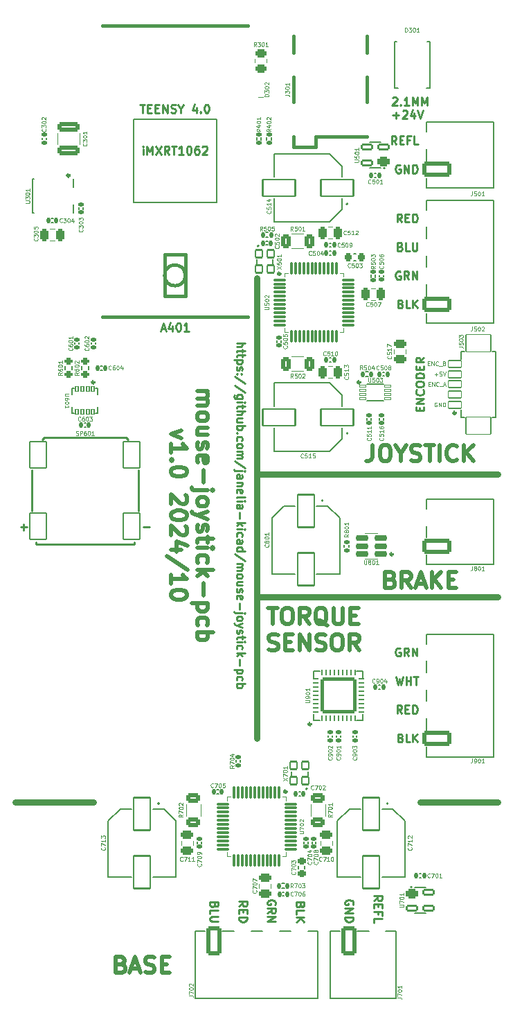
<source format=gto>
G04 #@! TF.GenerationSoftware,KiCad,Pcbnew,7.0.11*
G04 #@! TF.CreationDate,2024-10-24T13:34:50-04:00*
G04 #@! TF.ProjectId,mouse-joystick-pcb,6d6f7573-652d-46a6-9f79-737469636b2d,1.0*
G04 #@! TF.SameCoordinates,Original*
G04 #@! TF.FileFunction,Legend,Top*
G04 #@! TF.FilePolarity,Positive*
%FSLAX46Y46*%
G04 Gerber Fmt 4.6, Leading zero omitted, Abs format (unit mm)*
G04 Created by KiCad (PCBNEW 7.0.11) date 2024-10-24 13:34:50*
%MOMM*%
%LPD*%
G01*
G04 APERTURE LIST*
G04 Aperture macros list*
%AMRoundRect*
0 Rectangle with rounded corners*
0 $1 Rounding radius*
0 $2 $3 $4 $5 $6 $7 $8 $9 X,Y pos of 4 corners*
0 Add a 4 corners polygon primitive as box body*
4,1,4,$2,$3,$4,$5,$6,$7,$8,$9,$2,$3,0*
0 Add four circle primitives for the rounded corners*
1,1,$1+$1,$2,$3*
1,1,$1+$1,$4,$5*
1,1,$1+$1,$6,$7*
1,1,$1+$1,$8,$9*
0 Add four rect primitives between the rounded corners*
20,1,$1+$1,$2,$3,$4,$5,0*
20,1,$1+$1,$4,$5,$6,$7,0*
20,1,$1+$1,$6,$7,$8,$9,0*
20,1,$1+$1,$8,$9,$2,$3,0*%
G04 Aperture macros list end*
%ADD10C,0.800000*%
%ADD11C,0.500000*%
%ADD12C,0.250000*%
%ADD13C,0.125000*%
%ADD14C,0.254000*%
%ADD15C,0.200000*%
%ADD16C,0.300000*%
%ADD17C,0.120000*%
%ADD18C,0.400000*%
%ADD19C,0.150000*%
%ADD20C,0.381000*%
%ADD21C,0.177800*%
%ADD22C,0.152400*%
%ADD23C,0.127000*%
%ADD24C,0.100000*%
%ADD25RoundRect,0.060000X0.060000X0.315000X-0.060000X0.315000X-0.060000X-0.315000X0.060000X-0.315000X0*%
%ADD26RoundRect,0.060000X0.315000X-0.060000X0.315000X0.060000X-0.315000X0.060000X-0.315000X-0.060000X0*%
%ADD27RoundRect,0.220000X1.980000X-1.980000X1.980000X1.980000X-1.980000X1.980000X-1.980000X-1.980000X0*%
%ADD28RoundRect,0.250000X1.550000X-0.650000X1.550000X0.650000X-1.550000X0.650000X-1.550000X-0.650000X0*%
%ADD29O,3.600000X1.800000*%
%ADD30RoundRect,0.250000X-0.475000X0.250000X-0.475000X-0.250000X0.475000X-0.250000X0.475000X0.250000X0*%
%ADD31RoundRect,0.250000X-0.450000X0.262500X-0.450000X-0.262500X0.450000X-0.262500X0.450000X0.262500X0*%
%ADD32RoundRect,0.075000X-0.075000X0.662500X-0.075000X-0.662500X0.075000X-0.662500X0.075000X0.662500X0*%
%ADD33RoundRect,0.075000X-0.662500X0.075000X-0.662500X-0.075000X0.662500X-0.075000X0.662500X0.075000X0*%
%ADD34R,5.000000X5.000000*%
%ADD35C,2.000000*%
%ADD36C,2.200000*%
%ADD37R,2.800000X2.400000*%
%ADD38RoundRect,0.140000X-0.170000X0.140000X-0.170000X-0.140000X0.170000X-0.140000X0.170000X0.140000X0*%
%ADD39RoundRect,0.150000X0.650000X0.150000X-0.650000X0.150000X-0.650000X-0.150000X0.650000X-0.150000X0*%
%ADD40O,2.540000X1.524000*%
%ADD41R,2.540000X1.524000*%
%ADD42RoundRect,0.140000X0.140000X0.170000X-0.140000X0.170000X-0.140000X-0.170000X0.140000X-0.170000X0*%
%ADD43RoundRect,0.135000X0.135000X0.185000X-0.135000X0.185000X-0.135000X-0.185000X0.135000X-0.185000X0*%
%ADD44RoundRect,0.225000X0.250000X-0.225000X0.250000X0.225000X-0.250000X0.225000X-0.250000X-0.225000X0*%
%ADD45RoundRect,0.250000X-0.650000X-1.550000X0.650000X-1.550000X0.650000X1.550000X-0.650000X1.550000X0*%
%ADD46O,1.800000X3.600000*%
%ADD47RoundRect,0.140000X-0.140000X-0.170000X0.140000X-0.170000X0.140000X0.170000X-0.140000X0.170000X0*%
%ADD48RoundRect,0.135000X-0.185000X0.135000X-0.185000X-0.135000X0.185000X-0.135000X0.185000X0.135000X0*%
%ADD49RoundRect,0.298500X-0.453500X-0.298500X0.453500X-0.298500X0.453500X0.298500X-0.453500X0.298500X0*%
%ADD50RoundRect,0.120600X-0.631400X-0.281400X0.631400X-0.281400X0.631400X0.281400X-0.631400X0.281400X0*%
%ADD51RoundRect,0.250000X-0.250000X-0.475000X0.250000X-0.475000X0.250000X0.475000X-0.250000X0.475000X0*%
%ADD52RoundRect,0.250000X0.625000X-0.312500X0.625000X0.312500X-0.625000X0.312500X-0.625000X-0.312500X0*%
%ADD53RoundRect,0.250000X0.475000X-0.250000X0.475000X0.250000X-0.475000X0.250000X-0.475000X-0.250000X0*%
%ADD54C,1.000000*%
%ADD55RoundRect,0.250000X0.312500X0.625000X-0.312500X0.625000X-0.312500X-0.625000X0.312500X-0.625000X0*%
%ADD56RoundRect,0.225000X0.225000X0.250000X-0.225000X0.250000X-0.225000X-0.250000X0.225000X-0.250000X0*%
%ADD57RoundRect,0.135000X-0.135000X-0.185000X0.135000X-0.185000X0.135000X0.185000X-0.135000X0.185000X0*%
%ADD58R,3.098800X5.207000*%
%ADD59R,0.990600X1.143000*%
%ADD60RoundRect,0.140000X0.170000X-0.140000X0.170000X0.140000X-0.170000X0.140000X-0.170000X-0.140000X0*%
%ADD61RoundRect,0.200000X-0.275000X0.200000X-0.275000X-0.200000X0.275000X-0.200000X0.275000X0.200000X0*%
%ADD62C,6.400000*%
%ADD63RoundRect,0.102000X-1.000000X2.000000X-1.000000X-2.000000X1.000000X-2.000000X1.000000X2.000000X0*%
%ADD64R,0.500000X0.700000*%
%ADD65RoundRect,0.135000X0.185000X-0.135000X0.185000X0.135000X-0.185000X0.135000X-0.185000X-0.135000X0*%
%ADD66RoundRect,0.102000X2.000000X1.000000X-2.000000X1.000000X-2.000000X-1.000000X2.000000X-1.000000X0*%
%ADD67RoundRect,0.037500X-0.387500X-0.112500X0.387500X-0.112500X0.387500X0.112500X-0.387500X0.112500X0*%
%ADD68RoundRect,0.102000X-1.000000X-1.600000X1.000000X-1.600000X1.000000X1.600000X-1.000000X1.600000X0*%
%ADD69RoundRect,0.250000X-1.100000X0.325000X-1.100000X-0.325000X1.100000X-0.325000X1.100000X0.325000X0*%
%ADD70RoundRect,0.102000X-0.400000X0.450000X-0.400000X-0.450000X0.400000X-0.450000X0.400000X0.450000X0*%
%ADD71RoundRect,0.102000X0.400000X-0.450000X0.400000X0.450000X-0.400000X0.450000X-0.400000X-0.450000X0*%
%ADD72RoundRect,0.070000X-0.155000X0.300000X-0.155000X-0.300000X0.155000X-0.300000X0.155000X0.300000X0*%
%ADD73R,0.825000X0.230000*%
%ADD74C,0.700000*%
%ADD75R,1.750000X1.500000*%
%ADD76RoundRect,0.298500X0.453500X0.298500X-0.453500X0.298500X-0.453500X-0.298500X0.453500X-0.298500X0*%
%ADD77RoundRect,0.120600X0.631400X0.281400X-0.631400X0.281400X-0.631400X-0.281400X0.631400X-0.281400X0*%
%ADD78RoundRect,0.075000X-0.662500X-0.075000X0.662500X-0.075000X0.662500X0.075000X-0.662500X0.075000X0*%
%ADD79RoundRect,0.075000X-0.075000X-0.662500X0.075000X-0.662500X0.075000X0.662500X-0.075000X0.662500X0*%
%ADD80RoundRect,0.076200X1.500000X-1.050000X1.500000X1.050000X-1.500000X1.050000X-1.500000X-1.050000X0*%
%ADD81RoundRect,0.076200X0.800000X-0.400000X0.800000X0.400000X-0.800000X0.400000X-0.800000X-0.400000X0*%
G04 APERTURE END LIST*
D10*
X131900000Y-136600000D02*
X122400000Y-136600000D01*
X102400000Y-128850000D02*
X102400000Y-111600000D01*
X102400000Y-111600000D02*
X102400000Y-96600000D01*
X131900000Y-111600000D02*
X102400000Y-111600000D01*
X102400000Y-96600000D02*
X102400000Y-72600000D01*
X82400000Y-136600000D02*
X72900000Y-136600000D01*
X131900000Y-96600000D02*
X102400000Y-96600000D01*
D11*
X103780952Y-112889238D02*
X104923809Y-112889238D01*
X104352380Y-114889238D02*
X104352380Y-112889238D01*
X105971428Y-112889238D02*
X106352381Y-112889238D01*
X106352381Y-112889238D02*
X106542857Y-112984476D01*
X106542857Y-112984476D02*
X106733333Y-113174952D01*
X106733333Y-113174952D02*
X106828571Y-113555904D01*
X106828571Y-113555904D02*
X106828571Y-114222571D01*
X106828571Y-114222571D02*
X106733333Y-114603523D01*
X106733333Y-114603523D02*
X106542857Y-114794000D01*
X106542857Y-114794000D02*
X106352381Y-114889238D01*
X106352381Y-114889238D02*
X105971428Y-114889238D01*
X105971428Y-114889238D02*
X105780952Y-114794000D01*
X105780952Y-114794000D02*
X105590476Y-114603523D01*
X105590476Y-114603523D02*
X105495238Y-114222571D01*
X105495238Y-114222571D02*
X105495238Y-113555904D01*
X105495238Y-113555904D02*
X105590476Y-113174952D01*
X105590476Y-113174952D02*
X105780952Y-112984476D01*
X105780952Y-112984476D02*
X105971428Y-112889238D01*
X108828571Y-114889238D02*
X108161904Y-113936857D01*
X107685714Y-114889238D02*
X107685714Y-112889238D01*
X107685714Y-112889238D02*
X108447619Y-112889238D01*
X108447619Y-112889238D02*
X108638095Y-112984476D01*
X108638095Y-112984476D02*
X108733333Y-113079714D01*
X108733333Y-113079714D02*
X108828571Y-113270190D01*
X108828571Y-113270190D02*
X108828571Y-113555904D01*
X108828571Y-113555904D02*
X108733333Y-113746380D01*
X108733333Y-113746380D02*
X108638095Y-113841619D01*
X108638095Y-113841619D02*
X108447619Y-113936857D01*
X108447619Y-113936857D02*
X107685714Y-113936857D01*
X111019047Y-115079714D02*
X110828571Y-114984476D01*
X110828571Y-114984476D02*
X110638095Y-114794000D01*
X110638095Y-114794000D02*
X110352381Y-114508285D01*
X110352381Y-114508285D02*
X110161904Y-114413047D01*
X110161904Y-114413047D02*
X109971428Y-114413047D01*
X110066666Y-114889238D02*
X109876190Y-114794000D01*
X109876190Y-114794000D02*
X109685714Y-114603523D01*
X109685714Y-114603523D02*
X109590476Y-114222571D01*
X109590476Y-114222571D02*
X109590476Y-113555904D01*
X109590476Y-113555904D02*
X109685714Y-113174952D01*
X109685714Y-113174952D02*
X109876190Y-112984476D01*
X109876190Y-112984476D02*
X110066666Y-112889238D01*
X110066666Y-112889238D02*
X110447619Y-112889238D01*
X110447619Y-112889238D02*
X110638095Y-112984476D01*
X110638095Y-112984476D02*
X110828571Y-113174952D01*
X110828571Y-113174952D02*
X110923809Y-113555904D01*
X110923809Y-113555904D02*
X110923809Y-114222571D01*
X110923809Y-114222571D02*
X110828571Y-114603523D01*
X110828571Y-114603523D02*
X110638095Y-114794000D01*
X110638095Y-114794000D02*
X110447619Y-114889238D01*
X110447619Y-114889238D02*
X110066666Y-114889238D01*
X111780952Y-112889238D02*
X111780952Y-114508285D01*
X111780952Y-114508285D02*
X111876190Y-114698761D01*
X111876190Y-114698761D02*
X111971428Y-114794000D01*
X111971428Y-114794000D02*
X112161904Y-114889238D01*
X112161904Y-114889238D02*
X112542857Y-114889238D01*
X112542857Y-114889238D02*
X112733333Y-114794000D01*
X112733333Y-114794000D02*
X112828571Y-114698761D01*
X112828571Y-114698761D02*
X112923809Y-114508285D01*
X112923809Y-114508285D02*
X112923809Y-112889238D01*
X113876190Y-113841619D02*
X114542857Y-113841619D01*
X114828571Y-114889238D02*
X113876190Y-114889238D01*
X113876190Y-114889238D02*
X113876190Y-112889238D01*
X113876190Y-112889238D02*
X114828571Y-112889238D01*
X103876190Y-118014000D02*
X104161904Y-118109238D01*
X104161904Y-118109238D02*
X104638095Y-118109238D01*
X104638095Y-118109238D02*
X104828571Y-118014000D01*
X104828571Y-118014000D02*
X104923809Y-117918761D01*
X104923809Y-117918761D02*
X105019047Y-117728285D01*
X105019047Y-117728285D02*
X105019047Y-117537809D01*
X105019047Y-117537809D02*
X104923809Y-117347333D01*
X104923809Y-117347333D02*
X104828571Y-117252095D01*
X104828571Y-117252095D02*
X104638095Y-117156857D01*
X104638095Y-117156857D02*
X104257142Y-117061619D01*
X104257142Y-117061619D02*
X104066666Y-116966380D01*
X104066666Y-116966380D02*
X103971428Y-116871142D01*
X103971428Y-116871142D02*
X103876190Y-116680666D01*
X103876190Y-116680666D02*
X103876190Y-116490190D01*
X103876190Y-116490190D02*
X103971428Y-116299714D01*
X103971428Y-116299714D02*
X104066666Y-116204476D01*
X104066666Y-116204476D02*
X104257142Y-116109238D01*
X104257142Y-116109238D02*
X104733333Y-116109238D01*
X104733333Y-116109238D02*
X105019047Y-116204476D01*
X105876190Y-117061619D02*
X106542857Y-117061619D01*
X106828571Y-118109238D02*
X105876190Y-118109238D01*
X105876190Y-118109238D02*
X105876190Y-116109238D01*
X105876190Y-116109238D02*
X106828571Y-116109238D01*
X107685714Y-118109238D02*
X107685714Y-116109238D01*
X107685714Y-116109238D02*
X108828571Y-118109238D01*
X108828571Y-118109238D02*
X108828571Y-116109238D01*
X109685714Y-118014000D02*
X109971428Y-118109238D01*
X109971428Y-118109238D02*
X110447619Y-118109238D01*
X110447619Y-118109238D02*
X110638095Y-118014000D01*
X110638095Y-118014000D02*
X110733333Y-117918761D01*
X110733333Y-117918761D02*
X110828571Y-117728285D01*
X110828571Y-117728285D02*
X110828571Y-117537809D01*
X110828571Y-117537809D02*
X110733333Y-117347333D01*
X110733333Y-117347333D02*
X110638095Y-117252095D01*
X110638095Y-117252095D02*
X110447619Y-117156857D01*
X110447619Y-117156857D02*
X110066666Y-117061619D01*
X110066666Y-117061619D02*
X109876190Y-116966380D01*
X109876190Y-116966380D02*
X109780952Y-116871142D01*
X109780952Y-116871142D02*
X109685714Y-116680666D01*
X109685714Y-116680666D02*
X109685714Y-116490190D01*
X109685714Y-116490190D02*
X109780952Y-116299714D01*
X109780952Y-116299714D02*
X109876190Y-116204476D01*
X109876190Y-116204476D02*
X110066666Y-116109238D01*
X110066666Y-116109238D02*
X110542857Y-116109238D01*
X110542857Y-116109238D02*
X110828571Y-116204476D01*
X112066666Y-116109238D02*
X112447619Y-116109238D01*
X112447619Y-116109238D02*
X112638095Y-116204476D01*
X112638095Y-116204476D02*
X112828571Y-116394952D01*
X112828571Y-116394952D02*
X112923809Y-116775904D01*
X112923809Y-116775904D02*
X112923809Y-117442571D01*
X112923809Y-117442571D02*
X112828571Y-117823523D01*
X112828571Y-117823523D02*
X112638095Y-118014000D01*
X112638095Y-118014000D02*
X112447619Y-118109238D01*
X112447619Y-118109238D02*
X112066666Y-118109238D01*
X112066666Y-118109238D02*
X111876190Y-118014000D01*
X111876190Y-118014000D02*
X111685714Y-117823523D01*
X111685714Y-117823523D02*
X111590476Y-117442571D01*
X111590476Y-117442571D02*
X111590476Y-116775904D01*
X111590476Y-116775904D02*
X111685714Y-116394952D01*
X111685714Y-116394952D02*
X111876190Y-116204476D01*
X111876190Y-116204476D02*
X112066666Y-116109238D01*
X114923809Y-118109238D02*
X114257142Y-117156857D01*
X113780952Y-118109238D02*
X113780952Y-116109238D01*
X113780952Y-116109238D02*
X114542857Y-116109238D01*
X114542857Y-116109238D02*
X114733333Y-116204476D01*
X114733333Y-116204476D02*
X114828571Y-116299714D01*
X114828571Y-116299714D02*
X114923809Y-116490190D01*
X114923809Y-116490190D02*
X114923809Y-116775904D01*
X114923809Y-116775904D02*
X114828571Y-116966380D01*
X114828571Y-116966380D02*
X114733333Y-117061619D01*
X114733333Y-117061619D02*
X114542857Y-117156857D01*
X114542857Y-117156857D02*
X113780952Y-117156857D01*
X118780952Y-109451619D02*
X119066666Y-109546857D01*
X119066666Y-109546857D02*
X119161904Y-109642095D01*
X119161904Y-109642095D02*
X119257142Y-109832571D01*
X119257142Y-109832571D02*
X119257142Y-110118285D01*
X119257142Y-110118285D02*
X119161904Y-110308761D01*
X119161904Y-110308761D02*
X119066666Y-110404000D01*
X119066666Y-110404000D02*
X118876190Y-110499238D01*
X118876190Y-110499238D02*
X118114285Y-110499238D01*
X118114285Y-110499238D02*
X118114285Y-108499238D01*
X118114285Y-108499238D02*
X118780952Y-108499238D01*
X118780952Y-108499238D02*
X118971428Y-108594476D01*
X118971428Y-108594476D02*
X119066666Y-108689714D01*
X119066666Y-108689714D02*
X119161904Y-108880190D01*
X119161904Y-108880190D02*
X119161904Y-109070666D01*
X119161904Y-109070666D02*
X119066666Y-109261142D01*
X119066666Y-109261142D02*
X118971428Y-109356380D01*
X118971428Y-109356380D02*
X118780952Y-109451619D01*
X118780952Y-109451619D02*
X118114285Y-109451619D01*
X121257142Y-110499238D02*
X120590475Y-109546857D01*
X120114285Y-110499238D02*
X120114285Y-108499238D01*
X120114285Y-108499238D02*
X120876190Y-108499238D01*
X120876190Y-108499238D02*
X121066666Y-108594476D01*
X121066666Y-108594476D02*
X121161904Y-108689714D01*
X121161904Y-108689714D02*
X121257142Y-108880190D01*
X121257142Y-108880190D02*
X121257142Y-109165904D01*
X121257142Y-109165904D02*
X121161904Y-109356380D01*
X121161904Y-109356380D02*
X121066666Y-109451619D01*
X121066666Y-109451619D02*
X120876190Y-109546857D01*
X120876190Y-109546857D02*
X120114285Y-109546857D01*
X122019047Y-109927809D02*
X122971428Y-109927809D01*
X121828571Y-110499238D02*
X122495237Y-108499238D01*
X122495237Y-108499238D02*
X123161904Y-110499238D01*
X123828571Y-110499238D02*
X123828571Y-108499238D01*
X124971428Y-110499238D02*
X124114285Y-109356380D01*
X124971428Y-108499238D02*
X123828571Y-109642095D01*
X125828571Y-109451619D02*
X126495238Y-109451619D01*
X126780952Y-110499238D02*
X125828571Y-110499238D01*
X125828571Y-110499238D02*
X125828571Y-108499238D01*
X125828571Y-108499238D02*
X126780952Y-108499238D01*
X85828571Y-156451619D02*
X86114285Y-156546857D01*
X86114285Y-156546857D02*
X86209523Y-156642095D01*
X86209523Y-156642095D02*
X86304761Y-156832571D01*
X86304761Y-156832571D02*
X86304761Y-157118285D01*
X86304761Y-157118285D02*
X86209523Y-157308761D01*
X86209523Y-157308761D02*
X86114285Y-157404000D01*
X86114285Y-157404000D02*
X85923809Y-157499238D01*
X85923809Y-157499238D02*
X85161904Y-157499238D01*
X85161904Y-157499238D02*
X85161904Y-155499238D01*
X85161904Y-155499238D02*
X85828571Y-155499238D01*
X85828571Y-155499238D02*
X86019047Y-155594476D01*
X86019047Y-155594476D02*
X86114285Y-155689714D01*
X86114285Y-155689714D02*
X86209523Y-155880190D01*
X86209523Y-155880190D02*
X86209523Y-156070666D01*
X86209523Y-156070666D02*
X86114285Y-156261142D01*
X86114285Y-156261142D02*
X86019047Y-156356380D01*
X86019047Y-156356380D02*
X85828571Y-156451619D01*
X85828571Y-156451619D02*
X85161904Y-156451619D01*
X87066666Y-156927809D02*
X88019047Y-156927809D01*
X86876190Y-157499238D02*
X87542856Y-155499238D01*
X87542856Y-155499238D02*
X88209523Y-157499238D01*
X88780952Y-157404000D02*
X89066666Y-157499238D01*
X89066666Y-157499238D02*
X89542857Y-157499238D01*
X89542857Y-157499238D02*
X89733333Y-157404000D01*
X89733333Y-157404000D02*
X89828571Y-157308761D01*
X89828571Y-157308761D02*
X89923809Y-157118285D01*
X89923809Y-157118285D02*
X89923809Y-156927809D01*
X89923809Y-156927809D02*
X89828571Y-156737333D01*
X89828571Y-156737333D02*
X89733333Y-156642095D01*
X89733333Y-156642095D02*
X89542857Y-156546857D01*
X89542857Y-156546857D02*
X89161904Y-156451619D01*
X89161904Y-156451619D02*
X88971428Y-156356380D01*
X88971428Y-156356380D02*
X88876190Y-156261142D01*
X88876190Y-156261142D02*
X88780952Y-156070666D01*
X88780952Y-156070666D02*
X88780952Y-155880190D01*
X88780952Y-155880190D02*
X88876190Y-155689714D01*
X88876190Y-155689714D02*
X88971428Y-155594476D01*
X88971428Y-155594476D02*
X89161904Y-155499238D01*
X89161904Y-155499238D02*
X89638095Y-155499238D01*
X89638095Y-155499238D02*
X89923809Y-155594476D01*
X90780952Y-156451619D02*
X91447619Y-156451619D01*
X91733333Y-157499238D02*
X90780952Y-157499238D01*
X90780952Y-157499238D02*
X90780952Y-155499238D01*
X90780952Y-155499238D02*
X91733333Y-155499238D01*
D12*
X119949812Y-117847238D02*
X119854574Y-117799619D01*
X119854574Y-117799619D02*
X119711717Y-117799619D01*
X119711717Y-117799619D02*
X119568860Y-117847238D01*
X119568860Y-117847238D02*
X119473622Y-117942476D01*
X119473622Y-117942476D02*
X119426003Y-118037714D01*
X119426003Y-118037714D02*
X119378384Y-118228190D01*
X119378384Y-118228190D02*
X119378384Y-118371047D01*
X119378384Y-118371047D02*
X119426003Y-118561523D01*
X119426003Y-118561523D02*
X119473622Y-118656761D01*
X119473622Y-118656761D02*
X119568860Y-118752000D01*
X119568860Y-118752000D02*
X119711717Y-118799619D01*
X119711717Y-118799619D02*
X119806955Y-118799619D01*
X119806955Y-118799619D02*
X119949812Y-118752000D01*
X119949812Y-118752000D02*
X119997431Y-118704380D01*
X119997431Y-118704380D02*
X119997431Y-118371047D01*
X119997431Y-118371047D02*
X119806955Y-118371047D01*
X120997431Y-118799619D02*
X120664098Y-118323428D01*
X120426003Y-118799619D02*
X120426003Y-117799619D01*
X120426003Y-117799619D02*
X120806955Y-117799619D01*
X120806955Y-117799619D02*
X120902193Y-117847238D01*
X120902193Y-117847238D02*
X120949812Y-117894857D01*
X120949812Y-117894857D02*
X120997431Y-117990095D01*
X120997431Y-117990095D02*
X120997431Y-118132952D01*
X120997431Y-118132952D02*
X120949812Y-118228190D01*
X120949812Y-118228190D02*
X120902193Y-118275809D01*
X120902193Y-118275809D02*
X120806955Y-118323428D01*
X120806955Y-118323428D02*
X120426003Y-118323428D01*
X121426003Y-118799619D02*
X121426003Y-117799619D01*
X121426003Y-117799619D02*
X121997431Y-118799619D01*
X121997431Y-118799619D02*
X121997431Y-117799619D01*
X119473621Y-56299619D02*
X119140288Y-55823428D01*
X118902193Y-56299619D02*
X118902193Y-55299619D01*
X118902193Y-55299619D02*
X119283145Y-55299619D01*
X119283145Y-55299619D02*
X119378383Y-55347238D01*
X119378383Y-55347238D02*
X119426002Y-55394857D01*
X119426002Y-55394857D02*
X119473621Y-55490095D01*
X119473621Y-55490095D02*
X119473621Y-55632952D01*
X119473621Y-55632952D02*
X119426002Y-55728190D01*
X119426002Y-55728190D02*
X119378383Y-55775809D01*
X119378383Y-55775809D02*
X119283145Y-55823428D01*
X119283145Y-55823428D02*
X118902193Y-55823428D01*
X119902193Y-55775809D02*
X120235526Y-55775809D01*
X120378383Y-56299619D02*
X119902193Y-56299619D01*
X119902193Y-56299619D02*
X119902193Y-55299619D01*
X119902193Y-55299619D02*
X120378383Y-55299619D01*
X121140288Y-55775809D02*
X120806955Y-55775809D01*
X120806955Y-56299619D02*
X120806955Y-55299619D01*
X120806955Y-55299619D02*
X121283145Y-55299619D01*
X122140288Y-56299619D02*
X121664098Y-56299619D01*
X121664098Y-56299619D02*
X121664098Y-55299619D01*
X107724190Y-149197431D02*
X107676571Y-149340288D01*
X107676571Y-149340288D02*
X107628952Y-149387907D01*
X107628952Y-149387907D02*
X107533714Y-149435526D01*
X107533714Y-149435526D02*
X107390857Y-149435526D01*
X107390857Y-149435526D02*
X107295619Y-149387907D01*
X107295619Y-149387907D02*
X107248000Y-149340288D01*
X107248000Y-149340288D02*
X107200380Y-149245050D01*
X107200380Y-149245050D02*
X107200380Y-148864098D01*
X107200380Y-148864098D02*
X108200380Y-148864098D01*
X108200380Y-148864098D02*
X108200380Y-149197431D01*
X108200380Y-149197431D02*
X108152761Y-149292669D01*
X108152761Y-149292669D02*
X108105142Y-149340288D01*
X108105142Y-149340288D02*
X108009904Y-149387907D01*
X108009904Y-149387907D02*
X107914666Y-149387907D01*
X107914666Y-149387907D02*
X107819428Y-149340288D01*
X107819428Y-149340288D02*
X107771809Y-149292669D01*
X107771809Y-149292669D02*
X107724190Y-149197431D01*
X107724190Y-149197431D02*
X107724190Y-148864098D01*
X107200380Y-150340288D02*
X107200380Y-149864098D01*
X107200380Y-149864098D02*
X108200380Y-149864098D01*
X107200380Y-150673622D02*
X108200380Y-150673622D01*
X107200380Y-151245050D02*
X107771809Y-150816479D01*
X108200380Y-151245050D02*
X107628952Y-150673622D01*
X122325809Y-88814285D02*
X122325809Y-88480952D01*
X122849619Y-88338095D02*
X122849619Y-88814285D01*
X122849619Y-88814285D02*
X121849619Y-88814285D01*
X121849619Y-88814285D02*
X121849619Y-88338095D01*
X122849619Y-87909523D02*
X121849619Y-87909523D01*
X121849619Y-87909523D02*
X122849619Y-87338095D01*
X122849619Y-87338095D02*
X121849619Y-87338095D01*
X122754380Y-86290476D02*
X122802000Y-86338095D01*
X122802000Y-86338095D02*
X122849619Y-86480952D01*
X122849619Y-86480952D02*
X122849619Y-86576190D01*
X122849619Y-86576190D02*
X122802000Y-86719047D01*
X122802000Y-86719047D02*
X122706761Y-86814285D01*
X122706761Y-86814285D02*
X122611523Y-86861904D01*
X122611523Y-86861904D02*
X122421047Y-86909523D01*
X122421047Y-86909523D02*
X122278190Y-86909523D01*
X122278190Y-86909523D02*
X122087714Y-86861904D01*
X122087714Y-86861904D02*
X121992476Y-86814285D01*
X121992476Y-86814285D02*
X121897238Y-86719047D01*
X121897238Y-86719047D02*
X121849619Y-86576190D01*
X121849619Y-86576190D02*
X121849619Y-86480952D01*
X121849619Y-86480952D02*
X121897238Y-86338095D01*
X121897238Y-86338095D02*
X121944857Y-86290476D01*
X121849619Y-85671428D02*
X121849619Y-85480952D01*
X121849619Y-85480952D02*
X121897238Y-85385714D01*
X121897238Y-85385714D02*
X121992476Y-85290476D01*
X121992476Y-85290476D02*
X122182952Y-85242857D01*
X122182952Y-85242857D02*
X122516285Y-85242857D01*
X122516285Y-85242857D02*
X122706761Y-85290476D01*
X122706761Y-85290476D02*
X122802000Y-85385714D01*
X122802000Y-85385714D02*
X122849619Y-85480952D01*
X122849619Y-85480952D02*
X122849619Y-85671428D01*
X122849619Y-85671428D02*
X122802000Y-85766666D01*
X122802000Y-85766666D02*
X122706761Y-85861904D01*
X122706761Y-85861904D02*
X122516285Y-85909523D01*
X122516285Y-85909523D02*
X122182952Y-85909523D01*
X122182952Y-85909523D02*
X121992476Y-85861904D01*
X121992476Y-85861904D02*
X121897238Y-85766666D01*
X121897238Y-85766666D02*
X121849619Y-85671428D01*
X122849619Y-84814285D02*
X121849619Y-84814285D01*
X121849619Y-84814285D02*
X121849619Y-84576190D01*
X121849619Y-84576190D02*
X121897238Y-84433333D01*
X121897238Y-84433333D02*
X121992476Y-84338095D01*
X121992476Y-84338095D02*
X122087714Y-84290476D01*
X122087714Y-84290476D02*
X122278190Y-84242857D01*
X122278190Y-84242857D02*
X122421047Y-84242857D01*
X122421047Y-84242857D02*
X122611523Y-84290476D01*
X122611523Y-84290476D02*
X122706761Y-84338095D01*
X122706761Y-84338095D02*
X122802000Y-84433333D01*
X122802000Y-84433333D02*
X122849619Y-84576190D01*
X122849619Y-84576190D02*
X122849619Y-84814285D01*
X122325809Y-83814285D02*
X122325809Y-83480952D01*
X122849619Y-83338095D02*
X122849619Y-83814285D01*
X122849619Y-83814285D02*
X121849619Y-83814285D01*
X121849619Y-83814285D02*
X121849619Y-83338095D01*
X122849619Y-82338095D02*
X122373428Y-82671428D01*
X122849619Y-82909523D02*
X121849619Y-82909523D01*
X121849619Y-82909523D02*
X121849619Y-82528571D01*
X121849619Y-82528571D02*
X121897238Y-82433333D01*
X121897238Y-82433333D02*
X121944857Y-82385714D01*
X121944857Y-82385714D02*
X122040095Y-82338095D01*
X122040095Y-82338095D02*
X122182952Y-82338095D01*
X122182952Y-82338095D02*
X122278190Y-82385714D01*
X122278190Y-82385714D02*
X122325809Y-82433333D01*
X122325809Y-82433333D02*
X122373428Y-82528571D01*
X122373428Y-82528571D02*
X122373428Y-82909523D01*
X119052568Y-52753666D02*
X119814473Y-52753666D01*
X119433520Y-53134619D02*
X119433520Y-52372714D01*
X120243044Y-52229857D02*
X120290663Y-52182238D01*
X120290663Y-52182238D02*
X120385901Y-52134619D01*
X120385901Y-52134619D02*
X120623996Y-52134619D01*
X120623996Y-52134619D02*
X120719234Y-52182238D01*
X120719234Y-52182238D02*
X120766853Y-52229857D01*
X120766853Y-52229857D02*
X120814472Y-52325095D01*
X120814472Y-52325095D02*
X120814472Y-52420333D01*
X120814472Y-52420333D02*
X120766853Y-52563190D01*
X120766853Y-52563190D02*
X120195425Y-53134619D01*
X120195425Y-53134619D02*
X120814472Y-53134619D01*
X121671615Y-52467952D02*
X121671615Y-53134619D01*
X121433520Y-52087000D02*
X121195425Y-52801285D01*
X121195425Y-52801285D02*
X121814472Y-52801285D01*
X122052568Y-52134619D02*
X122385901Y-53134619D01*
X122385901Y-53134619D02*
X122719234Y-52134619D01*
D13*
X124163002Y-84384333D02*
X124543955Y-84384333D01*
X124353478Y-84574809D02*
X124353478Y-84193857D01*
X125020145Y-84074809D02*
X124782050Y-84074809D01*
X124782050Y-84074809D02*
X124758241Y-84312904D01*
X124758241Y-84312904D02*
X124782050Y-84289095D01*
X124782050Y-84289095D02*
X124829669Y-84265285D01*
X124829669Y-84265285D02*
X124948717Y-84265285D01*
X124948717Y-84265285D02*
X124996336Y-84289095D01*
X124996336Y-84289095D02*
X125020145Y-84312904D01*
X125020145Y-84312904D02*
X125043955Y-84360523D01*
X125043955Y-84360523D02*
X125043955Y-84479571D01*
X125043955Y-84479571D02*
X125020145Y-84527190D01*
X125020145Y-84527190D02*
X124996336Y-84551000D01*
X124996336Y-84551000D02*
X124948717Y-84574809D01*
X124948717Y-84574809D02*
X124829669Y-84574809D01*
X124829669Y-84574809D02*
X124782050Y-84551000D01*
X124782050Y-84551000D02*
X124758241Y-84527190D01*
X125186812Y-84074809D02*
X125353478Y-84574809D01*
X125353478Y-84574809D02*
X125520145Y-84074809D01*
D11*
X116590476Y-92999238D02*
X116590476Y-94427809D01*
X116590476Y-94427809D02*
X116495237Y-94713523D01*
X116495237Y-94713523D02*
X116304761Y-94904000D01*
X116304761Y-94904000D02*
X116019047Y-94999238D01*
X116019047Y-94999238D02*
X115828571Y-94999238D01*
X117923809Y-92999238D02*
X118304762Y-92999238D01*
X118304762Y-92999238D02*
X118495238Y-93094476D01*
X118495238Y-93094476D02*
X118685714Y-93284952D01*
X118685714Y-93284952D02*
X118780952Y-93665904D01*
X118780952Y-93665904D02*
X118780952Y-94332571D01*
X118780952Y-94332571D02*
X118685714Y-94713523D01*
X118685714Y-94713523D02*
X118495238Y-94904000D01*
X118495238Y-94904000D02*
X118304762Y-94999238D01*
X118304762Y-94999238D02*
X117923809Y-94999238D01*
X117923809Y-94999238D02*
X117733333Y-94904000D01*
X117733333Y-94904000D02*
X117542857Y-94713523D01*
X117542857Y-94713523D02*
X117447619Y-94332571D01*
X117447619Y-94332571D02*
X117447619Y-93665904D01*
X117447619Y-93665904D02*
X117542857Y-93284952D01*
X117542857Y-93284952D02*
X117733333Y-93094476D01*
X117733333Y-93094476D02*
X117923809Y-92999238D01*
X120019047Y-94046857D02*
X120019047Y-94999238D01*
X119352381Y-92999238D02*
X120019047Y-94046857D01*
X120019047Y-94046857D02*
X120685714Y-92999238D01*
X121257143Y-94904000D02*
X121542857Y-94999238D01*
X121542857Y-94999238D02*
X122019048Y-94999238D01*
X122019048Y-94999238D02*
X122209524Y-94904000D01*
X122209524Y-94904000D02*
X122304762Y-94808761D01*
X122304762Y-94808761D02*
X122400000Y-94618285D01*
X122400000Y-94618285D02*
X122400000Y-94427809D01*
X122400000Y-94427809D02*
X122304762Y-94237333D01*
X122304762Y-94237333D02*
X122209524Y-94142095D01*
X122209524Y-94142095D02*
X122019048Y-94046857D01*
X122019048Y-94046857D02*
X121638095Y-93951619D01*
X121638095Y-93951619D02*
X121447619Y-93856380D01*
X121447619Y-93856380D02*
X121352381Y-93761142D01*
X121352381Y-93761142D02*
X121257143Y-93570666D01*
X121257143Y-93570666D02*
X121257143Y-93380190D01*
X121257143Y-93380190D02*
X121352381Y-93189714D01*
X121352381Y-93189714D02*
X121447619Y-93094476D01*
X121447619Y-93094476D02*
X121638095Y-92999238D01*
X121638095Y-92999238D02*
X122114286Y-92999238D01*
X122114286Y-92999238D02*
X122400000Y-93094476D01*
X122971429Y-92999238D02*
X124114286Y-92999238D01*
X123542857Y-94999238D02*
X123542857Y-92999238D01*
X124780953Y-94999238D02*
X124780953Y-92999238D01*
X126876191Y-94808761D02*
X126780953Y-94904000D01*
X126780953Y-94904000D02*
X126495239Y-94999238D01*
X126495239Y-94999238D02*
X126304763Y-94999238D01*
X126304763Y-94999238D02*
X126019048Y-94904000D01*
X126019048Y-94904000D02*
X125828572Y-94713523D01*
X125828572Y-94713523D02*
X125733334Y-94523047D01*
X125733334Y-94523047D02*
X125638096Y-94142095D01*
X125638096Y-94142095D02*
X125638096Y-93856380D01*
X125638096Y-93856380D02*
X125733334Y-93475428D01*
X125733334Y-93475428D02*
X125828572Y-93284952D01*
X125828572Y-93284952D02*
X126019048Y-93094476D01*
X126019048Y-93094476D02*
X126304763Y-92999238D01*
X126304763Y-92999238D02*
X126495239Y-92999238D01*
X126495239Y-92999238D02*
X126780953Y-93094476D01*
X126780953Y-93094476D02*
X126876191Y-93189714D01*
X127733334Y-94999238D02*
X127733334Y-92999238D01*
X128876191Y-94999238D02*
X128019048Y-93856380D01*
X128876191Y-92999238D02*
X127733334Y-94142095D01*
D12*
X97224190Y-149149812D02*
X97176571Y-149292669D01*
X97176571Y-149292669D02*
X97128952Y-149340288D01*
X97128952Y-149340288D02*
X97033714Y-149387907D01*
X97033714Y-149387907D02*
X96890857Y-149387907D01*
X96890857Y-149387907D02*
X96795619Y-149340288D01*
X96795619Y-149340288D02*
X96748000Y-149292669D01*
X96748000Y-149292669D02*
X96700380Y-149197431D01*
X96700380Y-149197431D02*
X96700380Y-148816479D01*
X96700380Y-148816479D02*
X97700380Y-148816479D01*
X97700380Y-148816479D02*
X97700380Y-149149812D01*
X97700380Y-149149812D02*
X97652761Y-149245050D01*
X97652761Y-149245050D02*
X97605142Y-149292669D01*
X97605142Y-149292669D02*
X97509904Y-149340288D01*
X97509904Y-149340288D02*
X97414666Y-149340288D01*
X97414666Y-149340288D02*
X97319428Y-149292669D01*
X97319428Y-149292669D02*
X97271809Y-149245050D01*
X97271809Y-149245050D02*
X97224190Y-149149812D01*
X97224190Y-149149812D02*
X97224190Y-148816479D01*
X96700380Y-150292669D02*
X96700380Y-149816479D01*
X96700380Y-149816479D02*
X97700380Y-149816479D01*
X97700380Y-150626003D02*
X96890857Y-150626003D01*
X96890857Y-150626003D02*
X96795619Y-150673622D01*
X96795619Y-150673622D02*
X96748000Y-150721241D01*
X96748000Y-150721241D02*
X96700380Y-150816479D01*
X96700380Y-150816479D02*
X96700380Y-151006955D01*
X96700380Y-151006955D02*
X96748000Y-151102193D01*
X96748000Y-151102193D02*
X96795619Y-151149812D01*
X96795619Y-151149812D02*
X96890857Y-151197431D01*
X96890857Y-151197431D02*
X97700380Y-151197431D01*
X104652761Y-149149812D02*
X104700380Y-149054574D01*
X104700380Y-149054574D02*
X104700380Y-148911717D01*
X104700380Y-148911717D02*
X104652761Y-148768860D01*
X104652761Y-148768860D02*
X104557523Y-148673622D01*
X104557523Y-148673622D02*
X104462285Y-148626003D01*
X104462285Y-148626003D02*
X104271809Y-148578384D01*
X104271809Y-148578384D02*
X104128952Y-148578384D01*
X104128952Y-148578384D02*
X103938476Y-148626003D01*
X103938476Y-148626003D02*
X103843238Y-148673622D01*
X103843238Y-148673622D02*
X103748000Y-148768860D01*
X103748000Y-148768860D02*
X103700380Y-148911717D01*
X103700380Y-148911717D02*
X103700380Y-149006955D01*
X103700380Y-149006955D02*
X103748000Y-149149812D01*
X103748000Y-149149812D02*
X103795619Y-149197431D01*
X103795619Y-149197431D02*
X104128952Y-149197431D01*
X104128952Y-149197431D02*
X104128952Y-149006955D01*
X103700380Y-150197431D02*
X104176571Y-149864098D01*
X103700380Y-149626003D02*
X104700380Y-149626003D01*
X104700380Y-149626003D02*
X104700380Y-150006955D01*
X104700380Y-150006955D02*
X104652761Y-150102193D01*
X104652761Y-150102193D02*
X104605142Y-150149812D01*
X104605142Y-150149812D02*
X104509904Y-150197431D01*
X104509904Y-150197431D02*
X104367047Y-150197431D01*
X104367047Y-150197431D02*
X104271809Y-150149812D01*
X104271809Y-150149812D02*
X104224190Y-150102193D01*
X104224190Y-150102193D02*
X104176571Y-150006955D01*
X104176571Y-150006955D02*
X104176571Y-149626003D01*
X103700380Y-150626003D02*
X104700380Y-150626003D01*
X104700380Y-150626003D02*
X103700380Y-151197431D01*
X103700380Y-151197431D02*
X104700380Y-151197431D01*
X119949812Y-71847238D02*
X119854574Y-71799619D01*
X119854574Y-71799619D02*
X119711717Y-71799619D01*
X119711717Y-71799619D02*
X119568860Y-71847238D01*
X119568860Y-71847238D02*
X119473622Y-71942476D01*
X119473622Y-71942476D02*
X119426003Y-72037714D01*
X119426003Y-72037714D02*
X119378384Y-72228190D01*
X119378384Y-72228190D02*
X119378384Y-72371047D01*
X119378384Y-72371047D02*
X119426003Y-72561523D01*
X119426003Y-72561523D02*
X119473622Y-72656761D01*
X119473622Y-72656761D02*
X119568860Y-72752000D01*
X119568860Y-72752000D02*
X119711717Y-72799619D01*
X119711717Y-72799619D02*
X119806955Y-72799619D01*
X119806955Y-72799619D02*
X119949812Y-72752000D01*
X119949812Y-72752000D02*
X119997431Y-72704380D01*
X119997431Y-72704380D02*
X119997431Y-72371047D01*
X119997431Y-72371047D02*
X119806955Y-72371047D01*
X120997431Y-72799619D02*
X120664098Y-72323428D01*
X120426003Y-72799619D02*
X120426003Y-71799619D01*
X120426003Y-71799619D02*
X120806955Y-71799619D01*
X120806955Y-71799619D02*
X120902193Y-71847238D01*
X120902193Y-71847238D02*
X120949812Y-71894857D01*
X120949812Y-71894857D02*
X120997431Y-71990095D01*
X120997431Y-71990095D02*
X120997431Y-72132952D01*
X120997431Y-72132952D02*
X120949812Y-72228190D01*
X120949812Y-72228190D02*
X120902193Y-72275809D01*
X120902193Y-72275809D02*
X120806955Y-72323428D01*
X120806955Y-72323428D02*
X120426003Y-72323428D01*
X121426003Y-72799619D02*
X121426003Y-71799619D01*
X121426003Y-71799619D02*
X121997431Y-72799619D01*
X121997431Y-72799619D02*
X121997431Y-71799619D01*
X119997431Y-75775809D02*
X120140288Y-75823428D01*
X120140288Y-75823428D02*
X120187907Y-75871047D01*
X120187907Y-75871047D02*
X120235526Y-75966285D01*
X120235526Y-75966285D02*
X120235526Y-76109142D01*
X120235526Y-76109142D02*
X120187907Y-76204380D01*
X120187907Y-76204380D02*
X120140288Y-76252000D01*
X120140288Y-76252000D02*
X120045050Y-76299619D01*
X120045050Y-76299619D02*
X119664098Y-76299619D01*
X119664098Y-76299619D02*
X119664098Y-75299619D01*
X119664098Y-75299619D02*
X119997431Y-75299619D01*
X119997431Y-75299619D02*
X120092669Y-75347238D01*
X120092669Y-75347238D02*
X120140288Y-75394857D01*
X120140288Y-75394857D02*
X120187907Y-75490095D01*
X120187907Y-75490095D02*
X120187907Y-75585333D01*
X120187907Y-75585333D02*
X120140288Y-75680571D01*
X120140288Y-75680571D02*
X120092669Y-75728190D01*
X120092669Y-75728190D02*
X119997431Y-75775809D01*
X119997431Y-75775809D02*
X119664098Y-75775809D01*
X121140288Y-76299619D02*
X120664098Y-76299619D01*
X120664098Y-76299619D02*
X120664098Y-75299619D01*
X121473622Y-76299619D02*
X121473622Y-75299619D01*
X122045050Y-76299619D02*
X121616479Y-75728190D01*
X122045050Y-75299619D02*
X121473622Y-75871047D01*
D13*
X123329668Y-83062904D02*
X123496335Y-83062904D01*
X123567763Y-83324809D02*
X123329668Y-83324809D01*
X123329668Y-83324809D02*
X123329668Y-82824809D01*
X123329668Y-82824809D02*
X123567763Y-82824809D01*
X123782049Y-83324809D02*
X123782049Y-82824809D01*
X123782049Y-82824809D02*
X124067763Y-83324809D01*
X124067763Y-83324809D02*
X124067763Y-82824809D01*
X124591573Y-83277190D02*
X124567764Y-83301000D01*
X124567764Y-83301000D02*
X124496335Y-83324809D01*
X124496335Y-83324809D02*
X124448716Y-83324809D01*
X124448716Y-83324809D02*
X124377288Y-83301000D01*
X124377288Y-83301000D02*
X124329669Y-83253380D01*
X124329669Y-83253380D02*
X124305859Y-83205761D01*
X124305859Y-83205761D02*
X124282050Y-83110523D01*
X124282050Y-83110523D02*
X124282050Y-83039095D01*
X124282050Y-83039095D02*
X124305859Y-82943857D01*
X124305859Y-82943857D02*
X124329669Y-82896238D01*
X124329669Y-82896238D02*
X124377288Y-82848619D01*
X124377288Y-82848619D02*
X124448716Y-82824809D01*
X124448716Y-82824809D02*
X124496335Y-82824809D01*
X124496335Y-82824809D02*
X124567764Y-82848619D01*
X124567764Y-82848619D02*
X124591573Y-82872428D01*
X124686812Y-83372428D02*
X125067764Y-83372428D01*
X125353478Y-83062904D02*
X125424906Y-83086714D01*
X125424906Y-83086714D02*
X125448716Y-83110523D01*
X125448716Y-83110523D02*
X125472525Y-83158142D01*
X125472525Y-83158142D02*
X125472525Y-83229571D01*
X125472525Y-83229571D02*
X125448716Y-83277190D01*
X125448716Y-83277190D02*
X125424906Y-83301000D01*
X125424906Y-83301000D02*
X125377287Y-83324809D01*
X125377287Y-83324809D02*
X125186811Y-83324809D01*
X125186811Y-83324809D02*
X125186811Y-82824809D01*
X125186811Y-82824809D02*
X125353478Y-82824809D01*
X125353478Y-82824809D02*
X125401097Y-82848619D01*
X125401097Y-82848619D02*
X125424906Y-82872428D01*
X125424906Y-82872428D02*
X125448716Y-82920047D01*
X125448716Y-82920047D02*
X125448716Y-82967666D01*
X125448716Y-82967666D02*
X125424906Y-83015285D01*
X125424906Y-83015285D02*
X125401097Y-83039095D01*
X125401097Y-83039095D02*
X125353478Y-83062904D01*
X125353478Y-83062904D02*
X125186811Y-83062904D01*
X124424906Y-87848619D02*
X124377287Y-87824809D01*
X124377287Y-87824809D02*
X124305858Y-87824809D01*
X124305858Y-87824809D02*
X124234430Y-87848619D01*
X124234430Y-87848619D02*
X124186811Y-87896238D01*
X124186811Y-87896238D02*
X124163001Y-87943857D01*
X124163001Y-87943857D02*
X124139192Y-88039095D01*
X124139192Y-88039095D02*
X124139192Y-88110523D01*
X124139192Y-88110523D02*
X124163001Y-88205761D01*
X124163001Y-88205761D02*
X124186811Y-88253380D01*
X124186811Y-88253380D02*
X124234430Y-88301000D01*
X124234430Y-88301000D02*
X124305858Y-88324809D01*
X124305858Y-88324809D02*
X124353477Y-88324809D01*
X124353477Y-88324809D02*
X124424906Y-88301000D01*
X124424906Y-88301000D02*
X124448715Y-88277190D01*
X124448715Y-88277190D02*
X124448715Y-88110523D01*
X124448715Y-88110523D02*
X124353477Y-88110523D01*
X124663001Y-88324809D02*
X124663001Y-87824809D01*
X124663001Y-87824809D02*
X124948715Y-88324809D01*
X124948715Y-88324809D02*
X124948715Y-87824809D01*
X125186811Y-88324809D02*
X125186811Y-87824809D01*
X125186811Y-87824809D02*
X125305859Y-87824809D01*
X125305859Y-87824809D02*
X125377287Y-87848619D01*
X125377287Y-87848619D02*
X125424906Y-87896238D01*
X125424906Y-87896238D02*
X125448716Y-87943857D01*
X125448716Y-87943857D02*
X125472525Y-88039095D01*
X125472525Y-88039095D02*
X125472525Y-88110523D01*
X125472525Y-88110523D02*
X125448716Y-88205761D01*
X125448716Y-88205761D02*
X125424906Y-88253380D01*
X125424906Y-88253380D02*
X125377287Y-88301000D01*
X125377287Y-88301000D02*
X125305859Y-88324809D01*
X125305859Y-88324809D02*
X125186811Y-88324809D01*
D12*
X120140288Y-65799619D02*
X119806955Y-65323428D01*
X119568860Y-65799619D02*
X119568860Y-64799619D01*
X119568860Y-64799619D02*
X119949812Y-64799619D01*
X119949812Y-64799619D02*
X120045050Y-64847238D01*
X120045050Y-64847238D02*
X120092669Y-64894857D01*
X120092669Y-64894857D02*
X120140288Y-64990095D01*
X120140288Y-64990095D02*
X120140288Y-65132952D01*
X120140288Y-65132952D02*
X120092669Y-65228190D01*
X120092669Y-65228190D02*
X120045050Y-65275809D01*
X120045050Y-65275809D02*
X119949812Y-65323428D01*
X119949812Y-65323428D02*
X119568860Y-65323428D01*
X120568860Y-65275809D02*
X120902193Y-65275809D01*
X121045050Y-65799619D02*
X120568860Y-65799619D01*
X120568860Y-65799619D02*
X120568860Y-64799619D01*
X120568860Y-64799619D02*
X121045050Y-64799619D01*
X121473622Y-65799619D02*
X121473622Y-64799619D01*
X121473622Y-64799619D02*
X121711717Y-64799619D01*
X121711717Y-64799619D02*
X121854574Y-64847238D01*
X121854574Y-64847238D02*
X121949812Y-64942476D01*
X121949812Y-64942476D02*
X121997431Y-65037714D01*
X121997431Y-65037714D02*
X122045050Y-65228190D01*
X122045050Y-65228190D02*
X122045050Y-65371047D01*
X122045050Y-65371047D02*
X121997431Y-65561523D01*
X121997431Y-65561523D02*
X121949812Y-65656761D01*
X121949812Y-65656761D02*
X121854574Y-65752000D01*
X121854574Y-65752000D02*
X121711717Y-65799619D01*
X121711717Y-65799619D02*
X121473622Y-65799619D01*
X119426003Y-121299619D02*
X119664098Y-122299619D01*
X119664098Y-122299619D02*
X119854574Y-121585333D01*
X119854574Y-121585333D02*
X120045050Y-122299619D01*
X120045050Y-122299619D02*
X120283146Y-121299619D01*
X120664098Y-122299619D02*
X120664098Y-121299619D01*
X120664098Y-121775809D02*
X121235526Y-121775809D01*
X121235526Y-122299619D02*
X121235526Y-121299619D01*
X121568860Y-121299619D02*
X122140288Y-121299619D01*
X121854574Y-122299619D02*
X121854574Y-121299619D01*
D11*
X95110761Y-86457141D02*
X96444095Y-86457141D01*
X96253619Y-86457141D02*
X96348857Y-86552379D01*
X96348857Y-86552379D02*
X96444095Y-86742855D01*
X96444095Y-86742855D02*
X96444095Y-87028570D01*
X96444095Y-87028570D02*
X96348857Y-87219046D01*
X96348857Y-87219046D02*
X96158380Y-87314284D01*
X96158380Y-87314284D02*
X95110761Y-87314284D01*
X96158380Y-87314284D02*
X96348857Y-87409522D01*
X96348857Y-87409522D02*
X96444095Y-87599998D01*
X96444095Y-87599998D02*
X96444095Y-87885712D01*
X96444095Y-87885712D02*
X96348857Y-88076189D01*
X96348857Y-88076189D02*
X96158380Y-88171427D01*
X96158380Y-88171427D02*
X95110761Y-88171427D01*
X95110761Y-89409522D02*
X95206000Y-89219046D01*
X95206000Y-89219046D02*
X95301238Y-89123808D01*
X95301238Y-89123808D02*
X95491714Y-89028570D01*
X95491714Y-89028570D02*
X96063142Y-89028570D01*
X96063142Y-89028570D02*
X96253619Y-89123808D01*
X96253619Y-89123808D02*
X96348857Y-89219046D01*
X96348857Y-89219046D02*
X96444095Y-89409522D01*
X96444095Y-89409522D02*
X96444095Y-89695237D01*
X96444095Y-89695237D02*
X96348857Y-89885713D01*
X96348857Y-89885713D02*
X96253619Y-89980951D01*
X96253619Y-89980951D02*
X96063142Y-90076189D01*
X96063142Y-90076189D02*
X95491714Y-90076189D01*
X95491714Y-90076189D02*
X95301238Y-89980951D01*
X95301238Y-89980951D02*
X95206000Y-89885713D01*
X95206000Y-89885713D02*
X95110761Y-89695237D01*
X95110761Y-89695237D02*
X95110761Y-89409522D01*
X96444095Y-91790475D02*
X95110761Y-91790475D01*
X96444095Y-90933332D02*
X95396476Y-90933332D01*
X95396476Y-90933332D02*
X95206000Y-91028570D01*
X95206000Y-91028570D02*
X95110761Y-91219046D01*
X95110761Y-91219046D02*
X95110761Y-91504761D01*
X95110761Y-91504761D02*
X95206000Y-91695237D01*
X95206000Y-91695237D02*
X95301238Y-91790475D01*
X95206000Y-92647618D02*
X95110761Y-92838094D01*
X95110761Y-92838094D02*
X95110761Y-93219046D01*
X95110761Y-93219046D02*
X95206000Y-93409523D01*
X95206000Y-93409523D02*
X95396476Y-93504761D01*
X95396476Y-93504761D02*
X95491714Y-93504761D01*
X95491714Y-93504761D02*
X95682190Y-93409523D01*
X95682190Y-93409523D02*
X95777428Y-93219046D01*
X95777428Y-93219046D02*
X95777428Y-92933332D01*
X95777428Y-92933332D02*
X95872666Y-92742856D01*
X95872666Y-92742856D02*
X96063142Y-92647618D01*
X96063142Y-92647618D02*
X96158380Y-92647618D01*
X96158380Y-92647618D02*
X96348857Y-92742856D01*
X96348857Y-92742856D02*
X96444095Y-92933332D01*
X96444095Y-92933332D02*
X96444095Y-93219046D01*
X96444095Y-93219046D02*
X96348857Y-93409523D01*
X95206000Y-95123809D02*
X95110761Y-94933333D01*
X95110761Y-94933333D02*
X95110761Y-94552380D01*
X95110761Y-94552380D02*
X95206000Y-94361904D01*
X95206000Y-94361904D02*
X95396476Y-94266666D01*
X95396476Y-94266666D02*
X96158380Y-94266666D01*
X96158380Y-94266666D02*
X96348857Y-94361904D01*
X96348857Y-94361904D02*
X96444095Y-94552380D01*
X96444095Y-94552380D02*
X96444095Y-94933333D01*
X96444095Y-94933333D02*
X96348857Y-95123809D01*
X96348857Y-95123809D02*
X96158380Y-95219047D01*
X96158380Y-95219047D02*
X95967904Y-95219047D01*
X95967904Y-95219047D02*
X95777428Y-94266666D01*
X95872666Y-96076190D02*
X95872666Y-97600000D01*
X96444095Y-98552380D02*
X94729809Y-98552380D01*
X94729809Y-98552380D02*
X94539333Y-98457142D01*
X94539333Y-98457142D02*
X94444095Y-98266666D01*
X94444095Y-98266666D02*
X94444095Y-98171428D01*
X97110761Y-98552380D02*
X97015523Y-98457142D01*
X97015523Y-98457142D02*
X96920285Y-98552380D01*
X96920285Y-98552380D02*
X97015523Y-98647618D01*
X97015523Y-98647618D02*
X97110761Y-98552380D01*
X97110761Y-98552380D02*
X96920285Y-98552380D01*
X95110761Y-99790475D02*
X95206000Y-99599999D01*
X95206000Y-99599999D02*
X95301238Y-99504761D01*
X95301238Y-99504761D02*
X95491714Y-99409523D01*
X95491714Y-99409523D02*
X96063142Y-99409523D01*
X96063142Y-99409523D02*
X96253619Y-99504761D01*
X96253619Y-99504761D02*
X96348857Y-99599999D01*
X96348857Y-99599999D02*
X96444095Y-99790475D01*
X96444095Y-99790475D02*
X96444095Y-100076190D01*
X96444095Y-100076190D02*
X96348857Y-100266666D01*
X96348857Y-100266666D02*
X96253619Y-100361904D01*
X96253619Y-100361904D02*
X96063142Y-100457142D01*
X96063142Y-100457142D02*
X95491714Y-100457142D01*
X95491714Y-100457142D02*
X95301238Y-100361904D01*
X95301238Y-100361904D02*
X95206000Y-100266666D01*
X95206000Y-100266666D02*
X95110761Y-100076190D01*
X95110761Y-100076190D02*
X95110761Y-99790475D01*
X96444095Y-101123809D02*
X95110761Y-101599999D01*
X96444095Y-102076190D02*
X95110761Y-101599999D01*
X95110761Y-101599999D02*
X94634571Y-101409523D01*
X94634571Y-101409523D02*
X94539333Y-101314285D01*
X94539333Y-101314285D02*
X94444095Y-101123809D01*
X95206000Y-102742857D02*
X95110761Y-102933333D01*
X95110761Y-102933333D02*
X95110761Y-103314285D01*
X95110761Y-103314285D02*
X95206000Y-103504762D01*
X95206000Y-103504762D02*
X95396476Y-103600000D01*
X95396476Y-103600000D02*
X95491714Y-103600000D01*
X95491714Y-103600000D02*
X95682190Y-103504762D01*
X95682190Y-103504762D02*
X95777428Y-103314285D01*
X95777428Y-103314285D02*
X95777428Y-103028571D01*
X95777428Y-103028571D02*
X95872666Y-102838095D01*
X95872666Y-102838095D02*
X96063142Y-102742857D01*
X96063142Y-102742857D02*
X96158380Y-102742857D01*
X96158380Y-102742857D02*
X96348857Y-102838095D01*
X96348857Y-102838095D02*
X96444095Y-103028571D01*
X96444095Y-103028571D02*
X96444095Y-103314285D01*
X96444095Y-103314285D02*
X96348857Y-103504762D01*
X96444095Y-104171429D02*
X96444095Y-104933333D01*
X97110761Y-104457143D02*
X95396476Y-104457143D01*
X95396476Y-104457143D02*
X95206000Y-104552381D01*
X95206000Y-104552381D02*
X95110761Y-104742857D01*
X95110761Y-104742857D02*
X95110761Y-104933333D01*
X95110761Y-105600000D02*
X96444095Y-105600000D01*
X97110761Y-105600000D02*
X97015523Y-105504762D01*
X97015523Y-105504762D02*
X96920285Y-105600000D01*
X96920285Y-105600000D02*
X97015523Y-105695238D01*
X97015523Y-105695238D02*
X97110761Y-105600000D01*
X97110761Y-105600000D02*
X96920285Y-105600000D01*
X95206000Y-107409524D02*
X95110761Y-107219048D01*
X95110761Y-107219048D02*
X95110761Y-106838095D01*
X95110761Y-106838095D02*
X95206000Y-106647619D01*
X95206000Y-106647619D02*
X95301238Y-106552381D01*
X95301238Y-106552381D02*
X95491714Y-106457143D01*
X95491714Y-106457143D02*
X96063142Y-106457143D01*
X96063142Y-106457143D02*
X96253619Y-106552381D01*
X96253619Y-106552381D02*
X96348857Y-106647619D01*
X96348857Y-106647619D02*
X96444095Y-106838095D01*
X96444095Y-106838095D02*
X96444095Y-107219048D01*
X96444095Y-107219048D02*
X96348857Y-107409524D01*
X95110761Y-108266667D02*
X97110761Y-108266667D01*
X95872666Y-108457143D02*
X95110761Y-109028572D01*
X96444095Y-109028572D02*
X95682190Y-108266667D01*
X95872666Y-109885715D02*
X95872666Y-111409525D01*
X96444095Y-112361905D02*
X94444095Y-112361905D01*
X96348857Y-112361905D02*
X96444095Y-112552381D01*
X96444095Y-112552381D02*
X96444095Y-112933334D01*
X96444095Y-112933334D02*
X96348857Y-113123810D01*
X96348857Y-113123810D02*
X96253619Y-113219048D01*
X96253619Y-113219048D02*
X96063142Y-113314286D01*
X96063142Y-113314286D02*
X95491714Y-113314286D01*
X95491714Y-113314286D02*
X95301238Y-113219048D01*
X95301238Y-113219048D02*
X95206000Y-113123810D01*
X95206000Y-113123810D02*
X95110761Y-112933334D01*
X95110761Y-112933334D02*
X95110761Y-112552381D01*
X95110761Y-112552381D02*
X95206000Y-112361905D01*
X95206000Y-115028572D02*
X95110761Y-114838096D01*
X95110761Y-114838096D02*
X95110761Y-114457143D01*
X95110761Y-114457143D02*
X95206000Y-114266667D01*
X95206000Y-114266667D02*
X95301238Y-114171429D01*
X95301238Y-114171429D02*
X95491714Y-114076191D01*
X95491714Y-114076191D02*
X96063142Y-114076191D01*
X96063142Y-114076191D02*
X96253619Y-114171429D01*
X96253619Y-114171429D02*
X96348857Y-114266667D01*
X96348857Y-114266667D02*
X96444095Y-114457143D01*
X96444095Y-114457143D02*
X96444095Y-114838096D01*
X96444095Y-114838096D02*
X96348857Y-115028572D01*
X95110761Y-115885715D02*
X97110761Y-115885715D01*
X96348857Y-115885715D02*
X96444095Y-116076191D01*
X96444095Y-116076191D02*
X96444095Y-116457144D01*
X96444095Y-116457144D02*
X96348857Y-116647620D01*
X96348857Y-116647620D02*
X96253619Y-116742858D01*
X96253619Y-116742858D02*
X96063142Y-116838096D01*
X96063142Y-116838096D02*
X95491714Y-116838096D01*
X95491714Y-116838096D02*
X95301238Y-116742858D01*
X95301238Y-116742858D02*
X95206000Y-116647620D01*
X95206000Y-116647620D02*
X95110761Y-116457144D01*
X95110761Y-116457144D02*
X95110761Y-116076191D01*
X95110761Y-116076191D02*
X95206000Y-115885715D01*
X93224095Y-91219047D02*
X91890761Y-91695237D01*
X91890761Y-91695237D02*
X93224095Y-92171428D01*
X91890761Y-93980952D02*
X91890761Y-92838095D01*
X91890761Y-93409523D02*
X93890761Y-93409523D01*
X93890761Y-93409523D02*
X93605047Y-93219047D01*
X93605047Y-93219047D02*
X93414571Y-93028571D01*
X93414571Y-93028571D02*
X93319333Y-92838095D01*
X92081238Y-94838095D02*
X91986000Y-94933333D01*
X91986000Y-94933333D02*
X91890761Y-94838095D01*
X91890761Y-94838095D02*
X91986000Y-94742857D01*
X91986000Y-94742857D02*
X92081238Y-94838095D01*
X92081238Y-94838095D02*
X91890761Y-94838095D01*
X93890761Y-96171428D02*
X93890761Y-96361905D01*
X93890761Y-96361905D02*
X93795523Y-96552381D01*
X93795523Y-96552381D02*
X93700285Y-96647619D01*
X93700285Y-96647619D02*
X93509809Y-96742857D01*
X93509809Y-96742857D02*
X93128857Y-96838095D01*
X93128857Y-96838095D02*
X92652666Y-96838095D01*
X92652666Y-96838095D02*
X92271714Y-96742857D01*
X92271714Y-96742857D02*
X92081238Y-96647619D01*
X92081238Y-96647619D02*
X91986000Y-96552381D01*
X91986000Y-96552381D02*
X91890761Y-96361905D01*
X91890761Y-96361905D02*
X91890761Y-96171428D01*
X91890761Y-96171428D02*
X91986000Y-95980952D01*
X91986000Y-95980952D02*
X92081238Y-95885714D01*
X92081238Y-95885714D02*
X92271714Y-95790476D01*
X92271714Y-95790476D02*
X92652666Y-95695238D01*
X92652666Y-95695238D02*
X93128857Y-95695238D01*
X93128857Y-95695238D02*
X93509809Y-95790476D01*
X93509809Y-95790476D02*
X93700285Y-95885714D01*
X93700285Y-95885714D02*
X93795523Y-95980952D01*
X93795523Y-95980952D02*
X93890761Y-96171428D01*
X93700285Y-99123810D02*
X93795523Y-99219048D01*
X93795523Y-99219048D02*
X93890761Y-99409524D01*
X93890761Y-99409524D02*
X93890761Y-99885715D01*
X93890761Y-99885715D02*
X93795523Y-100076191D01*
X93795523Y-100076191D02*
X93700285Y-100171429D01*
X93700285Y-100171429D02*
X93509809Y-100266667D01*
X93509809Y-100266667D02*
X93319333Y-100266667D01*
X93319333Y-100266667D02*
X93033619Y-100171429D01*
X93033619Y-100171429D02*
X91890761Y-99028572D01*
X91890761Y-99028572D02*
X91890761Y-100266667D01*
X93890761Y-101504762D02*
X93890761Y-101695239D01*
X93890761Y-101695239D02*
X93795523Y-101885715D01*
X93795523Y-101885715D02*
X93700285Y-101980953D01*
X93700285Y-101980953D02*
X93509809Y-102076191D01*
X93509809Y-102076191D02*
X93128857Y-102171429D01*
X93128857Y-102171429D02*
X92652666Y-102171429D01*
X92652666Y-102171429D02*
X92271714Y-102076191D01*
X92271714Y-102076191D02*
X92081238Y-101980953D01*
X92081238Y-101980953D02*
X91986000Y-101885715D01*
X91986000Y-101885715D02*
X91890761Y-101695239D01*
X91890761Y-101695239D02*
X91890761Y-101504762D01*
X91890761Y-101504762D02*
X91986000Y-101314286D01*
X91986000Y-101314286D02*
X92081238Y-101219048D01*
X92081238Y-101219048D02*
X92271714Y-101123810D01*
X92271714Y-101123810D02*
X92652666Y-101028572D01*
X92652666Y-101028572D02*
X93128857Y-101028572D01*
X93128857Y-101028572D02*
X93509809Y-101123810D01*
X93509809Y-101123810D02*
X93700285Y-101219048D01*
X93700285Y-101219048D02*
X93795523Y-101314286D01*
X93795523Y-101314286D02*
X93890761Y-101504762D01*
X93700285Y-102933334D02*
X93795523Y-103028572D01*
X93795523Y-103028572D02*
X93890761Y-103219048D01*
X93890761Y-103219048D02*
X93890761Y-103695239D01*
X93890761Y-103695239D02*
X93795523Y-103885715D01*
X93795523Y-103885715D02*
X93700285Y-103980953D01*
X93700285Y-103980953D02*
X93509809Y-104076191D01*
X93509809Y-104076191D02*
X93319333Y-104076191D01*
X93319333Y-104076191D02*
X93033619Y-103980953D01*
X93033619Y-103980953D02*
X91890761Y-102838096D01*
X91890761Y-102838096D02*
X91890761Y-104076191D01*
X93224095Y-105790477D02*
X91890761Y-105790477D01*
X93986000Y-105314286D02*
X92557428Y-104838096D01*
X92557428Y-104838096D02*
X92557428Y-106076191D01*
X93986000Y-108266667D02*
X91414571Y-106552382D01*
X91890761Y-109980953D02*
X91890761Y-108838096D01*
X91890761Y-109409524D02*
X93890761Y-109409524D01*
X93890761Y-109409524D02*
X93605047Y-109219048D01*
X93605047Y-109219048D02*
X93414571Y-109028572D01*
X93414571Y-109028572D02*
X93319333Y-108838096D01*
X93890761Y-111219048D02*
X93890761Y-111409525D01*
X93890761Y-111409525D02*
X93795523Y-111600001D01*
X93795523Y-111600001D02*
X93700285Y-111695239D01*
X93700285Y-111695239D02*
X93509809Y-111790477D01*
X93509809Y-111790477D02*
X93128857Y-111885715D01*
X93128857Y-111885715D02*
X92652666Y-111885715D01*
X92652666Y-111885715D02*
X92271714Y-111790477D01*
X92271714Y-111790477D02*
X92081238Y-111695239D01*
X92081238Y-111695239D02*
X91986000Y-111600001D01*
X91986000Y-111600001D02*
X91890761Y-111409525D01*
X91890761Y-111409525D02*
X91890761Y-111219048D01*
X91890761Y-111219048D02*
X91986000Y-111028572D01*
X91986000Y-111028572D02*
X92081238Y-110933334D01*
X92081238Y-110933334D02*
X92271714Y-110838096D01*
X92271714Y-110838096D02*
X92652666Y-110742858D01*
X92652666Y-110742858D02*
X93128857Y-110742858D01*
X93128857Y-110742858D02*
X93509809Y-110838096D01*
X93509809Y-110838096D02*
X93700285Y-110933334D01*
X93700285Y-110933334D02*
X93795523Y-111028572D01*
X93795523Y-111028572D02*
X93890761Y-111219048D01*
D12*
X116700380Y-148673621D02*
X117176571Y-148340288D01*
X116700380Y-148102193D02*
X117700380Y-148102193D01*
X117700380Y-148102193D02*
X117700380Y-148483145D01*
X117700380Y-148483145D02*
X117652761Y-148578383D01*
X117652761Y-148578383D02*
X117605142Y-148626002D01*
X117605142Y-148626002D02*
X117509904Y-148673621D01*
X117509904Y-148673621D02*
X117367047Y-148673621D01*
X117367047Y-148673621D02*
X117271809Y-148626002D01*
X117271809Y-148626002D02*
X117224190Y-148578383D01*
X117224190Y-148578383D02*
X117176571Y-148483145D01*
X117176571Y-148483145D02*
X117176571Y-148102193D01*
X117224190Y-149102193D02*
X117224190Y-149435526D01*
X116700380Y-149578383D02*
X116700380Y-149102193D01*
X116700380Y-149102193D02*
X117700380Y-149102193D01*
X117700380Y-149102193D02*
X117700380Y-149578383D01*
X117224190Y-150340288D02*
X117224190Y-150006955D01*
X116700380Y-150006955D02*
X117700380Y-150006955D01*
X117700380Y-150006955D02*
X117700380Y-150483145D01*
X116700380Y-151340288D02*
X116700380Y-150864098D01*
X116700380Y-150864098D02*
X117700380Y-150864098D01*
X119949812Y-68775809D02*
X120092669Y-68823428D01*
X120092669Y-68823428D02*
X120140288Y-68871047D01*
X120140288Y-68871047D02*
X120187907Y-68966285D01*
X120187907Y-68966285D02*
X120187907Y-69109142D01*
X120187907Y-69109142D02*
X120140288Y-69204380D01*
X120140288Y-69204380D02*
X120092669Y-69252000D01*
X120092669Y-69252000D02*
X119997431Y-69299619D01*
X119997431Y-69299619D02*
X119616479Y-69299619D01*
X119616479Y-69299619D02*
X119616479Y-68299619D01*
X119616479Y-68299619D02*
X119949812Y-68299619D01*
X119949812Y-68299619D02*
X120045050Y-68347238D01*
X120045050Y-68347238D02*
X120092669Y-68394857D01*
X120092669Y-68394857D02*
X120140288Y-68490095D01*
X120140288Y-68490095D02*
X120140288Y-68585333D01*
X120140288Y-68585333D02*
X120092669Y-68680571D01*
X120092669Y-68680571D02*
X120045050Y-68728190D01*
X120045050Y-68728190D02*
X119949812Y-68775809D01*
X119949812Y-68775809D02*
X119616479Y-68775809D01*
X121092669Y-69299619D02*
X120616479Y-69299619D01*
X120616479Y-69299619D02*
X120616479Y-68299619D01*
X121426003Y-68299619D02*
X121426003Y-69109142D01*
X121426003Y-69109142D02*
X121473622Y-69204380D01*
X121473622Y-69204380D02*
X121521241Y-69252000D01*
X121521241Y-69252000D02*
X121616479Y-69299619D01*
X121616479Y-69299619D02*
X121806955Y-69299619D01*
X121806955Y-69299619D02*
X121902193Y-69252000D01*
X121902193Y-69252000D02*
X121949812Y-69204380D01*
X121949812Y-69204380D02*
X121997431Y-69109142D01*
X121997431Y-69109142D02*
X121997431Y-68299619D01*
X100200380Y-149340288D02*
X100676571Y-149006955D01*
X100200380Y-148768860D02*
X101200380Y-148768860D01*
X101200380Y-148768860D02*
X101200380Y-149149812D01*
X101200380Y-149149812D02*
X101152761Y-149245050D01*
X101152761Y-149245050D02*
X101105142Y-149292669D01*
X101105142Y-149292669D02*
X101009904Y-149340288D01*
X101009904Y-149340288D02*
X100867047Y-149340288D01*
X100867047Y-149340288D02*
X100771809Y-149292669D01*
X100771809Y-149292669D02*
X100724190Y-149245050D01*
X100724190Y-149245050D02*
X100676571Y-149149812D01*
X100676571Y-149149812D02*
X100676571Y-148768860D01*
X100724190Y-149768860D02*
X100724190Y-150102193D01*
X100200380Y-150245050D02*
X100200380Y-149768860D01*
X100200380Y-149768860D02*
X101200380Y-149768860D01*
X101200380Y-149768860D02*
X101200380Y-150245050D01*
X100200380Y-150673622D02*
X101200380Y-150673622D01*
X101200380Y-150673622D02*
X101200380Y-150911717D01*
X101200380Y-150911717D02*
X101152761Y-151054574D01*
X101152761Y-151054574D02*
X101057523Y-151149812D01*
X101057523Y-151149812D02*
X100962285Y-151197431D01*
X100962285Y-151197431D02*
X100771809Y-151245050D01*
X100771809Y-151245050D02*
X100628952Y-151245050D01*
X100628952Y-151245050D02*
X100438476Y-151197431D01*
X100438476Y-151197431D02*
X100343238Y-151149812D01*
X100343238Y-151149812D02*
X100248000Y-151054574D01*
X100248000Y-151054574D02*
X100200380Y-150911717D01*
X100200380Y-150911717D02*
X100200380Y-150673622D01*
X99950380Y-80576190D02*
X100950380Y-80576190D01*
X99950380Y-81004761D02*
X100474190Y-81004761D01*
X100474190Y-81004761D02*
X100569428Y-80957142D01*
X100569428Y-80957142D02*
X100617047Y-80861904D01*
X100617047Y-80861904D02*
X100617047Y-80719047D01*
X100617047Y-80719047D02*
X100569428Y-80623809D01*
X100569428Y-80623809D02*
X100521809Y-80576190D01*
X100617047Y-81338095D02*
X100617047Y-81719047D01*
X100950380Y-81480952D02*
X100093238Y-81480952D01*
X100093238Y-81480952D02*
X99998000Y-81528571D01*
X99998000Y-81528571D02*
X99950380Y-81623809D01*
X99950380Y-81623809D02*
X99950380Y-81719047D01*
X100617047Y-81909524D02*
X100617047Y-82290476D01*
X100950380Y-82052381D02*
X100093238Y-82052381D01*
X100093238Y-82052381D02*
X99998000Y-82100000D01*
X99998000Y-82100000D02*
X99950380Y-82195238D01*
X99950380Y-82195238D02*
X99950380Y-82290476D01*
X100617047Y-82623810D02*
X99617047Y-82623810D01*
X100569428Y-82623810D02*
X100617047Y-82719048D01*
X100617047Y-82719048D02*
X100617047Y-82909524D01*
X100617047Y-82909524D02*
X100569428Y-83004762D01*
X100569428Y-83004762D02*
X100521809Y-83052381D01*
X100521809Y-83052381D02*
X100426571Y-83100000D01*
X100426571Y-83100000D02*
X100140857Y-83100000D01*
X100140857Y-83100000D02*
X100045619Y-83052381D01*
X100045619Y-83052381D02*
X99998000Y-83004762D01*
X99998000Y-83004762D02*
X99950380Y-82909524D01*
X99950380Y-82909524D02*
X99950380Y-82719048D01*
X99950380Y-82719048D02*
X99998000Y-82623810D01*
X99998000Y-83480953D02*
X99950380Y-83576191D01*
X99950380Y-83576191D02*
X99950380Y-83766667D01*
X99950380Y-83766667D02*
X99998000Y-83861905D01*
X99998000Y-83861905D02*
X100093238Y-83909524D01*
X100093238Y-83909524D02*
X100140857Y-83909524D01*
X100140857Y-83909524D02*
X100236095Y-83861905D01*
X100236095Y-83861905D02*
X100283714Y-83766667D01*
X100283714Y-83766667D02*
X100283714Y-83623810D01*
X100283714Y-83623810D02*
X100331333Y-83528572D01*
X100331333Y-83528572D02*
X100426571Y-83480953D01*
X100426571Y-83480953D02*
X100474190Y-83480953D01*
X100474190Y-83480953D02*
X100569428Y-83528572D01*
X100569428Y-83528572D02*
X100617047Y-83623810D01*
X100617047Y-83623810D02*
X100617047Y-83766667D01*
X100617047Y-83766667D02*
X100569428Y-83861905D01*
X100045619Y-84338096D02*
X99998000Y-84385715D01*
X99998000Y-84385715D02*
X99950380Y-84338096D01*
X99950380Y-84338096D02*
X99998000Y-84290477D01*
X99998000Y-84290477D02*
X100045619Y-84338096D01*
X100045619Y-84338096D02*
X99950380Y-84338096D01*
X100569428Y-84338096D02*
X100521809Y-84385715D01*
X100521809Y-84385715D02*
X100474190Y-84338096D01*
X100474190Y-84338096D02*
X100521809Y-84290477D01*
X100521809Y-84290477D02*
X100569428Y-84338096D01*
X100569428Y-84338096D02*
X100474190Y-84338096D01*
X100998000Y-85528571D02*
X99712285Y-84671429D01*
X100998000Y-86576190D02*
X99712285Y-85719048D01*
X100617047Y-87338095D02*
X99807523Y-87338095D01*
X99807523Y-87338095D02*
X99712285Y-87290476D01*
X99712285Y-87290476D02*
X99664666Y-87242857D01*
X99664666Y-87242857D02*
X99617047Y-87147619D01*
X99617047Y-87147619D02*
X99617047Y-87004762D01*
X99617047Y-87004762D02*
X99664666Y-86909524D01*
X99998000Y-87338095D02*
X99950380Y-87242857D01*
X99950380Y-87242857D02*
X99950380Y-87052381D01*
X99950380Y-87052381D02*
X99998000Y-86957143D01*
X99998000Y-86957143D02*
X100045619Y-86909524D01*
X100045619Y-86909524D02*
X100140857Y-86861905D01*
X100140857Y-86861905D02*
X100426571Y-86861905D01*
X100426571Y-86861905D02*
X100521809Y-86909524D01*
X100521809Y-86909524D02*
X100569428Y-86957143D01*
X100569428Y-86957143D02*
X100617047Y-87052381D01*
X100617047Y-87052381D02*
X100617047Y-87242857D01*
X100617047Y-87242857D02*
X100569428Y-87338095D01*
X99950380Y-87814286D02*
X100617047Y-87814286D01*
X100950380Y-87814286D02*
X100902761Y-87766667D01*
X100902761Y-87766667D02*
X100855142Y-87814286D01*
X100855142Y-87814286D02*
X100902761Y-87861905D01*
X100902761Y-87861905D02*
X100950380Y-87814286D01*
X100950380Y-87814286D02*
X100855142Y-87814286D01*
X100617047Y-88147619D02*
X100617047Y-88528571D01*
X100950380Y-88290476D02*
X100093238Y-88290476D01*
X100093238Y-88290476D02*
X99998000Y-88338095D01*
X99998000Y-88338095D02*
X99950380Y-88433333D01*
X99950380Y-88433333D02*
X99950380Y-88528571D01*
X99950380Y-88861905D02*
X100950380Y-88861905D01*
X99950380Y-89290476D02*
X100474190Y-89290476D01*
X100474190Y-89290476D02*
X100569428Y-89242857D01*
X100569428Y-89242857D02*
X100617047Y-89147619D01*
X100617047Y-89147619D02*
X100617047Y-89004762D01*
X100617047Y-89004762D02*
X100569428Y-88909524D01*
X100569428Y-88909524D02*
X100521809Y-88861905D01*
X100617047Y-90195238D02*
X99950380Y-90195238D01*
X100617047Y-89766667D02*
X100093238Y-89766667D01*
X100093238Y-89766667D02*
X99998000Y-89814286D01*
X99998000Y-89814286D02*
X99950380Y-89909524D01*
X99950380Y-89909524D02*
X99950380Y-90052381D01*
X99950380Y-90052381D02*
X99998000Y-90147619D01*
X99998000Y-90147619D02*
X100045619Y-90195238D01*
X99950380Y-90671429D02*
X100950380Y-90671429D01*
X100569428Y-90671429D02*
X100617047Y-90766667D01*
X100617047Y-90766667D02*
X100617047Y-90957143D01*
X100617047Y-90957143D02*
X100569428Y-91052381D01*
X100569428Y-91052381D02*
X100521809Y-91100000D01*
X100521809Y-91100000D02*
X100426571Y-91147619D01*
X100426571Y-91147619D02*
X100140857Y-91147619D01*
X100140857Y-91147619D02*
X100045619Y-91100000D01*
X100045619Y-91100000D02*
X99998000Y-91052381D01*
X99998000Y-91052381D02*
X99950380Y-90957143D01*
X99950380Y-90957143D02*
X99950380Y-90766667D01*
X99950380Y-90766667D02*
X99998000Y-90671429D01*
X100045619Y-91576191D02*
X99998000Y-91623810D01*
X99998000Y-91623810D02*
X99950380Y-91576191D01*
X99950380Y-91576191D02*
X99998000Y-91528572D01*
X99998000Y-91528572D02*
X100045619Y-91576191D01*
X100045619Y-91576191D02*
X99950380Y-91576191D01*
X99998000Y-92480952D02*
X99950380Y-92385714D01*
X99950380Y-92385714D02*
X99950380Y-92195238D01*
X99950380Y-92195238D02*
X99998000Y-92100000D01*
X99998000Y-92100000D02*
X100045619Y-92052381D01*
X100045619Y-92052381D02*
X100140857Y-92004762D01*
X100140857Y-92004762D02*
X100426571Y-92004762D01*
X100426571Y-92004762D02*
X100521809Y-92052381D01*
X100521809Y-92052381D02*
X100569428Y-92100000D01*
X100569428Y-92100000D02*
X100617047Y-92195238D01*
X100617047Y-92195238D02*
X100617047Y-92385714D01*
X100617047Y-92385714D02*
X100569428Y-92480952D01*
X99950380Y-93052381D02*
X99998000Y-92957143D01*
X99998000Y-92957143D02*
X100045619Y-92909524D01*
X100045619Y-92909524D02*
X100140857Y-92861905D01*
X100140857Y-92861905D02*
X100426571Y-92861905D01*
X100426571Y-92861905D02*
X100521809Y-92909524D01*
X100521809Y-92909524D02*
X100569428Y-92957143D01*
X100569428Y-92957143D02*
X100617047Y-93052381D01*
X100617047Y-93052381D02*
X100617047Y-93195238D01*
X100617047Y-93195238D02*
X100569428Y-93290476D01*
X100569428Y-93290476D02*
X100521809Y-93338095D01*
X100521809Y-93338095D02*
X100426571Y-93385714D01*
X100426571Y-93385714D02*
X100140857Y-93385714D01*
X100140857Y-93385714D02*
X100045619Y-93338095D01*
X100045619Y-93338095D02*
X99998000Y-93290476D01*
X99998000Y-93290476D02*
X99950380Y-93195238D01*
X99950380Y-93195238D02*
X99950380Y-93052381D01*
X99950380Y-93814286D02*
X100617047Y-93814286D01*
X100521809Y-93814286D02*
X100569428Y-93861905D01*
X100569428Y-93861905D02*
X100617047Y-93957143D01*
X100617047Y-93957143D02*
X100617047Y-94100000D01*
X100617047Y-94100000D02*
X100569428Y-94195238D01*
X100569428Y-94195238D02*
X100474190Y-94242857D01*
X100474190Y-94242857D02*
X99950380Y-94242857D01*
X100474190Y-94242857D02*
X100569428Y-94290476D01*
X100569428Y-94290476D02*
X100617047Y-94385714D01*
X100617047Y-94385714D02*
X100617047Y-94528571D01*
X100617047Y-94528571D02*
X100569428Y-94623810D01*
X100569428Y-94623810D02*
X100474190Y-94671429D01*
X100474190Y-94671429D02*
X99950380Y-94671429D01*
X100998000Y-95861904D02*
X99712285Y-95004762D01*
X100617047Y-96195238D02*
X99759904Y-96195238D01*
X99759904Y-96195238D02*
X99664666Y-96147619D01*
X99664666Y-96147619D02*
X99617047Y-96052381D01*
X99617047Y-96052381D02*
X99617047Y-96004762D01*
X100950380Y-96195238D02*
X100902761Y-96147619D01*
X100902761Y-96147619D02*
X100855142Y-96195238D01*
X100855142Y-96195238D02*
X100902761Y-96242857D01*
X100902761Y-96242857D02*
X100950380Y-96195238D01*
X100950380Y-96195238D02*
X100855142Y-96195238D01*
X99950380Y-97099999D02*
X100474190Y-97099999D01*
X100474190Y-97099999D02*
X100569428Y-97052380D01*
X100569428Y-97052380D02*
X100617047Y-96957142D01*
X100617047Y-96957142D02*
X100617047Y-96766666D01*
X100617047Y-96766666D02*
X100569428Y-96671428D01*
X99998000Y-97099999D02*
X99950380Y-97004761D01*
X99950380Y-97004761D02*
X99950380Y-96766666D01*
X99950380Y-96766666D02*
X99998000Y-96671428D01*
X99998000Y-96671428D02*
X100093238Y-96623809D01*
X100093238Y-96623809D02*
X100188476Y-96623809D01*
X100188476Y-96623809D02*
X100283714Y-96671428D01*
X100283714Y-96671428D02*
X100331333Y-96766666D01*
X100331333Y-96766666D02*
X100331333Y-97004761D01*
X100331333Y-97004761D02*
X100378952Y-97099999D01*
X100617047Y-97576190D02*
X99950380Y-97576190D01*
X100521809Y-97576190D02*
X100569428Y-97623809D01*
X100569428Y-97623809D02*
X100617047Y-97719047D01*
X100617047Y-97719047D02*
X100617047Y-97861904D01*
X100617047Y-97861904D02*
X100569428Y-97957142D01*
X100569428Y-97957142D02*
X100474190Y-98004761D01*
X100474190Y-98004761D02*
X99950380Y-98004761D01*
X99998000Y-98861904D02*
X99950380Y-98766666D01*
X99950380Y-98766666D02*
X99950380Y-98576190D01*
X99950380Y-98576190D02*
X99998000Y-98480952D01*
X99998000Y-98480952D02*
X100093238Y-98433333D01*
X100093238Y-98433333D02*
X100474190Y-98433333D01*
X100474190Y-98433333D02*
X100569428Y-98480952D01*
X100569428Y-98480952D02*
X100617047Y-98576190D01*
X100617047Y-98576190D02*
X100617047Y-98766666D01*
X100617047Y-98766666D02*
X100569428Y-98861904D01*
X100569428Y-98861904D02*
X100474190Y-98909523D01*
X100474190Y-98909523D02*
X100378952Y-98909523D01*
X100378952Y-98909523D02*
X100283714Y-98433333D01*
X99950380Y-99480952D02*
X99998000Y-99385714D01*
X99998000Y-99385714D02*
X100093238Y-99338095D01*
X100093238Y-99338095D02*
X100950380Y-99338095D01*
X99950380Y-99861905D02*
X100617047Y-99861905D01*
X100950380Y-99861905D02*
X100902761Y-99814286D01*
X100902761Y-99814286D02*
X100855142Y-99861905D01*
X100855142Y-99861905D02*
X100902761Y-99909524D01*
X100902761Y-99909524D02*
X100950380Y-99861905D01*
X100950380Y-99861905D02*
X100855142Y-99861905D01*
X99950380Y-100766666D02*
X100474190Y-100766666D01*
X100474190Y-100766666D02*
X100569428Y-100719047D01*
X100569428Y-100719047D02*
X100617047Y-100623809D01*
X100617047Y-100623809D02*
X100617047Y-100433333D01*
X100617047Y-100433333D02*
X100569428Y-100338095D01*
X99998000Y-100766666D02*
X99950380Y-100671428D01*
X99950380Y-100671428D02*
X99950380Y-100433333D01*
X99950380Y-100433333D02*
X99998000Y-100338095D01*
X99998000Y-100338095D02*
X100093238Y-100290476D01*
X100093238Y-100290476D02*
X100188476Y-100290476D01*
X100188476Y-100290476D02*
X100283714Y-100338095D01*
X100283714Y-100338095D02*
X100331333Y-100433333D01*
X100331333Y-100433333D02*
X100331333Y-100671428D01*
X100331333Y-100671428D02*
X100378952Y-100766666D01*
X100331333Y-101242857D02*
X100331333Y-102004762D01*
X99950380Y-102480952D02*
X100950380Y-102480952D01*
X100331333Y-102576190D02*
X99950380Y-102861904D01*
X100617047Y-102861904D02*
X100236095Y-102480952D01*
X99950380Y-103290476D02*
X100617047Y-103290476D01*
X100950380Y-103290476D02*
X100902761Y-103242857D01*
X100902761Y-103242857D02*
X100855142Y-103290476D01*
X100855142Y-103290476D02*
X100902761Y-103338095D01*
X100902761Y-103338095D02*
X100950380Y-103290476D01*
X100950380Y-103290476D02*
X100855142Y-103290476D01*
X99998000Y-104195237D02*
X99950380Y-104099999D01*
X99950380Y-104099999D02*
X99950380Y-103909523D01*
X99950380Y-103909523D02*
X99998000Y-103814285D01*
X99998000Y-103814285D02*
X100045619Y-103766666D01*
X100045619Y-103766666D02*
X100140857Y-103719047D01*
X100140857Y-103719047D02*
X100426571Y-103719047D01*
X100426571Y-103719047D02*
X100521809Y-103766666D01*
X100521809Y-103766666D02*
X100569428Y-103814285D01*
X100569428Y-103814285D02*
X100617047Y-103909523D01*
X100617047Y-103909523D02*
X100617047Y-104099999D01*
X100617047Y-104099999D02*
X100569428Y-104195237D01*
X99950380Y-105052380D02*
X100474190Y-105052380D01*
X100474190Y-105052380D02*
X100569428Y-105004761D01*
X100569428Y-105004761D02*
X100617047Y-104909523D01*
X100617047Y-104909523D02*
X100617047Y-104719047D01*
X100617047Y-104719047D02*
X100569428Y-104623809D01*
X99998000Y-105052380D02*
X99950380Y-104957142D01*
X99950380Y-104957142D02*
X99950380Y-104719047D01*
X99950380Y-104719047D02*
X99998000Y-104623809D01*
X99998000Y-104623809D02*
X100093238Y-104576190D01*
X100093238Y-104576190D02*
X100188476Y-104576190D01*
X100188476Y-104576190D02*
X100283714Y-104623809D01*
X100283714Y-104623809D02*
X100331333Y-104719047D01*
X100331333Y-104719047D02*
X100331333Y-104957142D01*
X100331333Y-104957142D02*
X100378952Y-105052380D01*
X99950380Y-105957142D02*
X100950380Y-105957142D01*
X99998000Y-105957142D02*
X99950380Y-105861904D01*
X99950380Y-105861904D02*
X99950380Y-105671428D01*
X99950380Y-105671428D02*
X99998000Y-105576190D01*
X99998000Y-105576190D02*
X100045619Y-105528571D01*
X100045619Y-105528571D02*
X100140857Y-105480952D01*
X100140857Y-105480952D02*
X100426571Y-105480952D01*
X100426571Y-105480952D02*
X100521809Y-105528571D01*
X100521809Y-105528571D02*
X100569428Y-105576190D01*
X100569428Y-105576190D02*
X100617047Y-105671428D01*
X100617047Y-105671428D02*
X100617047Y-105861904D01*
X100617047Y-105861904D02*
X100569428Y-105957142D01*
X100998000Y-107147618D02*
X99712285Y-106290476D01*
X99950380Y-107480952D02*
X100617047Y-107480952D01*
X100521809Y-107480952D02*
X100569428Y-107528571D01*
X100569428Y-107528571D02*
X100617047Y-107623809D01*
X100617047Y-107623809D02*
X100617047Y-107766666D01*
X100617047Y-107766666D02*
X100569428Y-107861904D01*
X100569428Y-107861904D02*
X100474190Y-107909523D01*
X100474190Y-107909523D02*
X99950380Y-107909523D01*
X100474190Y-107909523D02*
X100569428Y-107957142D01*
X100569428Y-107957142D02*
X100617047Y-108052380D01*
X100617047Y-108052380D02*
X100617047Y-108195237D01*
X100617047Y-108195237D02*
X100569428Y-108290476D01*
X100569428Y-108290476D02*
X100474190Y-108338095D01*
X100474190Y-108338095D02*
X99950380Y-108338095D01*
X99950380Y-108957142D02*
X99998000Y-108861904D01*
X99998000Y-108861904D02*
X100045619Y-108814285D01*
X100045619Y-108814285D02*
X100140857Y-108766666D01*
X100140857Y-108766666D02*
X100426571Y-108766666D01*
X100426571Y-108766666D02*
X100521809Y-108814285D01*
X100521809Y-108814285D02*
X100569428Y-108861904D01*
X100569428Y-108861904D02*
X100617047Y-108957142D01*
X100617047Y-108957142D02*
X100617047Y-109099999D01*
X100617047Y-109099999D02*
X100569428Y-109195237D01*
X100569428Y-109195237D02*
X100521809Y-109242856D01*
X100521809Y-109242856D02*
X100426571Y-109290475D01*
X100426571Y-109290475D02*
X100140857Y-109290475D01*
X100140857Y-109290475D02*
X100045619Y-109242856D01*
X100045619Y-109242856D02*
X99998000Y-109195237D01*
X99998000Y-109195237D02*
X99950380Y-109099999D01*
X99950380Y-109099999D02*
X99950380Y-108957142D01*
X100617047Y-110147618D02*
X99950380Y-110147618D01*
X100617047Y-109719047D02*
X100093238Y-109719047D01*
X100093238Y-109719047D02*
X99998000Y-109766666D01*
X99998000Y-109766666D02*
X99950380Y-109861904D01*
X99950380Y-109861904D02*
X99950380Y-110004761D01*
X99950380Y-110004761D02*
X99998000Y-110099999D01*
X99998000Y-110099999D02*
X100045619Y-110147618D01*
X99998000Y-110576190D02*
X99950380Y-110671428D01*
X99950380Y-110671428D02*
X99950380Y-110861904D01*
X99950380Y-110861904D02*
X99998000Y-110957142D01*
X99998000Y-110957142D02*
X100093238Y-111004761D01*
X100093238Y-111004761D02*
X100140857Y-111004761D01*
X100140857Y-111004761D02*
X100236095Y-110957142D01*
X100236095Y-110957142D02*
X100283714Y-110861904D01*
X100283714Y-110861904D02*
X100283714Y-110719047D01*
X100283714Y-110719047D02*
X100331333Y-110623809D01*
X100331333Y-110623809D02*
X100426571Y-110576190D01*
X100426571Y-110576190D02*
X100474190Y-110576190D01*
X100474190Y-110576190D02*
X100569428Y-110623809D01*
X100569428Y-110623809D02*
X100617047Y-110719047D01*
X100617047Y-110719047D02*
X100617047Y-110861904D01*
X100617047Y-110861904D02*
X100569428Y-110957142D01*
X99998000Y-111814285D02*
X99950380Y-111719047D01*
X99950380Y-111719047D02*
X99950380Y-111528571D01*
X99950380Y-111528571D02*
X99998000Y-111433333D01*
X99998000Y-111433333D02*
X100093238Y-111385714D01*
X100093238Y-111385714D02*
X100474190Y-111385714D01*
X100474190Y-111385714D02*
X100569428Y-111433333D01*
X100569428Y-111433333D02*
X100617047Y-111528571D01*
X100617047Y-111528571D02*
X100617047Y-111719047D01*
X100617047Y-111719047D02*
X100569428Y-111814285D01*
X100569428Y-111814285D02*
X100474190Y-111861904D01*
X100474190Y-111861904D02*
X100378952Y-111861904D01*
X100378952Y-111861904D02*
X100283714Y-111385714D01*
X100331333Y-112290476D02*
X100331333Y-113052381D01*
X100617047Y-113528571D02*
X99759904Y-113528571D01*
X99759904Y-113528571D02*
X99664666Y-113480952D01*
X99664666Y-113480952D02*
X99617047Y-113385714D01*
X99617047Y-113385714D02*
X99617047Y-113338095D01*
X100950380Y-113528571D02*
X100902761Y-113480952D01*
X100902761Y-113480952D02*
X100855142Y-113528571D01*
X100855142Y-113528571D02*
X100902761Y-113576190D01*
X100902761Y-113576190D02*
X100950380Y-113528571D01*
X100950380Y-113528571D02*
X100855142Y-113528571D01*
X99950380Y-114147618D02*
X99998000Y-114052380D01*
X99998000Y-114052380D02*
X100045619Y-114004761D01*
X100045619Y-114004761D02*
X100140857Y-113957142D01*
X100140857Y-113957142D02*
X100426571Y-113957142D01*
X100426571Y-113957142D02*
X100521809Y-114004761D01*
X100521809Y-114004761D02*
X100569428Y-114052380D01*
X100569428Y-114052380D02*
X100617047Y-114147618D01*
X100617047Y-114147618D02*
X100617047Y-114290475D01*
X100617047Y-114290475D02*
X100569428Y-114385713D01*
X100569428Y-114385713D02*
X100521809Y-114433332D01*
X100521809Y-114433332D02*
X100426571Y-114480951D01*
X100426571Y-114480951D02*
X100140857Y-114480951D01*
X100140857Y-114480951D02*
X100045619Y-114433332D01*
X100045619Y-114433332D02*
X99998000Y-114385713D01*
X99998000Y-114385713D02*
X99950380Y-114290475D01*
X99950380Y-114290475D02*
X99950380Y-114147618D01*
X100617047Y-114814285D02*
X99950380Y-115052380D01*
X100617047Y-115290475D02*
X99950380Y-115052380D01*
X99950380Y-115052380D02*
X99712285Y-114957142D01*
X99712285Y-114957142D02*
X99664666Y-114909523D01*
X99664666Y-114909523D02*
X99617047Y-114814285D01*
X99998000Y-115623809D02*
X99950380Y-115719047D01*
X99950380Y-115719047D02*
X99950380Y-115909523D01*
X99950380Y-115909523D02*
X99998000Y-116004761D01*
X99998000Y-116004761D02*
X100093238Y-116052380D01*
X100093238Y-116052380D02*
X100140857Y-116052380D01*
X100140857Y-116052380D02*
X100236095Y-116004761D01*
X100236095Y-116004761D02*
X100283714Y-115909523D01*
X100283714Y-115909523D02*
X100283714Y-115766666D01*
X100283714Y-115766666D02*
X100331333Y-115671428D01*
X100331333Y-115671428D02*
X100426571Y-115623809D01*
X100426571Y-115623809D02*
X100474190Y-115623809D01*
X100474190Y-115623809D02*
X100569428Y-115671428D01*
X100569428Y-115671428D02*
X100617047Y-115766666D01*
X100617047Y-115766666D02*
X100617047Y-115909523D01*
X100617047Y-115909523D02*
X100569428Y-116004761D01*
X100617047Y-116338095D02*
X100617047Y-116719047D01*
X100950380Y-116480952D02*
X100093238Y-116480952D01*
X100093238Y-116480952D02*
X99998000Y-116528571D01*
X99998000Y-116528571D02*
X99950380Y-116623809D01*
X99950380Y-116623809D02*
X99950380Y-116719047D01*
X99950380Y-117052381D02*
X100617047Y-117052381D01*
X100950380Y-117052381D02*
X100902761Y-117004762D01*
X100902761Y-117004762D02*
X100855142Y-117052381D01*
X100855142Y-117052381D02*
X100902761Y-117100000D01*
X100902761Y-117100000D02*
X100950380Y-117052381D01*
X100950380Y-117052381D02*
X100855142Y-117052381D01*
X99998000Y-117957142D02*
X99950380Y-117861904D01*
X99950380Y-117861904D02*
X99950380Y-117671428D01*
X99950380Y-117671428D02*
X99998000Y-117576190D01*
X99998000Y-117576190D02*
X100045619Y-117528571D01*
X100045619Y-117528571D02*
X100140857Y-117480952D01*
X100140857Y-117480952D02*
X100426571Y-117480952D01*
X100426571Y-117480952D02*
X100521809Y-117528571D01*
X100521809Y-117528571D02*
X100569428Y-117576190D01*
X100569428Y-117576190D02*
X100617047Y-117671428D01*
X100617047Y-117671428D02*
X100617047Y-117861904D01*
X100617047Y-117861904D02*
X100569428Y-117957142D01*
X99950380Y-118385714D02*
X100950380Y-118385714D01*
X100331333Y-118480952D02*
X99950380Y-118766666D01*
X100617047Y-118766666D02*
X100236095Y-118385714D01*
X100331333Y-119195238D02*
X100331333Y-119957143D01*
X100617047Y-120433333D02*
X99617047Y-120433333D01*
X100569428Y-120433333D02*
X100617047Y-120528571D01*
X100617047Y-120528571D02*
X100617047Y-120719047D01*
X100617047Y-120719047D02*
X100569428Y-120814285D01*
X100569428Y-120814285D02*
X100521809Y-120861904D01*
X100521809Y-120861904D02*
X100426571Y-120909523D01*
X100426571Y-120909523D02*
X100140857Y-120909523D01*
X100140857Y-120909523D02*
X100045619Y-120861904D01*
X100045619Y-120861904D02*
X99998000Y-120814285D01*
X99998000Y-120814285D02*
X99950380Y-120719047D01*
X99950380Y-120719047D02*
X99950380Y-120528571D01*
X99950380Y-120528571D02*
X99998000Y-120433333D01*
X99998000Y-121766666D02*
X99950380Y-121671428D01*
X99950380Y-121671428D02*
X99950380Y-121480952D01*
X99950380Y-121480952D02*
X99998000Y-121385714D01*
X99998000Y-121385714D02*
X100045619Y-121338095D01*
X100045619Y-121338095D02*
X100140857Y-121290476D01*
X100140857Y-121290476D02*
X100426571Y-121290476D01*
X100426571Y-121290476D02*
X100521809Y-121338095D01*
X100521809Y-121338095D02*
X100569428Y-121385714D01*
X100569428Y-121385714D02*
X100617047Y-121480952D01*
X100617047Y-121480952D02*
X100617047Y-121671428D01*
X100617047Y-121671428D02*
X100569428Y-121766666D01*
X99950380Y-122195238D02*
X100950380Y-122195238D01*
X100569428Y-122195238D02*
X100617047Y-122290476D01*
X100617047Y-122290476D02*
X100617047Y-122480952D01*
X100617047Y-122480952D02*
X100569428Y-122576190D01*
X100569428Y-122576190D02*
X100521809Y-122623809D01*
X100521809Y-122623809D02*
X100426571Y-122671428D01*
X100426571Y-122671428D02*
X100140857Y-122671428D01*
X100140857Y-122671428D02*
X100045619Y-122623809D01*
X100045619Y-122623809D02*
X99998000Y-122576190D01*
X99998000Y-122576190D02*
X99950380Y-122480952D01*
X99950380Y-122480952D02*
X99950380Y-122290476D01*
X99950380Y-122290476D02*
X99998000Y-122195238D01*
X119949812Y-58847238D02*
X119854574Y-58799619D01*
X119854574Y-58799619D02*
X119711717Y-58799619D01*
X119711717Y-58799619D02*
X119568860Y-58847238D01*
X119568860Y-58847238D02*
X119473622Y-58942476D01*
X119473622Y-58942476D02*
X119426003Y-59037714D01*
X119426003Y-59037714D02*
X119378384Y-59228190D01*
X119378384Y-59228190D02*
X119378384Y-59371047D01*
X119378384Y-59371047D02*
X119426003Y-59561523D01*
X119426003Y-59561523D02*
X119473622Y-59656761D01*
X119473622Y-59656761D02*
X119568860Y-59752000D01*
X119568860Y-59752000D02*
X119711717Y-59799619D01*
X119711717Y-59799619D02*
X119806955Y-59799619D01*
X119806955Y-59799619D02*
X119949812Y-59752000D01*
X119949812Y-59752000D02*
X119997431Y-59704380D01*
X119997431Y-59704380D02*
X119997431Y-59371047D01*
X119997431Y-59371047D02*
X119806955Y-59371047D01*
X120426003Y-59799619D02*
X120426003Y-58799619D01*
X120426003Y-58799619D02*
X120997431Y-59799619D01*
X120997431Y-59799619D02*
X120997431Y-58799619D01*
X121473622Y-59799619D02*
X121473622Y-58799619D01*
X121473622Y-58799619D02*
X121711717Y-58799619D01*
X121711717Y-58799619D02*
X121854574Y-58847238D01*
X121854574Y-58847238D02*
X121949812Y-58942476D01*
X121949812Y-58942476D02*
X121997431Y-59037714D01*
X121997431Y-59037714D02*
X122045050Y-59228190D01*
X122045050Y-59228190D02*
X122045050Y-59371047D01*
X122045050Y-59371047D02*
X121997431Y-59561523D01*
X121997431Y-59561523D02*
X121949812Y-59656761D01*
X121949812Y-59656761D02*
X121854574Y-59752000D01*
X121854574Y-59752000D02*
X121711717Y-59799619D01*
X121711717Y-59799619D02*
X121473622Y-59799619D01*
D13*
X123401097Y-85562904D02*
X123567764Y-85562904D01*
X123639192Y-85824809D02*
X123401097Y-85824809D01*
X123401097Y-85824809D02*
X123401097Y-85324809D01*
X123401097Y-85324809D02*
X123639192Y-85324809D01*
X123853478Y-85824809D02*
X123853478Y-85324809D01*
X123853478Y-85324809D02*
X124139192Y-85824809D01*
X124139192Y-85824809D02*
X124139192Y-85324809D01*
X124663002Y-85777190D02*
X124639193Y-85801000D01*
X124639193Y-85801000D02*
X124567764Y-85824809D01*
X124567764Y-85824809D02*
X124520145Y-85824809D01*
X124520145Y-85824809D02*
X124448717Y-85801000D01*
X124448717Y-85801000D02*
X124401098Y-85753380D01*
X124401098Y-85753380D02*
X124377288Y-85705761D01*
X124377288Y-85705761D02*
X124353479Y-85610523D01*
X124353479Y-85610523D02*
X124353479Y-85539095D01*
X124353479Y-85539095D02*
X124377288Y-85443857D01*
X124377288Y-85443857D02*
X124401098Y-85396238D01*
X124401098Y-85396238D02*
X124448717Y-85348619D01*
X124448717Y-85348619D02*
X124520145Y-85324809D01*
X124520145Y-85324809D02*
X124567764Y-85324809D01*
X124567764Y-85324809D02*
X124639193Y-85348619D01*
X124639193Y-85348619D02*
X124663002Y-85372428D01*
X124758241Y-85872428D02*
X125139193Y-85872428D01*
X125234431Y-85681952D02*
X125472526Y-85681952D01*
X125186812Y-85824809D02*
X125353478Y-85324809D01*
X125353478Y-85324809D02*
X125520145Y-85824809D01*
D12*
X120140288Y-125799619D02*
X119806955Y-125323428D01*
X119568860Y-125799619D02*
X119568860Y-124799619D01*
X119568860Y-124799619D02*
X119949812Y-124799619D01*
X119949812Y-124799619D02*
X120045050Y-124847238D01*
X120045050Y-124847238D02*
X120092669Y-124894857D01*
X120092669Y-124894857D02*
X120140288Y-124990095D01*
X120140288Y-124990095D02*
X120140288Y-125132952D01*
X120140288Y-125132952D02*
X120092669Y-125228190D01*
X120092669Y-125228190D02*
X120045050Y-125275809D01*
X120045050Y-125275809D02*
X119949812Y-125323428D01*
X119949812Y-125323428D02*
X119568860Y-125323428D01*
X120568860Y-125275809D02*
X120902193Y-125275809D01*
X121045050Y-125799619D02*
X120568860Y-125799619D01*
X120568860Y-125799619D02*
X120568860Y-124799619D01*
X120568860Y-124799619D02*
X121045050Y-124799619D01*
X121473622Y-125799619D02*
X121473622Y-124799619D01*
X121473622Y-124799619D02*
X121711717Y-124799619D01*
X121711717Y-124799619D02*
X121854574Y-124847238D01*
X121854574Y-124847238D02*
X121949812Y-124942476D01*
X121949812Y-124942476D02*
X121997431Y-125037714D01*
X121997431Y-125037714D02*
X122045050Y-125228190D01*
X122045050Y-125228190D02*
X122045050Y-125371047D01*
X122045050Y-125371047D02*
X121997431Y-125561523D01*
X121997431Y-125561523D02*
X121949812Y-125656761D01*
X121949812Y-125656761D02*
X121854574Y-125752000D01*
X121854574Y-125752000D02*
X121711717Y-125799619D01*
X121711717Y-125799619D02*
X121473622Y-125799619D01*
X114152761Y-149149812D02*
X114200380Y-149054574D01*
X114200380Y-149054574D02*
X114200380Y-148911717D01*
X114200380Y-148911717D02*
X114152761Y-148768860D01*
X114152761Y-148768860D02*
X114057523Y-148673622D01*
X114057523Y-148673622D02*
X113962285Y-148626003D01*
X113962285Y-148626003D02*
X113771809Y-148578384D01*
X113771809Y-148578384D02*
X113628952Y-148578384D01*
X113628952Y-148578384D02*
X113438476Y-148626003D01*
X113438476Y-148626003D02*
X113343238Y-148673622D01*
X113343238Y-148673622D02*
X113248000Y-148768860D01*
X113248000Y-148768860D02*
X113200380Y-148911717D01*
X113200380Y-148911717D02*
X113200380Y-149006955D01*
X113200380Y-149006955D02*
X113248000Y-149149812D01*
X113248000Y-149149812D02*
X113295619Y-149197431D01*
X113295619Y-149197431D02*
X113628952Y-149197431D01*
X113628952Y-149197431D02*
X113628952Y-149006955D01*
X113200380Y-149626003D02*
X114200380Y-149626003D01*
X114200380Y-149626003D02*
X113200380Y-150197431D01*
X113200380Y-150197431D02*
X114200380Y-150197431D01*
X113200380Y-150673622D02*
X114200380Y-150673622D01*
X114200380Y-150673622D02*
X114200380Y-150911717D01*
X114200380Y-150911717D02*
X114152761Y-151054574D01*
X114152761Y-151054574D02*
X114057523Y-151149812D01*
X114057523Y-151149812D02*
X113962285Y-151197431D01*
X113962285Y-151197431D02*
X113771809Y-151245050D01*
X113771809Y-151245050D02*
X113628952Y-151245050D01*
X113628952Y-151245050D02*
X113438476Y-151197431D01*
X113438476Y-151197431D02*
X113343238Y-151149812D01*
X113343238Y-151149812D02*
X113248000Y-151054574D01*
X113248000Y-151054574D02*
X113200380Y-150911717D01*
X113200380Y-150911717D02*
X113200380Y-150673622D01*
X119997431Y-128775809D02*
X120140288Y-128823428D01*
X120140288Y-128823428D02*
X120187907Y-128871047D01*
X120187907Y-128871047D02*
X120235526Y-128966285D01*
X120235526Y-128966285D02*
X120235526Y-129109142D01*
X120235526Y-129109142D02*
X120187907Y-129204380D01*
X120187907Y-129204380D02*
X120140288Y-129252000D01*
X120140288Y-129252000D02*
X120045050Y-129299619D01*
X120045050Y-129299619D02*
X119664098Y-129299619D01*
X119664098Y-129299619D02*
X119664098Y-128299619D01*
X119664098Y-128299619D02*
X119997431Y-128299619D01*
X119997431Y-128299619D02*
X120092669Y-128347238D01*
X120092669Y-128347238D02*
X120140288Y-128394857D01*
X120140288Y-128394857D02*
X120187907Y-128490095D01*
X120187907Y-128490095D02*
X120187907Y-128585333D01*
X120187907Y-128585333D02*
X120140288Y-128680571D01*
X120140288Y-128680571D02*
X120092669Y-128728190D01*
X120092669Y-128728190D02*
X119997431Y-128775809D01*
X119997431Y-128775809D02*
X119664098Y-128775809D01*
X121140288Y-129299619D02*
X120664098Y-129299619D01*
X120664098Y-129299619D02*
X120664098Y-128299619D01*
X121473622Y-129299619D02*
X121473622Y-128299619D01*
X122045050Y-129299619D02*
X121616479Y-128728190D01*
X122045050Y-128299619D02*
X121473622Y-128871047D01*
D13*
X108374809Y-124457142D02*
X108779571Y-124457142D01*
X108779571Y-124457142D02*
X108827190Y-124433332D01*
X108827190Y-124433332D02*
X108851000Y-124409523D01*
X108851000Y-124409523D02*
X108874809Y-124361904D01*
X108874809Y-124361904D02*
X108874809Y-124266666D01*
X108874809Y-124266666D02*
X108851000Y-124219047D01*
X108851000Y-124219047D02*
X108827190Y-124195237D01*
X108827190Y-124195237D02*
X108779571Y-124171428D01*
X108779571Y-124171428D02*
X108374809Y-124171428D01*
X108874809Y-123909522D02*
X108874809Y-123814284D01*
X108874809Y-123814284D02*
X108851000Y-123766665D01*
X108851000Y-123766665D02*
X108827190Y-123742856D01*
X108827190Y-123742856D02*
X108755761Y-123695237D01*
X108755761Y-123695237D02*
X108660523Y-123671427D01*
X108660523Y-123671427D02*
X108470047Y-123671427D01*
X108470047Y-123671427D02*
X108422428Y-123695237D01*
X108422428Y-123695237D02*
X108398619Y-123719046D01*
X108398619Y-123719046D02*
X108374809Y-123766665D01*
X108374809Y-123766665D02*
X108374809Y-123861903D01*
X108374809Y-123861903D02*
X108398619Y-123909522D01*
X108398619Y-123909522D02*
X108422428Y-123933332D01*
X108422428Y-123933332D02*
X108470047Y-123957141D01*
X108470047Y-123957141D02*
X108589095Y-123957141D01*
X108589095Y-123957141D02*
X108636714Y-123933332D01*
X108636714Y-123933332D02*
X108660523Y-123909522D01*
X108660523Y-123909522D02*
X108684333Y-123861903D01*
X108684333Y-123861903D02*
X108684333Y-123766665D01*
X108684333Y-123766665D02*
X108660523Y-123719046D01*
X108660523Y-123719046D02*
X108636714Y-123695237D01*
X108636714Y-123695237D02*
X108589095Y-123671427D01*
X108374809Y-123361904D02*
X108374809Y-123314285D01*
X108374809Y-123314285D02*
X108398619Y-123266666D01*
X108398619Y-123266666D02*
X108422428Y-123242856D01*
X108422428Y-123242856D02*
X108470047Y-123219047D01*
X108470047Y-123219047D02*
X108565285Y-123195237D01*
X108565285Y-123195237D02*
X108684333Y-123195237D01*
X108684333Y-123195237D02*
X108779571Y-123219047D01*
X108779571Y-123219047D02*
X108827190Y-123242856D01*
X108827190Y-123242856D02*
X108851000Y-123266666D01*
X108851000Y-123266666D02*
X108874809Y-123314285D01*
X108874809Y-123314285D02*
X108874809Y-123361904D01*
X108874809Y-123361904D02*
X108851000Y-123409523D01*
X108851000Y-123409523D02*
X108827190Y-123433332D01*
X108827190Y-123433332D02*
X108779571Y-123457142D01*
X108779571Y-123457142D02*
X108684333Y-123480951D01*
X108684333Y-123480951D02*
X108565285Y-123480951D01*
X108565285Y-123480951D02*
X108470047Y-123457142D01*
X108470047Y-123457142D02*
X108422428Y-123433332D01*
X108422428Y-123433332D02*
X108398619Y-123409523D01*
X108398619Y-123409523D02*
X108374809Y-123361904D01*
X108874809Y-122719047D02*
X108874809Y-123004761D01*
X108874809Y-122861904D02*
X108374809Y-122861904D01*
X108374809Y-122861904D02*
X108446238Y-122909523D01*
X108446238Y-122909523D02*
X108493857Y-122957142D01*
X108493857Y-122957142D02*
X108517666Y-123004761D01*
X128757143Y-78574809D02*
X128757143Y-78931952D01*
X128757143Y-78931952D02*
X128733334Y-79003380D01*
X128733334Y-79003380D02*
X128685715Y-79051000D01*
X128685715Y-79051000D02*
X128614286Y-79074809D01*
X128614286Y-79074809D02*
X128566667Y-79074809D01*
X129233333Y-78574809D02*
X128995238Y-78574809D01*
X128995238Y-78574809D02*
X128971429Y-78812904D01*
X128971429Y-78812904D02*
X128995238Y-78789095D01*
X128995238Y-78789095D02*
X129042857Y-78765285D01*
X129042857Y-78765285D02*
X129161905Y-78765285D01*
X129161905Y-78765285D02*
X129209524Y-78789095D01*
X129209524Y-78789095D02*
X129233333Y-78812904D01*
X129233333Y-78812904D02*
X129257143Y-78860523D01*
X129257143Y-78860523D02*
X129257143Y-78979571D01*
X129257143Y-78979571D02*
X129233333Y-79027190D01*
X129233333Y-79027190D02*
X129209524Y-79051000D01*
X129209524Y-79051000D02*
X129161905Y-79074809D01*
X129161905Y-79074809D02*
X129042857Y-79074809D01*
X129042857Y-79074809D02*
X128995238Y-79051000D01*
X128995238Y-79051000D02*
X128971429Y-79027190D01*
X129566666Y-78574809D02*
X129614285Y-78574809D01*
X129614285Y-78574809D02*
X129661904Y-78598619D01*
X129661904Y-78598619D02*
X129685714Y-78622428D01*
X129685714Y-78622428D02*
X129709523Y-78670047D01*
X129709523Y-78670047D02*
X129733333Y-78765285D01*
X129733333Y-78765285D02*
X129733333Y-78884333D01*
X129733333Y-78884333D02*
X129709523Y-78979571D01*
X129709523Y-78979571D02*
X129685714Y-79027190D01*
X129685714Y-79027190D02*
X129661904Y-79051000D01*
X129661904Y-79051000D02*
X129614285Y-79074809D01*
X129614285Y-79074809D02*
X129566666Y-79074809D01*
X129566666Y-79074809D02*
X129519047Y-79051000D01*
X129519047Y-79051000D02*
X129495238Y-79027190D01*
X129495238Y-79027190D02*
X129471428Y-78979571D01*
X129471428Y-78979571D02*
X129447619Y-78884333D01*
X129447619Y-78884333D02*
X129447619Y-78765285D01*
X129447619Y-78765285D02*
X129471428Y-78670047D01*
X129471428Y-78670047D02*
X129495238Y-78622428D01*
X129495238Y-78622428D02*
X129519047Y-78598619D01*
X129519047Y-78598619D02*
X129566666Y-78574809D01*
X129923809Y-78622428D02*
X129947618Y-78598619D01*
X129947618Y-78598619D02*
X129995237Y-78574809D01*
X129995237Y-78574809D02*
X130114285Y-78574809D01*
X130114285Y-78574809D02*
X130161904Y-78598619D01*
X130161904Y-78598619D02*
X130185713Y-78622428D01*
X130185713Y-78622428D02*
X130209523Y-78670047D01*
X130209523Y-78670047D02*
X130209523Y-78717666D01*
X130209523Y-78717666D02*
X130185713Y-78789095D01*
X130185713Y-78789095D02*
X129899999Y-79074809D01*
X129899999Y-79074809D02*
X130209523Y-79074809D01*
X102327190Y-147409523D02*
X102351000Y-147433332D01*
X102351000Y-147433332D02*
X102374809Y-147504761D01*
X102374809Y-147504761D02*
X102374809Y-147552380D01*
X102374809Y-147552380D02*
X102351000Y-147623808D01*
X102351000Y-147623808D02*
X102303380Y-147671427D01*
X102303380Y-147671427D02*
X102255761Y-147695237D01*
X102255761Y-147695237D02*
X102160523Y-147719046D01*
X102160523Y-147719046D02*
X102089095Y-147719046D01*
X102089095Y-147719046D02*
X101993857Y-147695237D01*
X101993857Y-147695237D02*
X101946238Y-147671427D01*
X101946238Y-147671427D02*
X101898619Y-147623808D01*
X101898619Y-147623808D02*
X101874809Y-147552380D01*
X101874809Y-147552380D02*
X101874809Y-147504761D01*
X101874809Y-147504761D02*
X101898619Y-147433332D01*
X101898619Y-147433332D02*
X101922428Y-147409523D01*
X101874809Y-147242856D02*
X101874809Y-146909523D01*
X101874809Y-146909523D02*
X102374809Y-147123808D01*
X101874809Y-146623809D02*
X101874809Y-146576190D01*
X101874809Y-146576190D02*
X101898619Y-146528571D01*
X101898619Y-146528571D02*
X101922428Y-146504761D01*
X101922428Y-146504761D02*
X101970047Y-146480952D01*
X101970047Y-146480952D02*
X102065285Y-146457142D01*
X102065285Y-146457142D02*
X102184333Y-146457142D01*
X102184333Y-146457142D02*
X102279571Y-146480952D01*
X102279571Y-146480952D02*
X102327190Y-146504761D01*
X102327190Y-146504761D02*
X102351000Y-146528571D01*
X102351000Y-146528571D02*
X102374809Y-146576190D01*
X102374809Y-146576190D02*
X102374809Y-146623809D01*
X102374809Y-146623809D02*
X102351000Y-146671428D01*
X102351000Y-146671428D02*
X102327190Y-146695237D01*
X102327190Y-146695237D02*
X102279571Y-146719047D01*
X102279571Y-146719047D02*
X102184333Y-146742856D01*
X102184333Y-146742856D02*
X102065285Y-146742856D01*
X102065285Y-146742856D02*
X101970047Y-146719047D01*
X101970047Y-146719047D02*
X101922428Y-146695237D01*
X101922428Y-146695237D02*
X101898619Y-146671428D01*
X101898619Y-146671428D02*
X101874809Y-146623809D01*
X101874809Y-146290476D02*
X101874809Y-145957143D01*
X101874809Y-145957143D02*
X102374809Y-146171428D01*
X102340476Y-44324809D02*
X102173810Y-44086714D01*
X102054762Y-44324809D02*
X102054762Y-43824809D01*
X102054762Y-43824809D02*
X102245238Y-43824809D01*
X102245238Y-43824809D02*
X102292857Y-43848619D01*
X102292857Y-43848619D02*
X102316667Y-43872428D01*
X102316667Y-43872428D02*
X102340476Y-43920047D01*
X102340476Y-43920047D02*
X102340476Y-43991476D01*
X102340476Y-43991476D02*
X102316667Y-44039095D01*
X102316667Y-44039095D02*
X102292857Y-44062904D01*
X102292857Y-44062904D02*
X102245238Y-44086714D01*
X102245238Y-44086714D02*
X102054762Y-44086714D01*
X102507143Y-43824809D02*
X102816667Y-43824809D01*
X102816667Y-43824809D02*
X102650000Y-44015285D01*
X102650000Y-44015285D02*
X102721429Y-44015285D01*
X102721429Y-44015285D02*
X102769048Y-44039095D01*
X102769048Y-44039095D02*
X102792857Y-44062904D01*
X102792857Y-44062904D02*
X102816667Y-44110523D01*
X102816667Y-44110523D02*
X102816667Y-44229571D01*
X102816667Y-44229571D02*
X102792857Y-44277190D01*
X102792857Y-44277190D02*
X102769048Y-44301000D01*
X102769048Y-44301000D02*
X102721429Y-44324809D01*
X102721429Y-44324809D02*
X102578572Y-44324809D01*
X102578572Y-44324809D02*
X102530953Y-44301000D01*
X102530953Y-44301000D02*
X102507143Y-44277190D01*
X103126190Y-43824809D02*
X103173809Y-43824809D01*
X103173809Y-43824809D02*
X103221428Y-43848619D01*
X103221428Y-43848619D02*
X103245238Y-43872428D01*
X103245238Y-43872428D02*
X103269047Y-43920047D01*
X103269047Y-43920047D02*
X103292857Y-44015285D01*
X103292857Y-44015285D02*
X103292857Y-44134333D01*
X103292857Y-44134333D02*
X103269047Y-44229571D01*
X103269047Y-44229571D02*
X103245238Y-44277190D01*
X103245238Y-44277190D02*
X103221428Y-44301000D01*
X103221428Y-44301000D02*
X103173809Y-44324809D01*
X103173809Y-44324809D02*
X103126190Y-44324809D01*
X103126190Y-44324809D02*
X103078571Y-44301000D01*
X103078571Y-44301000D02*
X103054762Y-44277190D01*
X103054762Y-44277190D02*
X103030952Y-44229571D01*
X103030952Y-44229571D02*
X103007143Y-44134333D01*
X103007143Y-44134333D02*
X103007143Y-44015285D01*
X103007143Y-44015285D02*
X103030952Y-43920047D01*
X103030952Y-43920047D02*
X103054762Y-43872428D01*
X103054762Y-43872428D02*
X103078571Y-43848619D01*
X103078571Y-43848619D02*
X103126190Y-43824809D01*
X103769047Y-44324809D02*
X103483333Y-44324809D01*
X103626190Y-44324809D02*
X103626190Y-43824809D01*
X103626190Y-43824809D02*
X103578571Y-43896238D01*
X103578571Y-43896238D02*
X103530952Y-43943857D01*
X103530952Y-43943857D02*
X103483333Y-43967666D01*
X107624809Y-140457142D02*
X108029571Y-140457142D01*
X108029571Y-140457142D02*
X108077190Y-140433332D01*
X108077190Y-140433332D02*
X108101000Y-140409523D01*
X108101000Y-140409523D02*
X108124809Y-140361904D01*
X108124809Y-140361904D02*
X108124809Y-140266666D01*
X108124809Y-140266666D02*
X108101000Y-140219047D01*
X108101000Y-140219047D02*
X108077190Y-140195237D01*
X108077190Y-140195237D02*
X108029571Y-140171428D01*
X108029571Y-140171428D02*
X107624809Y-140171428D01*
X107624809Y-139980951D02*
X107624809Y-139647618D01*
X107624809Y-139647618D02*
X108124809Y-139861903D01*
X107624809Y-139361904D02*
X107624809Y-139314285D01*
X107624809Y-139314285D02*
X107648619Y-139266666D01*
X107648619Y-139266666D02*
X107672428Y-139242856D01*
X107672428Y-139242856D02*
X107720047Y-139219047D01*
X107720047Y-139219047D02*
X107815285Y-139195237D01*
X107815285Y-139195237D02*
X107934333Y-139195237D01*
X107934333Y-139195237D02*
X108029571Y-139219047D01*
X108029571Y-139219047D02*
X108077190Y-139242856D01*
X108077190Y-139242856D02*
X108101000Y-139266666D01*
X108101000Y-139266666D02*
X108124809Y-139314285D01*
X108124809Y-139314285D02*
X108124809Y-139361904D01*
X108124809Y-139361904D02*
X108101000Y-139409523D01*
X108101000Y-139409523D02*
X108077190Y-139433332D01*
X108077190Y-139433332D02*
X108029571Y-139457142D01*
X108029571Y-139457142D02*
X107934333Y-139480951D01*
X107934333Y-139480951D02*
X107815285Y-139480951D01*
X107815285Y-139480951D02*
X107720047Y-139457142D01*
X107720047Y-139457142D02*
X107672428Y-139433332D01*
X107672428Y-139433332D02*
X107648619Y-139409523D01*
X107648619Y-139409523D02*
X107624809Y-139361904D01*
X107672428Y-139004761D02*
X107648619Y-138980952D01*
X107648619Y-138980952D02*
X107624809Y-138933333D01*
X107624809Y-138933333D02*
X107624809Y-138814285D01*
X107624809Y-138814285D02*
X107648619Y-138766666D01*
X107648619Y-138766666D02*
X107672428Y-138742857D01*
X107672428Y-138742857D02*
X107720047Y-138719047D01*
X107720047Y-138719047D02*
X107767666Y-138719047D01*
X107767666Y-138719047D02*
X107839095Y-138742857D01*
X107839095Y-138742857D02*
X108124809Y-139028571D01*
X108124809Y-139028571D02*
X108124809Y-138719047D01*
X105874809Y-50242856D02*
X106231952Y-50242856D01*
X106231952Y-50242856D02*
X106303380Y-50266665D01*
X106303380Y-50266665D02*
X106351000Y-50314284D01*
X106351000Y-50314284D02*
X106374809Y-50385713D01*
X106374809Y-50385713D02*
X106374809Y-50433332D01*
X105874809Y-50052380D02*
X105874809Y-49742856D01*
X105874809Y-49742856D02*
X106065285Y-49909523D01*
X106065285Y-49909523D02*
X106065285Y-49838094D01*
X106065285Y-49838094D02*
X106089095Y-49790475D01*
X106089095Y-49790475D02*
X106112904Y-49766666D01*
X106112904Y-49766666D02*
X106160523Y-49742856D01*
X106160523Y-49742856D02*
X106279571Y-49742856D01*
X106279571Y-49742856D02*
X106327190Y-49766666D01*
X106327190Y-49766666D02*
X106351000Y-49790475D01*
X106351000Y-49790475D02*
X106374809Y-49838094D01*
X106374809Y-49838094D02*
X106374809Y-49980951D01*
X106374809Y-49980951D02*
X106351000Y-50028570D01*
X106351000Y-50028570D02*
X106327190Y-50052380D01*
X105874809Y-49433333D02*
X105874809Y-49385714D01*
X105874809Y-49385714D02*
X105898619Y-49338095D01*
X105898619Y-49338095D02*
X105922428Y-49314285D01*
X105922428Y-49314285D02*
X105970047Y-49290476D01*
X105970047Y-49290476D02*
X106065285Y-49266666D01*
X106065285Y-49266666D02*
X106184333Y-49266666D01*
X106184333Y-49266666D02*
X106279571Y-49290476D01*
X106279571Y-49290476D02*
X106327190Y-49314285D01*
X106327190Y-49314285D02*
X106351000Y-49338095D01*
X106351000Y-49338095D02*
X106374809Y-49385714D01*
X106374809Y-49385714D02*
X106374809Y-49433333D01*
X106374809Y-49433333D02*
X106351000Y-49480952D01*
X106351000Y-49480952D02*
X106327190Y-49504761D01*
X106327190Y-49504761D02*
X106279571Y-49528571D01*
X106279571Y-49528571D02*
X106184333Y-49552380D01*
X106184333Y-49552380D02*
X106065285Y-49552380D01*
X106065285Y-49552380D02*
X105970047Y-49528571D01*
X105970047Y-49528571D02*
X105922428Y-49504761D01*
X105922428Y-49504761D02*
X105898619Y-49480952D01*
X105898619Y-49480952D02*
X105874809Y-49433333D01*
X106374809Y-48790476D02*
X106374809Y-49076190D01*
X106374809Y-48933333D02*
X105874809Y-48933333D01*
X105874809Y-48933333D02*
X105946238Y-48980952D01*
X105946238Y-48980952D02*
X105993857Y-49028571D01*
X105993857Y-49028571D02*
X106017666Y-49076190D01*
D12*
X119004949Y-50644857D02*
X119052568Y-50597238D01*
X119052568Y-50597238D02*
X119147806Y-50549619D01*
X119147806Y-50549619D02*
X119385901Y-50549619D01*
X119385901Y-50549619D02*
X119481139Y-50597238D01*
X119481139Y-50597238D02*
X119528758Y-50644857D01*
X119528758Y-50644857D02*
X119576377Y-50740095D01*
X119576377Y-50740095D02*
X119576377Y-50835333D01*
X119576377Y-50835333D02*
X119528758Y-50978190D01*
X119528758Y-50978190D02*
X118957330Y-51549619D01*
X118957330Y-51549619D02*
X119576377Y-51549619D01*
X120004949Y-51454380D02*
X120052568Y-51502000D01*
X120052568Y-51502000D02*
X120004949Y-51549619D01*
X120004949Y-51549619D02*
X119957330Y-51502000D01*
X119957330Y-51502000D02*
X120004949Y-51454380D01*
X120004949Y-51454380D02*
X120004949Y-51549619D01*
X121004948Y-51549619D02*
X120433520Y-51549619D01*
X120719234Y-51549619D02*
X120719234Y-50549619D01*
X120719234Y-50549619D02*
X120623996Y-50692476D01*
X120623996Y-50692476D02*
X120528758Y-50787714D01*
X120528758Y-50787714D02*
X120433520Y-50835333D01*
X121433520Y-51549619D02*
X121433520Y-50549619D01*
X121433520Y-50549619D02*
X121766853Y-51263904D01*
X121766853Y-51263904D02*
X122100186Y-50549619D01*
X122100186Y-50549619D02*
X122100186Y-51549619D01*
X122576377Y-51549619D02*
X122576377Y-50549619D01*
X122576377Y-50549619D02*
X122909710Y-51263904D01*
X122909710Y-51263904D02*
X123243043Y-50549619D01*
X123243043Y-50549619D02*
X123243043Y-51549619D01*
D13*
X128757143Y-107824809D02*
X128757143Y-108181952D01*
X128757143Y-108181952D02*
X128733334Y-108253380D01*
X128733334Y-108253380D02*
X128685715Y-108301000D01*
X128685715Y-108301000D02*
X128614286Y-108324809D01*
X128614286Y-108324809D02*
X128566667Y-108324809D01*
X129066667Y-108039095D02*
X129019048Y-108015285D01*
X129019048Y-108015285D02*
X128995238Y-107991476D01*
X128995238Y-107991476D02*
X128971429Y-107943857D01*
X128971429Y-107943857D02*
X128971429Y-107920047D01*
X128971429Y-107920047D02*
X128995238Y-107872428D01*
X128995238Y-107872428D02*
X129019048Y-107848619D01*
X129019048Y-107848619D02*
X129066667Y-107824809D01*
X129066667Y-107824809D02*
X129161905Y-107824809D01*
X129161905Y-107824809D02*
X129209524Y-107848619D01*
X129209524Y-107848619D02*
X129233333Y-107872428D01*
X129233333Y-107872428D02*
X129257143Y-107920047D01*
X129257143Y-107920047D02*
X129257143Y-107943857D01*
X129257143Y-107943857D02*
X129233333Y-107991476D01*
X129233333Y-107991476D02*
X129209524Y-108015285D01*
X129209524Y-108015285D02*
X129161905Y-108039095D01*
X129161905Y-108039095D02*
X129066667Y-108039095D01*
X129066667Y-108039095D02*
X129019048Y-108062904D01*
X129019048Y-108062904D02*
X128995238Y-108086714D01*
X128995238Y-108086714D02*
X128971429Y-108134333D01*
X128971429Y-108134333D02*
X128971429Y-108229571D01*
X128971429Y-108229571D02*
X128995238Y-108277190D01*
X128995238Y-108277190D02*
X129019048Y-108301000D01*
X129019048Y-108301000D02*
X129066667Y-108324809D01*
X129066667Y-108324809D02*
X129161905Y-108324809D01*
X129161905Y-108324809D02*
X129209524Y-108301000D01*
X129209524Y-108301000D02*
X129233333Y-108277190D01*
X129233333Y-108277190D02*
X129257143Y-108229571D01*
X129257143Y-108229571D02*
X129257143Y-108134333D01*
X129257143Y-108134333D02*
X129233333Y-108086714D01*
X129233333Y-108086714D02*
X129209524Y-108062904D01*
X129209524Y-108062904D02*
X129161905Y-108039095D01*
X129566666Y-107824809D02*
X129614285Y-107824809D01*
X129614285Y-107824809D02*
X129661904Y-107848619D01*
X129661904Y-107848619D02*
X129685714Y-107872428D01*
X129685714Y-107872428D02*
X129709523Y-107920047D01*
X129709523Y-107920047D02*
X129733333Y-108015285D01*
X129733333Y-108015285D02*
X129733333Y-108134333D01*
X129733333Y-108134333D02*
X129709523Y-108229571D01*
X129709523Y-108229571D02*
X129685714Y-108277190D01*
X129685714Y-108277190D02*
X129661904Y-108301000D01*
X129661904Y-108301000D02*
X129614285Y-108324809D01*
X129614285Y-108324809D02*
X129566666Y-108324809D01*
X129566666Y-108324809D02*
X129519047Y-108301000D01*
X129519047Y-108301000D02*
X129495238Y-108277190D01*
X129495238Y-108277190D02*
X129471428Y-108229571D01*
X129471428Y-108229571D02*
X129447619Y-108134333D01*
X129447619Y-108134333D02*
X129447619Y-108015285D01*
X129447619Y-108015285D02*
X129471428Y-107920047D01*
X129471428Y-107920047D02*
X129495238Y-107872428D01*
X129495238Y-107872428D02*
X129519047Y-107848619D01*
X129519047Y-107848619D02*
X129566666Y-107824809D01*
X130209523Y-108324809D02*
X129923809Y-108324809D01*
X130066666Y-108324809D02*
X130066666Y-107824809D01*
X130066666Y-107824809D02*
X130019047Y-107896238D01*
X130019047Y-107896238D02*
X129971428Y-107943857D01*
X129971428Y-107943857D02*
X129923809Y-107967666D01*
X112577190Y-131159523D02*
X112601000Y-131183332D01*
X112601000Y-131183332D02*
X112624809Y-131254761D01*
X112624809Y-131254761D02*
X112624809Y-131302380D01*
X112624809Y-131302380D02*
X112601000Y-131373808D01*
X112601000Y-131373808D02*
X112553380Y-131421427D01*
X112553380Y-131421427D02*
X112505761Y-131445237D01*
X112505761Y-131445237D02*
X112410523Y-131469046D01*
X112410523Y-131469046D02*
X112339095Y-131469046D01*
X112339095Y-131469046D02*
X112243857Y-131445237D01*
X112243857Y-131445237D02*
X112196238Y-131421427D01*
X112196238Y-131421427D02*
X112148619Y-131373808D01*
X112148619Y-131373808D02*
X112124809Y-131302380D01*
X112124809Y-131302380D02*
X112124809Y-131254761D01*
X112124809Y-131254761D02*
X112148619Y-131183332D01*
X112148619Y-131183332D02*
X112172428Y-131159523D01*
X112624809Y-130921427D02*
X112624809Y-130826189D01*
X112624809Y-130826189D02*
X112601000Y-130778570D01*
X112601000Y-130778570D02*
X112577190Y-130754761D01*
X112577190Y-130754761D02*
X112505761Y-130707142D01*
X112505761Y-130707142D02*
X112410523Y-130683332D01*
X112410523Y-130683332D02*
X112220047Y-130683332D01*
X112220047Y-130683332D02*
X112172428Y-130707142D01*
X112172428Y-130707142D02*
X112148619Y-130730951D01*
X112148619Y-130730951D02*
X112124809Y-130778570D01*
X112124809Y-130778570D02*
X112124809Y-130873808D01*
X112124809Y-130873808D02*
X112148619Y-130921427D01*
X112148619Y-130921427D02*
X112172428Y-130945237D01*
X112172428Y-130945237D02*
X112220047Y-130969046D01*
X112220047Y-130969046D02*
X112339095Y-130969046D01*
X112339095Y-130969046D02*
X112386714Y-130945237D01*
X112386714Y-130945237D02*
X112410523Y-130921427D01*
X112410523Y-130921427D02*
X112434333Y-130873808D01*
X112434333Y-130873808D02*
X112434333Y-130778570D01*
X112434333Y-130778570D02*
X112410523Y-130730951D01*
X112410523Y-130730951D02*
X112386714Y-130707142D01*
X112386714Y-130707142D02*
X112339095Y-130683332D01*
X112124809Y-130373809D02*
X112124809Y-130326190D01*
X112124809Y-130326190D02*
X112148619Y-130278571D01*
X112148619Y-130278571D02*
X112172428Y-130254761D01*
X112172428Y-130254761D02*
X112220047Y-130230952D01*
X112220047Y-130230952D02*
X112315285Y-130207142D01*
X112315285Y-130207142D02*
X112434333Y-130207142D01*
X112434333Y-130207142D02*
X112529571Y-130230952D01*
X112529571Y-130230952D02*
X112577190Y-130254761D01*
X112577190Y-130254761D02*
X112601000Y-130278571D01*
X112601000Y-130278571D02*
X112624809Y-130326190D01*
X112624809Y-130326190D02*
X112624809Y-130373809D01*
X112624809Y-130373809D02*
X112601000Y-130421428D01*
X112601000Y-130421428D02*
X112577190Y-130445237D01*
X112577190Y-130445237D02*
X112529571Y-130469047D01*
X112529571Y-130469047D02*
X112434333Y-130492856D01*
X112434333Y-130492856D02*
X112315285Y-130492856D01*
X112315285Y-130492856D02*
X112220047Y-130469047D01*
X112220047Y-130469047D02*
X112172428Y-130445237D01*
X112172428Y-130445237D02*
X112148619Y-130421428D01*
X112148619Y-130421428D02*
X112124809Y-130373809D01*
X112624809Y-129730952D02*
X112624809Y-130016666D01*
X112624809Y-129873809D02*
X112124809Y-129873809D01*
X112124809Y-129873809D02*
X112196238Y-129921428D01*
X112196238Y-129921428D02*
X112243857Y-129969047D01*
X112243857Y-129969047D02*
X112267666Y-130016666D01*
X115542857Y-107074809D02*
X115542857Y-107479571D01*
X115542857Y-107479571D02*
X115566667Y-107527190D01*
X115566667Y-107527190D02*
X115590476Y-107551000D01*
X115590476Y-107551000D02*
X115638095Y-107574809D01*
X115638095Y-107574809D02*
X115733333Y-107574809D01*
X115733333Y-107574809D02*
X115780952Y-107551000D01*
X115780952Y-107551000D02*
X115804762Y-107527190D01*
X115804762Y-107527190D02*
X115828571Y-107479571D01*
X115828571Y-107479571D02*
X115828571Y-107074809D01*
X116138096Y-107289095D02*
X116090477Y-107265285D01*
X116090477Y-107265285D02*
X116066667Y-107241476D01*
X116066667Y-107241476D02*
X116042858Y-107193857D01*
X116042858Y-107193857D02*
X116042858Y-107170047D01*
X116042858Y-107170047D02*
X116066667Y-107122428D01*
X116066667Y-107122428D02*
X116090477Y-107098619D01*
X116090477Y-107098619D02*
X116138096Y-107074809D01*
X116138096Y-107074809D02*
X116233334Y-107074809D01*
X116233334Y-107074809D02*
X116280953Y-107098619D01*
X116280953Y-107098619D02*
X116304762Y-107122428D01*
X116304762Y-107122428D02*
X116328572Y-107170047D01*
X116328572Y-107170047D02*
X116328572Y-107193857D01*
X116328572Y-107193857D02*
X116304762Y-107241476D01*
X116304762Y-107241476D02*
X116280953Y-107265285D01*
X116280953Y-107265285D02*
X116233334Y-107289095D01*
X116233334Y-107289095D02*
X116138096Y-107289095D01*
X116138096Y-107289095D02*
X116090477Y-107312904D01*
X116090477Y-107312904D02*
X116066667Y-107336714D01*
X116066667Y-107336714D02*
X116042858Y-107384333D01*
X116042858Y-107384333D02*
X116042858Y-107479571D01*
X116042858Y-107479571D02*
X116066667Y-107527190D01*
X116066667Y-107527190D02*
X116090477Y-107551000D01*
X116090477Y-107551000D02*
X116138096Y-107574809D01*
X116138096Y-107574809D02*
X116233334Y-107574809D01*
X116233334Y-107574809D02*
X116280953Y-107551000D01*
X116280953Y-107551000D02*
X116304762Y-107527190D01*
X116304762Y-107527190D02*
X116328572Y-107479571D01*
X116328572Y-107479571D02*
X116328572Y-107384333D01*
X116328572Y-107384333D02*
X116304762Y-107336714D01*
X116304762Y-107336714D02*
X116280953Y-107312904D01*
X116280953Y-107312904D02*
X116233334Y-107289095D01*
X116638095Y-107074809D02*
X116685714Y-107074809D01*
X116685714Y-107074809D02*
X116733333Y-107098619D01*
X116733333Y-107098619D02*
X116757143Y-107122428D01*
X116757143Y-107122428D02*
X116780952Y-107170047D01*
X116780952Y-107170047D02*
X116804762Y-107265285D01*
X116804762Y-107265285D02*
X116804762Y-107384333D01*
X116804762Y-107384333D02*
X116780952Y-107479571D01*
X116780952Y-107479571D02*
X116757143Y-107527190D01*
X116757143Y-107527190D02*
X116733333Y-107551000D01*
X116733333Y-107551000D02*
X116685714Y-107574809D01*
X116685714Y-107574809D02*
X116638095Y-107574809D01*
X116638095Y-107574809D02*
X116590476Y-107551000D01*
X116590476Y-107551000D02*
X116566667Y-107527190D01*
X116566667Y-107527190D02*
X116542857Y-107479571D01*
X116542857Y-107479571D02*
X116519048Y-107384333D01*
X116519048Y-107384333D02*
X116519048Y-107265285D01*
X116519048Y-107265285D02*
X116542857Y-107170047D01*
X116542857Y-107170047D02*
X116566667Y-107122428D01*
X116566667Y-107122428D02*
X116590476Y-107098619D01*
X116590476Y-107098619D02*
X116638095Y-107074809D01*
X117280952Y-107574809D02*
X116995238Y-107574809D01*
X117138095Y-107574809D02*
X117138095Y-107074809D01*
X117138095Y-107074809D02*
X117090476Y-107146238D01*
X117090476Y-107146238D02*
X117042857Y-107193857D01*
X117042857Y-107193857D02*
X116995238Y-107217666D01*
D14*
X90706666Y-78816527D02*
X91190476Y-78816527D01*
X90609904Y-79106812D02*
X90948571Y-78090812D01*
X90948571Y-78090812D02*
X91287238Y-79106812D01*
X92061333Y-78429479D02*
X92061333Y-79106812D01*
X91819428Y-78042432D02*
X91577523Y-78768146D01*
X91577523Y-78768146D02*
X92206476Y-78768146D01*
X92787047Y-78090812D02*
X92883809Y-78090812D01*
X92883809Y-78090812D02*
X92980571Y-78139193D01*
X92980571Y-78139193D02*
X93028952Y-78187574D01*
X93028952Y-78187574D02*
X93077333Y-78284336D01*
X93077333Y-78284336D02*
X93125714Y-78477860D01*
X93125714Y-78477860D02*
X93125714Y-78719765D01*
X93125714Y-78719765D02*
X93077333Y-78913289D01*
X93077333Y-78913289D02*
X93028952Y-79010051D01*
X93028952Y-79010051D02*
X92980571Y-79058432D01*
X92980571Y-79058432D02*
X92883809Y-79106812D01*
X92883809Y-79106812D02*
X92787047Y-79106812D01*
X92787047Y-79106812D02*
X92690285Y-79058432D01*
X92690285Y-79058432D02*
X92641904Y-79010051D01*
X92641904Y-79010051D02*
X92593523Y-78913289D01*
X92593523Y-78913289D02*
X92545142Y-78719765D01*
X92545142Y-78719765D02*
X92545142Y-78477860D01*
X92545142Y-78477860D02*
X92593523Y-78284336D01*
X92593523Y-78284336D02*
X92641904Y-78187574D01*
X92641904Y-78187574D02*
X92690285Y-78139193D01*
X92690285Y-78139193D02*
X92787047Y-78090812D01*
X94093333Y-79106812D02*
X93512761Y-79106812D01*
X93803047Y-79106812D02*
X93803047Y-78090812D01*
X93803047Y-78090812D02*
X93706285Y-78235955D01*
X93706285Y-78235955D02*
X93609523Y-78332717D01*
X93609523Y-78332717D02*
X93512761Y-78381098D01*
X88505333Y-57516812D02*
X88505333Y-56839479D01*
X88505333Y-56500812D02*
X88456952Y-56549193D01*
X88456952Y-56549193D02*
X88505333Y-56597574D01*
X88505333Y-56597574D02*
X88553714Y-56549193D01*
X88553714Y-56549193D02*
X88505333Y-56500812D01*
X88505333Y-56500812D02*
X88505333Y-56597574D01*
X88989143Y-57516812D02*
X88989143Y-56500812D01*
X88989143Y-56500812D02*
X89327810Y-57226527D01*
X89327810Y-57226527D02*
X89666477Y-56500812D01*
X89666477Y-56500812D02*
X89666477Y-57516812D01*
X90053524Y-56500812D02*
X90730858Y-57516812D01*
X90730858Y-56500812D02*
X90053524Y-57516812D01*
X91698477Y-57516812D02*
X91359810Y-57033003D01*
X91117905Y-57516812D02*
X91117905Y-56500812D01*
X91117905Y-56500812D02*
X91504953Y-56500812D01*
X91504953Y-56500812D02*
X91601715Y-56549193D01*
X91601715Y-56549193D02*
X91650096Y-56597574D01*
X91650096Y-56597574D02*
X91698477Y-56694336D01*
X91698477Y-56694336D02*
X91698477Y-56839479D01*
X91698477Y-56839479D02*
X91650096Y-56936241D01*
X91650096Y-56936241D02*
X91601715Y-56984622D01*
X91601715Y-56984622D02*
X91504953Y-57033003D01*
X91504953Y-57033003D02*
X91117905Y-57033003D01*
X91988762Y-56500812D02*
X92569334Y-56500812D01*
X92279048Y-57516812D02*
X92279048Y-56500812D01*
X93440191Y-57516812D02*
X92859619Y-57516812D01*
X93149905Y-57516812D02*
X93149905Y-56500812D01*
X93149905Y-56500812D02*
X93053143Y-56645955D01*
X93053143Y-56645955D02*
X92956381Y-56742717D01*
X92956381Y-56742717D02*
X92859619Y-56791098D01*
X94069143Y-56500812D02*
X94165905Y-56500812D01*
X94165905Y-56500812D02*
X94262667Y-56549193D01*
X94262667Y-56549193D02*
X94311048Y-56597574D01*
X94311048Y-56597574D02*
X94359429Y-56694336D01*
X94359429Y-56694336D02*
X94407810Y-56887860D01*
X94407810Y-56887860D02*
X94407810Y-57129765D01*
X94407810Y-57129765D02*
X94359429Y-57323289D01*
X94359429Y-57323289D02*
X94311048Y-57420051D01*
X94311048Y-57420051D02*
X94262667Y-57468432D01*
X94262667Y-57468432D02*
X94165905Y-57516812D01*
X94165905Y-57516812D02*
X94069143Y-57516812D01*
X94069143Y-57516812D02*
X93972381Y-57468432D01*
X93972381Y-57468432D02*
X93924000Y-57420051D01*
X93924000Y-57420051D02*
X93875619Y-57323289D01*
X93875619Y-57323289D02*
X93827238Y-57129765D01*
X93827238Y-57129765D02*
X93827238Y-56887860D01*
X93827238Y-56887860D02*
X93875619Y-56694336D01*
X93875619Y-56694336D02*
X93924000Y-56597574D01*
X93924000Y-56597574D02*
X93972381Y-56549193D01*
X93972381Y-56549193D02*
X94069143Y-56500812D01*
X95278667Y-56500812D02*
X95085143Y-56500812D01*
X95085143Y-56500812D02*
X94988381Y-56549193D01*
X94988381Y-56549193D02*
X94940000Y-56597574D01*
X94940000Y-56597574D02*
X94843238Y-56742717D01*
X94843238Y-56742717D02*
X94794857Y-56936241D01*
X94794857Y-56936241D02*
X94794857Y-57323289D01*
X94794857Y-57323289D02*
X94843238Y-57420051D01*
X94843238Y-57420051D02*
X94891619Y-57468432D01*
X94891619Y-57468432D02*
X94988381Y-57516812D01*
X94988381Y-57516812D02*
X95181905Y-57516812D01*
X95181905Y-57516812D02*
X95278667Y-57468432D01*
X95278667Y-57468432D02*
X95327048Y-57420051D01*
X95327048Y-57420051D02*
X95375429Y-57323289D01*
X95375429Y-57323289D02*
X95375429Y-57081384D01*
X95375429Y-57081384D02*
X95327048Y-56984622D01*
X95327048Y-56984622D02*
X95278667Y-56936241D01*
X95278667Y-56936241D02*
X95181905Y-56887860D01*
X95181905Y-56887860D02*
X94988381Y-56887860D01*
X94988381Y-56887860D02*
X94891619Y-56936241D01*
X94891619Y-56936241D02*
X94843238Y-56984622D01*
X94843238Y-56984622D02*
X94794857Y-57081384D01*
X95762476Y-56597574D02*
X95810857Y-56549193D01*
X95810857Y-56549193D02*
X95907619Y-56500812D01*
X95907619Y-56500812D02*
X96149524Y-56500812D01*
X96149524Y-56500812D02*
X96246286Y-56549193D01*
X96246286Y-56549193D02*
X96294667Y-56597574D01*
X96294667Y-56597574D02*
X96343048Y-56694336D01*
X96343048Y-56694336D02*
X96343048Y-56791098D01*
X96343048Y-56791098D02*
X96294667Y-56936241D01*
X96294667Y-56936241D02*
X95714095Y-57516812D01*
X95714095Y-57516812D02*
X96343048Y-57516812D01*
X88142476Y-51420812D02*
X88723048Y-51420812D01*
X88432762Y-52436812D02*
X88432762Y-51420812D01*
X89061714Y-51904622D02*
X89400381Y-51904622D01*
X89545524Y-52436812D02*
X89061714Y-52436812D01*
X89061714Y-52436812D02*
X89061714Y-51420812D01*
X89061714Y-51420812D02*
X89545524Y-51420812D01*
X89980952Y-51904622D02*
X90319619Y-51904622D01*
X90464762Y-52436812D02*
X89980952Y-52436812D01*
X89980952Y-52436812D02*
X89980952Y-51420812D01*
X89980952Y-51420812D02*
X90464762Y-51420812D01*
X90900190Y-52436812D02*
X90900190Y-51420812D01*
X90900190Y-51420812D02*
X91480762Y-52436812D01*
X91480762Y-52436812D02*
X91480762Y-51420812D01*
X91916190Y-52388432D02*
X92061333Y-52436812D01*
X92061333Y-52436812D02*
X92303238Y-52436812D01*
X92303238Y-52436812D02*
X92400000Y-52388432D01*
X92400000Y-52388432D02*
X92448381Y-52340051D01*
X92448381Y-52340051D02*
X92496762Y-52243289D01*
X92496762Y-52243289D02*
X92496762Y-52146527D01*
X92496762Y-52146527D02*
X92448381Y-52049765D01*
X92448381Y-52049765D02*
X92400000Y-52001384D01*
X92400000Y-52001384D02*
X92303238Y-51953003D01*
X92303238Y-51953003D02*
X92109714Y-51904622D01*
X92109714Y-51904622D02*
X92012952Y-51856241D01*
X92012952Y-51856241D02*
X91964571Y-51807860D01*
X91964571Y-51807860D02*
X91916190Y-51711098D01*
X91916190Y-51711098D02*
X91916190Y-51614336D01*
X91916190Y-51614336D02*
X91964571Y-51517574D01*
X91964571Y-51517574D02*
X92012952Y-51469193D01*
X92012952Y-51469193D02*
X92109714Y-51420812D01*
X92109714Y-51420812D02*
X92351619Y-51420812D01*
X92351619Y-51420812D02*
X92496762Y-51469193D01*
X93125714Y-51953003D02*
X93125714Y-52436812D01*
X92787047Y-51420812D02*
X93125714Y-51953003D01*
X93125714Y-51953003D02*
X93464381Y-51420812D01*
X95012571Y-51759479D02*
X95012571Y-52436812D01*
X94770666Y-51372432D02*
X94528761Y-52098146D01*
X94528761Y-52098146D02*
X95157714Y-52098146D01*
X95544761Y-52340051D02*
X95593142Y-52388432D01*
X95593142Y-52388432D02*
X95544761Y-52436812D01*
X95544761Y-52436812D02*
X95496380Y-52388432D01*
X95496380Y-52388432D02*
X95544761Y-52340051D01*
X95544761Y-52340051D02*
X95544761Y-52436812D01*
X96222095Y-51420812D02*
X96318857Y-51420812D01*
X96318857Y-51420812D02*
X96415619Y-51469193D01*
X96415619Y-51469193D02*
X96464000Y-51517574D01*
X96464000Y-51517574D02*
X96512381Y-51614336D01*
X96512381Y-51614336D02*
X96560762Y-51807860D01*
X96560762Y-51807860D02*
X96560762Y-52049765D01*
X96560762Y-52049765D02*
X96512381Y-52243289D01*
X96512381Y-52243289D02*
X96464000Y-52340051D01*
X96464000Y-52340051D02*
X96415619Y-52388432D01*
X96415619Y-52388432D02*
X96318857Y-52436812D01*
X96318857Y-52436812D02*
X96222095Y-52436812D01*
X96222095Y-52436812D02*
X96125333Y-52388432D01*
X96125333Y-52388432D02*
X96076952Y-52340051D01*
X96076952Y-52340051D02*
X96028571Y-52243289D01*
X96028571Y-52243289D02*
X95980190Y-52049765D01*
X95980190Y-52049765D02*
X95980190Y-51807860D01*
X95980190Y-51807860D02*
X96028571Y-51614336D01*
X96028571Y-51614336D02*
X96076952Y-51517574D01*
X96076952Y-51517574D02*
X96125333Y-51469193D01*
X96125333Y-51469193D02*
X96222095Y-51420812D01*
D13*
X109827190Y-143909523D02*
X109851000Y-143933332D01*
X109851000Y-143933332D02*
X109874809Y-144004761D01*
X109874809Y-144004761D02*
X109874809Y-144052380D01*
X109874809Y-144052380D02*
X109851000Y-144123808D01*
X109851000Y-144123808D02*
X109803380Y-144171427D01*
X109803380Y-144171427D02*
X109755761Y-144195237D01*
X109755761Y-144195237D02*
X109660523Y-144219046D01*
X109660523Y-144219046D02*
X109589095Y-144219046D01*
X109589095Y-144219046D02*
X109493857Y-144195237D01*
X109493857Y-144195237D02*
X109446238Y-144171427D01*
X109446238Y-144171427D02*
X109398619Y-144123808D01*
X109398619Y-144123808D02*
X109374809Y-144052380D01*
X109374809Y-144052380D02*
X109374809Y-144004761D01*
X109374809Y-144004761D02*
X109398619Y-143933332D01*
X109398619Y-143933332D02*
X109422428Y-143909523D01*
X109374809Y-143742856D02*
X109374809Y-143409523D01*
X109374809Y-143409523D02*
X109874809Y-143623808D01*
X109374809Y-143123809D02*
X109374809Y-143076190D01*
X109374809Y-143076190D02*
X109398619Y-143028571D01*
X109398619Y-143028571D02*
X109422428Y-143004761D01*
X109422428Y-143004761D02*
X109470047Y-142980952D01*
X109470047Y-142980952D02*
X109565285Y-142957142D01*
X109565285Y-142957142D02*
X109684333Y-142957142D01*
X109684333Y-142957142D02*
X109779571Y-142980952D01*
X109779571Y-142980952D02*
X109827190Y-143004761D01*
X109827190Y-143004761D02*
X109851000Y-143028571D01*
X109851000Y-143028571D02*
X109874809Y-143076190D01*
X109874809Y-143076190D02*
X109874809Y-143123809D01*
X109874809Y-143123809D02*
X109851000Y-143171428D01*
X109851000Y-143171428D02*
X109827190Y-143195237D01*
X109827190Y-143195237D02*
X109779571Y-143219047D01*
X109779571Y-143219047D02*
X109684333Y-143242856D01*
X109684333Y-143242856D02*
X109565285Y-143242856D01*
X109565285Y-143242856D02*
X109470047Y-143219047D01*
X109470047Y-143219047D02*
X109422428Y-143195237D01*
X109422428Y-143195237D02*
X109398619Y-143171428D01*
X109398619Y-143171428D02*
X109374809Y-143123809D01*
X109589095Y-142671428D02*
X109565285Y-142719047D01*
X109565285Y-142719047D02*
X109541476Y-142742857D01*
X109541476Y-142742857D02*
X109493857Y-142766666D01*
X109493857Y-142766666D02*
X109470047Y-142766666D01*
X109470047Y-142766666D02*
X109422428Y-142742857D01*
X109422428Y-142742857D02*
X109398619Y-142719047D01*
X109398619Y-142719047D02*
X109374809Y-142671428D01*
X109374809Y-142671428D02*
X109374809Y-142576190D01*
X109374809Y-142576190D02*
X109398619Y-142528571D01*
X109398619Y-142528571D02*
X109422428Y-142504762D01*
X109422428Y-142504762D02*
X109470047Y-142480952D01*
X109470047Y-142480952D02*
X109493857Y-142480952D01*
X109493857Y-142480952D02*
X109541476Y-142504762D01*
X109541476Y-142504762D02*
X109565285Y-142528571D01*
X109565285Y-142528571D02*
X109589095Y-142576190D01*
X109589095Y-142576190D02*
X109589095Y-142671428D01*
X109589095Y-142671428D02*
X109612904Y-142719047D01*
X109612904Y-142719047D02*
X109636714Y-142742857D01*
X109636714Y-142742857D02*
X109684333Y-142766666D01*
X109684333Y-142766666D02*
X109779571Y-142766666D01*
X109779571Y-142766666D02*
X109827190Y-142742857D01*
X109827190Y-142742857D02*
X109851000Y-142719047D01*
X109851000Y-142719047D02*
X109874809Y-142671428D01*
X109874809Y-142671428D02*
X109874809Y-142576190D01*
X109874809Y-142576190D02*
X109851000Y-142528571D01*
X109851000Y-142528571D02*
X109827190Y-142504762D01*
X109827190Y-142504762D02*
X109779571Y-142480952D01*
X109779571Y-142480952D02*
X109684333Y-142480952D01*
X109684333Y-142480952D02*
X109636714Y-142504762D01*
X109636714Y-142504762D02*
X109612904Y-142528571D01*
X109612904Y-142528571D02*
X109589095Y-142576190D01*
X105077190Y-68659523D02*
X105101000Y-68683332D01*
X105101000Y-68683332D02*
X105124809Y-68754761D01*
X105124809Y-68754761D02*
X105124809Y-68802380D01*
X105124809Y-68802380D02*
X105101000Y-68873808D01*
X105101000Y-68873808D02*
X105053380Y-68921427D01*
X105053380Y-68921427D02*
X105005761Y-68945237D01*
X105005761Y-68945237D02*
X104910523Y-68969046D01*
X104910523Y-68969046D02*
X104839095Y-68969046D01*
X104839095Y-68969046D02*
X104743857Y-68945237D01*
X104743857Y-68945237D02*
X104696238Y-68921427D01*
X104696238Y-68921427D02*
X104648619Y-68873808D01*
X104648619Y-68873808D02*
X104624809Y-68802380D01*
X104624809Y-68802380D02*
X104624809Y-68754761D01*
X104624809Y-68754761D02*
X104648619Y-68683332D01*
X104648619Y-68683332D02*
X104672428Y-68659523D01*
X104624809Y-68207142D02*
X104624809Y-68445237D01*
X104624809Y-68445237D02*
X104862904Y-68469046D01*
X104862904Y-68469046D02*
X104839095Y-68445237D01*
X104839095Y-68445237D02*
X104815285Y-68397618D01*
X104815285Y-68397618D02*
X104815285Y-68278570D01*
X104815285Y-68278570D02*
X104839095Y-68230951D01*
X104839095Y-68230951D02*
X104862904Y-68207142D01*
X104862904Y-68207142D02*
X104910523Y-68183332D01*
X104910523Y-68183332D02*
X105029571Y-68183332D01*
X105029571Y-68183332D02*
X105077190Y-68207142D01*
X105077190Y-68207142D02*
X105101000Y-68230951D01*
X105101000Y-68230951D02*
X105124809Y-68278570D01*
X105124809Y-68278570D02*
X105124809Y-68397618D01*
X105124809Y-68397618D02*
X105101000Y-68445237D01*
X105101000Y-68445237D02*
X105077190Y-68469046D01*
X104624809Y-67873809D02*
X104624809Y-67826190D01*
X104624809Y-67826190D02*
X104648619Y-67778571D01*
X104648619Y-67778571D02*
X104672428Y-67754761D01*
X104672428Y-67754761D02*
X104720047Y-67730952D01*
X104720047Y-67730952D02*
X104815285Y-67707142D01*
X104815285Y-67707142D02*
X104934333Y-67707142D01*
X104934333Y-67707142D02*
X105029571Y-67730952D01*
X105029571Y-67730952D02*
X105077190Y-67754761D01*
X105077190Y-67754761D02*
X105101000Y-67778571D01*
X105101000Y-67778571D02*
X105124809Y-67826190D01*
X105124809Y-67826190D02*
X105124809Y-67873809D01*
X105124809Y-67873809D02*
X105101000Y-67921428D01*
X105101000Y-67921428D02*
X105077190Y-67945237D01*
X105077190Y-67945237D02*
X105029571Y-67969047D01*
X105029571Y-67969047D02*
X104934333Y-67992856D01*
X104934333Y-67992856D02*
X104815285Y-67992856D01*
X104815285Y-67992856D02*
X104720047Y-67969047D01*
X104720047Y-67969047D02*
X104672428Y-67945237D01*
X104672428Y-67945237D02*
X104648619Y-67921428D01*
X104648619Y-67921428D02*
X104624809Y-67873809D01*
X104672428Y-67516666D02*
X104648619Y-67492857D01*
X104648619Y-67492857D02*
X104624809Y-67445238D01*
X104624809Y-67445238D02*
X104624809Y-67326190D01*
X104624809Y-67326190D02*
X104648619Y-67278571D01*
X104648619Y-67278571D02*
X104672428Y-67254762D01*
X104672428Y-67254762D02*
X104720047Y-67230952D01*
X104720047Y-67230952D02*
X104767666Y-67230952D01*
X104767666Y-67230952D02*
X104839095Y-67254762D01*
X104839095Y-67254762D02*
X105124809Y-67540476D01*
X105124809Y-67540476D02*
X105124809Y-67230952D01*
X106840476Y-147074809D02*
X106673810Y-146836714D01*
X106554762Y-147074809D02*
X106554762Y-146574809D01*
X106554762Y-146574809D02*
X106745238Y-146574809D01*
X106745238Y-146574809D02*
X106792857Y-146598619D01*
X106792857Y-146598619D02*
X106816667Y-146622428D01*
X106816667Y-146622428D02*
X106840476Y-146670047D01*
X106840476Y-146670047D02*
X106840476Y-146741476D01*
X106840476Y-146741476D02*
X106816667Y-146789095D01*
X106816667Y-146789095D02*
X106792857Y-146812904D01*
X106792857Y-146812904D02*
X106745238Y-146836714D01*
X106745238Y-146836714D02*
X106554762Y-146836714D01*
X107007143Y-146574809D02*
X107340476Y-146574809D01*
X107340476Y-146574809D02*
X107126191Y-147074809D01*
X107626190Y-146574809D02*
X107673809Y-146574809D01*
X107673809Y-146574809D02*
X107721428Y-146598619D01*
X107721428Y-146598619D02*
X107745238Y-146622428D01*
X107745238Y-146622428D02*
X107769047Y-146670047D01*
X107769047Y-146670047D02*
X107792857Y-146765285D01*
X107792857Y-146765285D02*
X107792857Y-146884333D01*
X107792857Y-146884333D02*
X107769047Y-146979571D01*
X107769047Y-146979571D02*
X107745238Y-147027190D01*
X107745238Y-147027190D02*
X107721428Y-147051000D01*
X107721428Y-147051000D02*
X107673809Y-147074809D01*
X107673809Y-147074809D02*
X107626190Y-147074809D01*
X107626190Y-147074809D02*
X107578571Y-147051000D01*
X107578571Y-147051000D02*
X107554762Y-147027190D01*
X107554762Y-147027190D02*
X107530952Y-146979571D01*
X107530952Y-146979571D02*
X107507143Y-146884333D01*
X107507143Y-146884333D02*
X107507143Y-146765285D01*
X107507143Y-146765285D02*
X107530952Y-146670047D01*
X107530952Y-146670047D02*
X107554762Y-146622428D01*
X107554762Y-146622428D02*
X107578571Y-146598619D01*
X107578571Y-146598619D02*
X107626190Y-146574809D01*
X107959523Y-146574809D02*
X108269047Y-146574809D01*
X108269047Y-146574809D02*
X108102380Y-146765285D01*
X108102380Y-146765285D02*
X108173809Y-146765285D01*
X108173809Y-146765285D02*
X108221428Y-146789095D01*
X108221428Y-146789095D02*
X108245237Y-146812904D01*
X108245237Y-146812904D02*
X108269047Y-146860523D01*
X108269047Y-146860523D02*
X108269047Y-146979571D01*
X108269047Y-146979571D02*
X108245237Y-147027190D01*
X108245237Y-147027190D02*
X108221428Y-147051000D01*
X108221428Y-147051000D02*
X108173809Y-147074809D01*
X108173809Y-147074809D02*
X108030952Y-147074809D01*
X108030952Y-147074809D02*
X107983333Y-147051000D01*
X107983333Y-147051000D02*
X107959523Y-147027190D01*
X109077190Y-143909523D02*
X109101000Y-143933332D01*
X109101000Y-143933332D02*
X109124809Y-144004761D01*
X109124809Y-144004761D02*
X109124809Y-144052380D01*
X109124809Y-144052380D02*
X109101000Y-144123808D01*
X109101000Y-144123808D02*
X109053380Y-144171427D01*
X109053380Y-144171427D02*
X109005761Y-144195237D01*
X109005761Y-144195237D02*
X108910523Y-144219046D01*
X108910523Y-144219046D02*
X108839095Y-144219046D01*
X108839095Y-144219046D02*
X108743857Y-144195237D01*
X108743857Y-144195237D02*
X108696238Y-144171427D01*
X108696238Y-144171427D02*
X108648619Y-144123808D01*
X108648619Y-144123808D02*
X108624809Y-144052380D01*
X108624809Y-144052380D02*
X108624809Y-144004761D01*
X108624809Y-144004761D02*
X108648619Y-143933332D01*
X108648619Y-143933332D02*
X108672428Y-143909523D01*
X108624809Y-143742856D02*
X108624809Y-143409523D01*
X108624809Y-143409523D02*
X109124809Y-143623808D01*
X108624809Y-143123809D02*
X108624809Y-143076190D01*
X108624809Y-143076190D02*
X108648619Y-143028571D01*
X108648619Y-143028571D02*
X108672428Y-143004761D01*
X108672428Y-143004761D02*
X108720047Y-142980952D01*
X108720047Y-142980952D02*
X108815285Y-142957142D01*
X108815285Y-142957142D02*
X108934333Y-142957142D01*
X108934333Y-142957142D02*
X109029571Y-142980952D01*
X109029571Y-142980952D02*
X109077190Y-143004761D01*
X109077190Y-143004761D02*
X109101000Y-143028571D01*
X109101000Y-143028571D02*
X109124809Y-143076190D01*
X109124809Y-143076190D02*
X109124809Y-143123809D01*
X109124809Y-143123809D02*
X109101000Y-143171428D01*
X109101000Y-143171428D02*
X109077190Y-143195237D01*
X109077190Y-143195237D02*
X109029571Y-143219047D01*
X109029571Y-143219047D02*
X108934333Y-143242856D01*
X108934333Y-143242856D02*
X108815285Y-143242856D01*
X108815285Y-143242856D02*
X108720047Y-143219047D01*
X108720047Y-143219047D02*
X108672428Y-143195237D01*
X108672428Y-143195237D02*
X108648619Y-143171428D01*
X108648619Y-143171428D02*
X108624809Y-143123809D01*
X108791476Y-142528571D02*
X109124809Y-142528571D01*
X108601000Y-142647619D02*
X108958142Y-142766666D01*
X108958142Y-142766666D02*
X108958142Y-142457143D01*
X117827190Y-71159523D02*
X117851000Y-71183332D01*
X117851000Y-71183332D02*
X117874809Y-71254761D01*
X117874809Y-71254761D02*
X117874809Y-71302380D01*
X117874809Y-71302380D02*
X117851000Y-71373808D01*
X117851000Y-71373808D02*
X117803380Y-71421427D01*
X117803380Y-71421427D02*
X117755761Y-71445237D01*
X117755761Y-71445237D02*
X117660523Y-71469046D01*
X117660523Y-71469046D02*
X117589095Y-71469046D01*
X117589095Y-71469046D02*
X117493857Y-71445237D01*
X117493857Y-71445237D02*
X117446238Y-71421427D01*
X117446238Y-71421427D02*
X117398619Y-71373808D01*
X117398619Y-71373808D02*
X117374809Y-71302380D01*
X117374809Y-71302380D02*
X117374809Y-71254761D01*
X117374809Y-71254761D02*
X117398619Y-71183332D01*
X117398619Y-71183332D02*
X117422428Y-71159523D01*
X117374809Y-70707142D02*
X117374809Y-70945237D01*
X117374809Y-70945237D02*
X117612904Y-70969046D01*
X117612904Y-70969046D02*
X117589095Y-70945237D01*
X117589095Y-70945237D02*
X117565285Y-70897618D01*
X117565285Y-70897618D02*
X117565285Y-70778570D01*
X117565285Y-70778570D02*
X117589095Y-70730951D01*
X117589095Y-70730951D02*
X117612904Y-70707142D01*
X117612904Y-70707142D02*
X117660523Y-70683332D01*
X117660523Y-70683332D02*
X117779571Y-70683332D01*
X117779571Y-70683332D02*
X117827190Y-70707142D01*
X117827190Y-70707142D02*
X117851000Y-70730951D01*
X117851000Y-70730951D02*
X117874809Y-70778570D01*
X117874809Y-70778570D02*
X117874809Y-70897618D01*
X117874809Y-70897618D02*
X117851000Y-70945237D01*
X117851000Y-70945237D02*
X117827190Y-70969046D01*
X117374809Y-70373809D02*
X117374809Y-70326190D01*
X117374809Y-70326190D02*
X117398619Y-70278571D01*
X117398619Y-70278571D02*
X117422428Y-70254761D01*
X117422428Y-70254761D02*
X117470047Y-70230952D01*
X117470047Y-70230952D02*
X117565285Y-70207142D01*
X117565285Y-70207142D02*
X117684333Y-70207142D01*
X117684333Y-70207142D02*
X117779571Y-70230952D01*
X117779571Y-70230952D02*
X117827190Y-70254761D01*
X117827190Y-70254761D02*
X117851000Y-70278571D01*
X117851000Y-70278571D02*
X117874809Y-70326190D01*
X117874809Y-70326190D02*
X117874809Y-70373809D01*
X117874809Y-70373809D02*
X117851000Y-70421428D01*
X117851000Y-70421428D02*
X117827190Y-70445237D01*
X117827190Y-70445237D02*
X117779571Y-70469047D01*
X117779571Y-70469047D02*
X117684333Y-70492856D01*
X117684333Y-70492856D02*
X117565285Y-70492856D01*
X117565285Y-70492856D02*
X117470047Y-70469047D01*
X117470047Y-70469047D02*
X117422428Y-70445237D01*
X117422428Y-70445237D02*
X117398619Y-70421428D01*
X117398619Y-70421428D02*
X117374809Y-70373809D01*
X117374809Y-69778571D02*
X117374809Y-69873809D01*
X117374809Y-69873809D02*
X117398619Y-69921428D01*
X117398619Y-69921428D02*
X117422428Y-69945238D01*
X117422428Y-69945238D02*
X117493857Y-69992857D01*
X117493857Y-69992857D02*
X117589095Y-70016666D01*
X117589095Y-70016666D02*
X117779571Y-70016666D01*
X117779571Y-70016666D02*
X117827190Y-69992857D01*
X117827190Y-69992857D02*
X117851000Y-69969047D01*
X117851000Y-69969047D02*
X117874809Y-69921428D01*
X117874809Y-69921428D02*
X117874809Y-69826190D01*
X117874809Y-69826190D02*
X117851000Y-69778571D01*
X117851000Y-69778571D02*
X117827190Y-69754762D01*
X117827190Y-69754762D02*
X117779571Y-69730952D01*
X117779571Y-69730952D02*
X117660523Y-69730952D01*
X117660523Y-69730952D02*
X117612904Y-69754762D01*
X117612904Y-69754762D02*
X117589095Y-69778571D01*
X117589095Y-69778571D02*
X117565285Y-69826190D01*
X117565285Y-69826190D02*
X117565285Y-69921428D01*
X117565285Y-69921428D02*
X117589095Y-69969047D01*
X117589095Y-69969047D02*
X117612904Y-69992857D01*
X117612904Y-69992857D02*
X117660523Y-70016666D01*
X107077190Y-145159523D02*
X107101000Y-145183332D01*
X107101000Y-145183332D02*
X107124809Y-145254761D01*
X107124809Y-145254761D02*
X107124809Y-145302380D01*
X107124809Y-145302380D02*
X107101000Y-145373808D01*
X107101000Y-145373808D02*
X107053380Y-145421427D01*
X107053380Y-145421427D02*
X107005761Y-145445237D01*
X107005761Y-145445237D02*
X106910523Y-145469046D01*
X106910523Y-145469046D02*
X106839095Y-145469046D01*
X106839095Y-145469046D02*
X106743857Y-145445237D01*
X106743857Y-145445237D02*
X106696238Y-145421427D01*
X106696238Y-145421427D02*
X106648619Y-145373808D01*
X106648619Y-145373808D02*
X106624809Y-145302380D01*
X106624809Y-145302380D02*
X106624809Y-145254761D01*
X106624809Y-145254761D02*
X106648619Y-145183332D01*
X106648619Y-145183332D02*
X106672428Y-145159523D01*
X106624809Y-144992856D02*
X106624809Y-144659523D01*
X106624809Y-144659523D02*
X107124809Y-144873808D01*
X106624809Y-144373809D02*
X106624809Y-144326190D01*
X106624809Y-144326190D02*
X106648619Y-144278571D01*
X106648619Y-144278571D02*
X106672428Y-144254761D01*
X106672428Y-144254761D02*
X106720047Y-144230952D01*
X106720047Y-144230952D02*
X106815285Y-144207142D01*
X106815285Y-144207142D02*
X106934333Y-144207142D01*
X106934333Y-144207142D02*
X107029571Y-144230952D01*
X107029571Y-144230952D02*
X107077190Y-144254761D01*
X107077190Y-144254761D02*
X107101000Y-144278571D01*
X107101000Y-144278571D02*
X107124809Y-144326190D01*
X107124809Y-144326190D02*
X107124809Y-144373809D01*
X107124809Y-144373809D02*
X107101000Y-144421428D01*
X107101000Y-144421428D02*
X107077190Y-144445237D01*
X107077190Y-144445237D02*
X107029571Y-144469047D01*
X107029571Y-144469047D02*
X106934333Y-144492856D01*
X106934333Y-144492856D02*
X106815285Y-144492856D01*
X106815285Y-144492856D02*
X106720047Y-144469047D01*
X106720047Y-144469047D02*
X106672428Y-144445237D01*
X106672428Y-144445237D02*
X106648619Y-144421428D01*
X106648619Y-144421428D02*
X106624809Y-144373809D01*
X106624809Y-144040476D02*
X106624809Y-143730952D01*
X106624809Y-143730952D02*
X106815285Y-143897619D01*
X106815285Y-143897619D02*
X106815285Y-143826190D01*
X106815285Y-143826190D02*
X106839095Y-143778571D01*
X106839095Y-143778571D02*
X106862904Y-143754762D01*
X106862904Y-143754762D02*
X106910523Y-143730952D01*
X106910523Y-143730952D02*
X107029571Y-143730952D01*
X107029571Y-143730952D02*
X107077190Y-143754762D01*
X107077190Y-143754762D02*
X107101000Y-143778571D01*
X107101000Y-143778571D02*
X107124809Y-143826190D01*
X107124809Y-143826190D02*
X107124809Y-143969047D01*
X107124809Y-143969047D02*
X107101000Y-144016666D01*
X107101000Y-144016666D02*
X107077190Y-144040476D01*
X94124809Y-160242856D02*
X94481952Y-160242856D01*
X94481952Y-160242856D02*
X94553380Y-160266665D01*
X94553380Y-160266665D02*
X94601000Y-160314284D01*
X94601000Y-160314284D02*
X94624809Y-160385713D01*
X94624809Y-160385713D02*
X94624809Y-160433332D01*
X94124809Y-160052380D02*
X94124809Y-159719047D01*
X94124809Y-159719047D02*
X94624809Y-159933332D01*
X94124809Y-159433333D02*
X94124809Y-159385714D01*
X94124809Y-159385714D02*
X94148619Y-159338095D01*
X94148619Y-159338095D02*
X94172428Y-159314285D01*
X94172428Y-159314285D02*
X94220047Y-159290476D01*
X94220047Y-159290476D02*
X94315285Y-159266666D01*
X94315285Y-159266666D02*
X94434333Y-159266666D01*
X94434333Y-159266666D02*
X94529571Y-159290476D01*
X94529571Y-159290476D02*
X94577190Y-159314285D01*
X94577190Y-159314285D02*
X94601000Y-159338095D01*
X94601000Y-159338095D02*
X94624809Y-159385714D01*
X94624809Y-159385714D02*
X94624809Y-159433333D01*
X94624809Y-159433333D02*
X94601000Y-159480952D01*
X94601000Y-159480952D02*
X94577190Y-159504761D01*
X94577190Y-159504761D02*
X94529571Y-159528571D01*
X94529571Y-159528571D02*
X94434333Y-159552380D01*
X94434333Y-159552380D02*
X94315285Y-159552380D01*
X94315285Y-159552380D02*
X94220047Y-159528571D01*
X94220047Y-159528571D02*
X94172428Y-159504761D01*
X94172428Y-159504761D02*
X94148619Y-159480952D01*
X94148619Y-159480952D02*
X94124809Y-159433333D01*
X94172428Y-159076190D02*
X94148619Y-159052381D01*
X94148619Y-159052381D02*
X94124809Y-159004762D01*
X94124809Y-159004762D02*
X94124809Y-158885714D01*
X94124809Y-158885714D02*
X94148619Y-158838095D01*
X94148619Y-158838095D02*
X94172428Y-158814286D01*
X94172428Y-158814286D02*
X94220047Y-158790476D01*
X94220047Y-158790476D02*
X94267666Y-158790476D01*
X94267666Y-158790476D02*
X94339095Y-158814286D01*
X94339095Y-158814286D02*
X94624809Y-159100000D01*
X94624809Y-159100000D02*
X94624809Y-158790476D01*
X116340476Y-61027190D02*
X116316667Y-61051000D01*
X116316667Y-61051000D02*
X116245238Y-61074809D01*
X116245238Y-61074809D02*
X116197619Y-61074809D01*
X116197619Y-61074809D02*
X116126191Y-61051000D01*
X116126191Y-61051000D02*
X116078572Y-61003380D01*
X116078572Y-61003380D02*
X116054762Y-60955761D01*
X116054762Y-60955761D02*
X116030953Y-60860523D01*
X116030953Y-60860523D02*
X116030953Y-60789095D01*
X116030953Y-60789095D02*
X116054762Y-60693857D01*
X116054762Y-60693857D02*
X116078572Y-60646238D01*
X116078572Y-60646238D02*
X116126191Y-60598619D01*
X116126191Y-60598619D02*
X116197619Y-60574809D01*
X116197619Y-60574809D02*
X116245238Y-60574809D01*
X116245238Y-60574809D02*
X116316667Y-60598619D01*
X116316667Y-60598619D02*
X116340476Y-60622428D01*
X116792857Y-60574809D02*
X116554762Y-60574809D01*
X116554762Y-60574809D02*
X116530953Y-60812904D01*
X116530953Y-60812904D02*
X116554762Y-60789095D01*
X116554762Y-60789095D02*
X116602381Y-60765285D01*
X116602381Y-60765285D02*
X116721429Y-60765285D01*
X116721429Y-60765285D02*
X116769048Y-60789095D01*
X116769048Y-60789095D02*
X116792857Y-60812904D01*
X116792857Y-60812904D02*
X116816667Y-60860523D01*
X116816667Y-60860523D02*
X116816667Y-60979571D01*
X116816667Y-60979571D02*
X116792857Y-61027190D01*
X116792857Y-61027190D02*
X116769048Y-61051000D01*
X116769048Y-61051000D02*
X116721429Y-61074809D01*
X116721429Y-61074809D02*
X116602381Y-61074809D01*
X116602381Y-61074809D02*
X116554762Y-61051000D01*
X116554762Y-61051000D02*
X116530953Y-61027190D01*
X117126190Y-60574809D02*
X117173809Y-60574809D01*
X117173809Y-60574809D02*
X117221428Y-60598619D01*
X117221428Y-60598619D02*
X117245238Y-60622428D01*
X117245238Y-60622428D02*
X117269047Y-60670047D01*
X117269047Y-60670047D02*
X117292857Y-60765285D01*
X117292857Y-60765285D02*
X117292857Y-60884333D01*
X117292857Y-60884333D02*
X117269047Y-60979571D01*
X117269047Y-60979571D02*
X117245238Y-61027190D01*
X117245238Y-61027190D02*
X117221428Y-61051000D01*
X117221428Y-61051000D02*
X117173809Y-61074809D01*
X117173809Y-61074809D02*
X117126190Y-61074809D01*
X117126190Y-61074809D02*
X117078571Y-61051000D01*
X117078571Y-61051000D02*
X117054762Y-61027190D01*
X117054762Y-61027190D02*
X117030952Y-60979571D01*
X117030952Y-60979571D02*
X117007143Y-60884333D01*
X117007143Y-60884333D02*
X117007143Y-60765285D01*
X117007143Y-60765285D02*
X117030952Y-60670047D01*
X117030952Y-60670047D02*
X117054762Y-60622428D01*
X117054762Y-60622428D02*
X117078571Y-60598619D01*
X117078571Y-60598619D02*
X117126190Y-60574809D01*
X117769047Y-61074809D02*
X117483333Y-61074809D01*
X117626190Y-61074809D02*
X117626190Y-60574809D01*
X117626190Y-60574809D02*
X117578571Y-60646238D01*
X117578571Y-60646238D02*
X117530952Y-60693857D01*
X117530952Y-60693857D02*
X117483333Y-60717666D01*
X104124809Y-54409523D02*
X103886714Y-54576189D01*
X104124809Y-54695237D02*
X103624809Y-54695237D01*
X103624809Y-54695237D02*
X103624809Y-54504761D01*
X103624809Y-54504761D02*
X103648619Y-54457142D01*
X103648619Y-54457142D02*
X103672428Y-54433332D01*
X103672428Y-54433332D02*
X103720047Y-54409523D01*
X103720047Y-54409523D02*
X103791476Y-54409523D01*
X103791476Y-54409523D02*
X103839095Y-54433332D01*
X103839095Y-54433332D02*
X103862904Y-54457142D01*
X103862904Y-54457142D02*
X103886714Y-54504761D01*
X103886714Y-54504761D02*
X103886714Y-54695237D01*
X103791476Y-53980951D02*
X104124809Y-53980951D01*
X103601000Y-54099999D02*
X103958142Y-54219046D01*
X103958142Y-54219046D02*
X103958142Y-53909523D01*
X103624809Y-53623809D02*
X103624809Y-53576190D01*
X103624809Y-53576190D02*
X103648619Y-53528571D01*
X103648619Y-53528571D02*
X103672428Y-53504761D01*
X103672428Y-53504761D02*
X103720047Y-53480952D01*
X103720047Y-53480952D02*
X103815285Y-53457142D01*
X103815285Y-53457142D02*
X103934333Y-53457142D01*
X103934333Y-53457142D02*
X104029571Y-53480952D01*
X104029571Y-53480952D02*
X104077190Y-53504761D01*
X104077190Y-53504761D02*
X104101000Y-53528571D01*
X104101000Y-53528571D02*
X104124809Y-53576190D01*
X104124809Y-53576190D02*
X104124809Y-53623809D01*
X104124809Y-53623809D02*
X104101000Y-53671428D01*
X104101000Y-53671428D02*
X104077190Y-53695237D01*
X104077190Y-53695237D02*
X104029571Y-53719047D01*
X104029571Y-53719047D02*
X103934333Y-53742856D01*
X103934333Y-53742856D02*
X103815285Y-53742856D01*
X103815285Y-53742856D02*
X103720047Y-53719047D01*
X103720047Y-53719047D02*
X103672428Y-53695237D01*
X103672428Y-53695237D02*
X103648619Y-53671428D01*
X103648619Y-53671428D02*
X103624809Y-53623809D01*
X103672428Y-53266666D02*
X103648619Y-53242857D01*
X103648619Y-53242857D02*
X103624809Y-53195238D01*
X103624809Y-53195238D02*
X103624809Y-53076190D01*
X103624809Y-53076190D02*
X103648619Y-53028571D01*
X103648619Y-53028571D02*
X103672428Y-53004762D01*
X103672428Y-53004762D02*
X103720047Y-52980952D01*
X103720047Y-52980952D02*
X103767666Y-52980952D01*
X103767666Y-52980952D02*
X103839095Y-53004762D01*
X103839095Y-53004762D02*
X104124809Y-53290476D01*
X104124809Y-53290476D02*
X104124809Y-52980952D01*
X119874809Y-149457142D02*
X120279571Y-149457142D01*
X120279571Y-149457142D02*
X120327190Y-149433332D01*
X120327190Y-149433332D02*
X120351000Y-149409523D01*
X120351000Y-149409523D02*
X120374809Y-149361904D01*
X120374809Y-149361904D02*
X120374809Y-149266666D01*
X120374809Y-149266666D02*
X120351000Y-149219047D01*
X120351000Y-149219047D02*
X120327190Y-149195237D01*
X120327190Y-149195237D02*
X120279571Y-149171428D01*
X120279571Y-149171428D02*
X119874809Y-149171428D01*
X119874809Y-148980951D02*
X119874809Y-148647618D01*
X119874809Y-148647618D02*
X120374809Y-148861903D01*
X119874809Y-148361904D02*
X119874809Y-148314285D01*
X119874809Y-148314285D02*
X119898619Y-148266666D01*
X119898619Y-148266666D02*
X119922428Y-148242856D01*
X119922428Y-148242856D02*
X119970047Y-148219047D01*
X119970047Y-148219047D02*
X120065285Y-148195237D01*
X120065285Y-148195237D02*
X120184333Y-148195237D01*
X120184333Y-148195237D02*
X120279571Y-148219047D01*
X120279571Y-148219047D02*
X120327190Y-148242856D01*
X120327190Y-148242856D02*
X120351000Y-148266666D01*
X120351000Y-148266666D02*
X120374809Y-148314285D01*
X120374809Y-148314285D02*
X120374809Y-148361904D01*
X120374809Y-148361904D02*
X120351000Y-148409523D01*
X120351000Y-148409523D02*
X120327190Y-148433332D01*
X120327190Y-148433332D02*
X120279571Y-148457142D01*
X120279571Y-148457142D02*
X120184333Y-148480951D01*
X120184333Y-148480951D02*
X120065285Y-148480951D01*
X120065285Y-148480951D02*
X119970047Y-148457142D01*
X119970047Y-148457142D02*
X119922428Y-148433332D01*
X119922428Y-148433332D02*
X119898619Y-148409523D01*
X119898619Y-148409523D02*
X119874809Y-148361904D01*
X120374809Y-147719047D02*
X120374809Y-148004761D01*
X120374809Y-147861904D02*
X119874809Y-147861904D01*
X119874809Y-147861904D02*
X119946238Y-147909523D01*
X119946238Y-147909523D02*
X119993857Y-147957142D01*
X119993857Y-147957142D02*
X120017666Y-148004761D01*
X116090476Y-76027190D02*
X116066667Y-76051000D01*
X116066667Y-76051000D02*
X115995238Y-76074809D01*
X115995238Y-76074809D02*
X115947619Y-76074809D01*
X115947619Y-76074809D02*
X115876191Y-76051000D01*
X115876191Y-76051000D02*
X115828572Y-76003380D01*
X115828572Y-76003380D02*
X115804762Y-75955761D01*
X115804762Y-75955761D02*
X115780953Y-75860523D01*
X115780953Y-75860523D02*
X115780953Y-75789095D01*
X115780953Y-75789095D02*
X115804762Y-75693857D01*
X115804762Y-75693857D02*
X115828572Y-75646238D01*
X115828572Y-75646238D02*
X115876191Y-75598619D01*
X115876191Y-75598619D02*
X115947619Y-75574809D01*
X115947619Y-75574809D02*
X115995238Y-75574809D01*
X115995238Y-75574809D02*
X116066667Y-75598619D01*
X116066667Y-75598619D02*
X116090476Y-75622428D01*
X116542857Y-75574809D02*
X116304762Y-75574809D01*
X116304762Y-75574809D02*
X116280953Y-75812904D01*
X116280953Y-75812904D02*
X116304762Y-75789095D01*
X116304762Y-75789095D02*
X116352381Y-75765285D01*
X116352381Y-75765285D02*
X116471429Y-75765285D01*
X116471429Y-75765285D02*
X116519048Y-75789095D01*
X116519048Y-75789095D02*
X116542857Y-75812904D01*
X116542857Y-75812904D02*
X116566667Y-75860523D01*
X116566667Y-75860523D02*
X116566667Y-75979571D01*
X116566667Y-75979571D02*
X116542857Y-76027190D01*
X116542857Y-76027190D02*
X116519048Y-76051000D01*
X116519048Y-76051000D02*
X116471429Y-76074809D01*
X116471429Y-76074809D02*
X116352381Y-76074809D01*
X116352381Y-76074809D02*
X116304762Y-76051000D01*
X116304762Y-76051000D02*
X116280953Y-76027190D01*
X116876190Y-75574809D02*
X116923809Y-75574809D01*
X116923809Y-75574809D02*
X116971428Y-75598619D01*
X116971428Y-75598619D02*
X116995238Y-75622428D01*
X116995238Y-75622428D02*
X117019047Y-75670047D01*
X117019047Y-75670047D02*
X117042857Y-75765285D01*
X117042857Y-75765285D02*
X117042857Y-75884333D01*
X117042857Y-75884333D02*
X117019047Y-75979571D01*
X117019047Y-75979571D02*
X116995238Y-76027190D01*
X116995238Y-76027190D02*
X116971428Y-76051000D01*
X116971428Y-76051000D02*
X116923809Y-76074809D01*
X116923809Y-76074809D02*
X116876190Y-76074809D01*
X116876190Y-76074809D02*
X116828571Y-76051000D01*
X116828571Y-76051000D02*
X116804762Y-76027190D01*
X116804762Y-76027190D02*
X116780952Y-75979571D01*
X116780952Y-75979571D02*
X116757143Y-75884333D01*
X116757143Y-75884333D02*
X116757143Y-75765285D01*
X116757143Y-75765285D02*
X116780952Y-75670047D01*
X116780952Y-75670047D02*
X116804762Y-75622428D01*
X116804762Y-75622428D02*
X116828571Y-75598619D01*
X116828571Y-75598619D02*
X116876190Y-75574809D01*
X117209523Y-75574809D02*
X117542856Y-75574809D01*
X117542856Y-75574809D02*
X117328571Y-76074809D01*
X113340476Y-67277190D02*
X113316667Y-67301000D01*
X113316667Y-67301000D02*
X113245238Y-67324809D01*
X113245238Y-67324809D02*
X113197619Y-67324809D01*
X113197619Y-67324809D02*
X113126191Y-67301000D01*
X113126191Y-67301000D02*
X113078572Y-67253380D01*
X113078572Y-67253380D02*
X113054762Y-67205761D01*
X113054762Y-67205761D02*
X113030953Y-67110523D01*
X113030953Y-67110523D02*
X113030953Y-67039095D01*
X113030953Y-67039095D02*
X113054762Y-66943857D01*
X113054762Y-66943857D02*
X113078572Y-66896238D01*
X113078572Y-66896238D02*
X113126191Y-66848619D01*
X113126191Y-66848619D02*
X113197619Y-66824809D01*
X113197619Y-66824809D02*
X113245238Y-66824809D01*
X113245238Y-66824809D02*
X113316667Y-66848619D01*
X113316667Y-66848619D02*
X113340476Y-66872428D01*
X113792857Y-66824809D02*
X113554762Y-66824809D01*
X113554762Y-66824809D02*
X113530953Y-67062904D01*
X113530953Y-67062904D02*
X113554762Y-67039095D01*
X113554762Y-67039095D02*
X113602381Y-67015285D01*
X113602381Y-67015285D02*
X113721429Y-67015285D01*
X113721429Y-67015285D02*
X113769048Y-67039095D01*
X113769048Y-67039095D02*
X113792857Y-67062904D01*
X113792857Y-67062904D02*
X113816667Y-67110523D01*
X113816667Y-67110523D02*
X113816667Y-67229571D01*
X113816667Y-67229571D02*
X113792857Y-67277190D01*
X113792857Y-67277190D02*
X113769048Y-67301000D01*
X113769048Y-67301000D02*
X113721429Y-67324809D01*
X113721429Y-67324809D02*
X113602381Y-67324809D01*
X113602381Y-67324809D02*
X113554762Y-67301000D01*
X113554762Y-67301000D02*
X113530953Y-67277190D01*
X114292857Y-67324809D02*
X114007143Y-67324809D01*
X114150000Y-67324809D02*
X114150000Y-66824809D01*
X114150000Y-66824809D02*
X114102381Y-66896238D01*
X114102381Y-66896238D02*
X114054762Y-66943857D01*
X114054762Y-66943857D02*
X114007143Y-66967666D01*
X114483333Y-66872428D02*
X114507142Y-66848619D01*
X114507142Y-66848619D02*
X114554761Y-66824809D01*
X114554761Y-66824809D02*
X114673809Y-66824809D01*
X114673809Y-66824809D02*
X114721428Y-66848619D01*
X114721428Y-66848619D02*
X114745237Y-66872428D01*
X114745237Y-66872428D02*
X114769047Y-66920047D01*
X114769047Y-66920047D02*
X114769047Y-66967666D01*
X114769047Y-66967666D02*
X114745237Y-67039095D01*
X114745237Y-67039095D02*
X114459523Y-67324809D01*
X114459523Y-67324809D02*
X114769047Y-67324809D01*
X93374809Y-138159523D02*
X93136714Y-138326189D01*
X93374809Y-138445237D02*
X92874809Y-138445237D01*
X92874809Y-138445237D02*
X92874809Y-138254761D01*
X92874809Y-138254761D02*
X92898619Y-138207142D01*
X92898619Y-138207142D02*
X92922428Y-138183332D01*
X92922428Y-138183332D02*
X92970047Y-138159523D01*
X92970047Y-138159523D02*
X93041476Y-138159523D01*
X93041476Y-138159523D02*
X93089095Y-138183332D01*
X93089095Y-138183332D02*
X93112904Y-138207142D01*
X93112904Y-138207142D02*
X93136714Y-138254761D01*
X93136714Y-138254761D02*
X93136714Y-138445237D01*
X92874809Y-137992856D02*
X92874809Y-137659523D01*
X92874809Y-137659523D02*
X93374809Y-137873808D01*
X92874809Y-137373809D02*
X92874809Y-137326190D01*
X92874809Y-137326190D02*
X92898619Y-137278571D01*
X92898619Y-137278571D02*
X92922428Y-137254761D01*
X92922428Y-137254761D02*
X92970047Y-137230952D01*
X92970047Y-137230952D02*
X93065285Y-137207142D01*
X93065285Y-137207142D02*
X93184333Y-137207142D01*
X93184333Y-137207142D02*
X93279571Y-137230952D01*
X93279571Y-137230952D02*
X93327190Y-137254761D01*
X93327190Y-137254761D02*
X93351000Y-137278571D01*
X93351000Y-137278571D02*
X93374809Y-137326190D01*
X93374809Y-137326190D02*
X93374809Y-137373809D01*
X93374809Y-137373809D02*
X93351000Y-137421428D01*
X93351000Y-137421428D02*
X93327190Y-137445237D01*
X93327190Y-137445237D02*
X93279571Y-137469047D01*
X93279571Y-137469047D02*
X93184333Y-137492856D01*
X93184333Y-137492856D02*
X93065285Y-137492856D01*
X93065285Y-137492856D02*
X92970047Y-137469047D01*
X92970047Y-137469047D02*
X92922428Y-137445237D01*
X92922428Y-137445237D02*
X92898619Y-137421428D01*
X92898619Y-137421428D02*
X92874809Y-137373809D01*
X92922428Y-137016666D02*
X92898619Y-136992857D01*
X92898619Y-136992857D02*
X92874809Y-136945238D01*
X92874809Y-136945238D02*
X92874809Y-136826190D01*
X92874809Y-136826190D02*
X92898619Y-136778571D01*
X92898619Y-136778571D02*
X92922428Y-136754762D01*
X92922428Y-136754762D02*
X92970047Y-136730952D01*
X92970047Y-136730952D02*
X93017666Y-136730952D01*
X93017666Y-136730952D02*
X93089095Y-136754762D01*
X93089095Y-136754762D02*
X93374809Y-137040476D01*
X93374809Y-137040476D02*
X93374809Y-136730952D01*
X118827190Y-82159523D02*
X118851000Y-82183332D01*
X118851000Y-82183332D02*
X118874809Y-82254761D01*
X118874809Y-82254761D02*
X118874809Y-82302380D01*
X118874809Y-82302380D02*
X118851000Y-82373808D01*
X118851000Y-82373808D02*
X118803380Y-82421427D01*
X118803380Y-82421427D02*
X118755761Y-82445237D01*
X118755761Y-82445237D02*
X118660523Y-82469046D01*
X118660523Y-82469046D02*
X118589095Y-82469046D01*
X118589095Y-82469046D02*
X118493857Y-82445237D01*
X118493857Y-82445237D02*
X118446238Y-82421427D01*
X118446238Y-82421427D02*
X118398619Y-82373808D01*
X118398619Y-82373808D02*
X118374809Y-82302380D01*
X118374809Y-82302380D02*
X118374809Y-82254761D01*
X118374809Y-82254761D02*
X118398619Y-82183332D01*
X118398619Y-82183332D02*
X118422428Y-82159523D01*
X118374809Y-81707142D02*
X118374809Y-81945237D01*
X118374809Y-81945237D02*
X118612904Y-81969046D01*
X118612904Y-81969046D02*
X118589095Y-81945237D01*
X118589095Y-81945237D02*
X118565285Y-81897618D01*
X118565285Y-81897618D02*
X118565285Y-81778570D01*
X118565285Y-81778570D02*
X118589095Y-81730951D01*
X118589095Y-81730951D02*
X118612904Y-81707142D01*
X118612904Y-81707142D02*
X118660523Y-81683332D01*
X118660523Y-81683332D02*
X118779571Y-81683332D01*
X118779571Y-81683332D02*
X118827190Y-81707142D01*
X118827190Y-81707142D02*
X118851000Y-81730951D01*
X118851000Y-81730951D02*
X118874809Y-81778570D01*
X118874809Y-81778570D02*
X118874809Y-81897618D01*
X118874809Y-81897618D02*
X118851000Y-81945237D01*
X118851000Y-81945237D02*
X118827190Y-81969046D01*
X118874809Y-81207142D02*
X118874809Y-81492856D01*
X118874809Y-81349999D02*
X118374809Y-81349999D01*
X118374809Y-81349999D02*
X118446238Y-81397618D01*
X118446238Y-81397618D02*
X118493857Y-81445237D01*
X118493857Y-81445237D02*
X118517666Y-81492856D01*
X118374809Y-81040476D02*
X118374809Y-80707143D01*
X118374809Y-80707143D02*
X118874809Y-80921428D01*
X84590476Y-83777190D02*
X84566667Y-83801000D01*
X84566667Y-83801000D02*
X84495238Y-83824809D01*
X84495238Y-83824809D02*
X84447619Y-83824809D01*
X84447619Y-83824809D02*
X84376191Y-83801000D01*
X84376191Y-83801000D02*
X84328572Y-83753380D01*
X84328572Y-83753380D02*
X84304762Y-83705761D01*
X84304762Y-83705761D02*
X84280953Y-83610523D01*
X84280953Y-83610523D02*
X84280953Y-83539095D01*
X84280953Y-83539095D02*
X84304762Y-83443857D01*
X84304762Y-83443857D02*
X84328572Y-83396238D01*
X84328572Y-83396238D02*
X84376191Y-83348619D01*
X84376191Y-83348619D02*
X84447619Y-83324809D01*
X84447619Y-83324809D02*
X84495238Y-83324809D01*
X84495238Y-83324809D02*
X84566667Y-83348619D01*
X84566667Y-83348619D02*
X84590476Y-83372428D01*
X85019048Y-83324809D02*
X84923810Y-83324809D01*
X84923810Y-83324809D02*
X84876191Y-83348619D01*
X84876191Y-83348619D02*
X84852381Y-83372428D01*
X84852381Y-83372428D02*
X84804762Y-83443857D01*
X84804762Y-83443857D02*
X84780953Y-83539095D01*
X84780953Y-83539095D02*
X84780953Y-83729571D01*
X84780953Y-83729571D02*
X84804762Y-83777190D01*
X84804762Y-83777190D02*
X84828572Y-83801000D01*
X84828572Y-83801000D02*
X84876191Y-83824809D01*
X84876191Y-83824809D02*
X84971429Y-83824809D01*
X84971429Y-83824809D02*
X85019048Y-83801000D01*
X85019048Y-83801000D02*
X85042857Y-83777190D01*
X85042857Y-83777190D02*
X85066667Y-83729571D01*
X85066667Y-83729571D02*
X85066667Y-83610523D01*
X85066667Y-83610523D02*
X85042857Y-83562904D01*
X85042857Y-83562904D02*
X85019048Y-83539095D01*
X85019048Y-83539095D02*
X84971429Y-83515285D01*
X84971429Y-83515285D02*
X84876191Y-83515285D01*
X84876191Y-83515285D02*
X84828572Y-83539095D01*
X84828572Y-83539095D02*
X84804762Y-83562904D01*
X84804762Y-83562904D02*
X84780953Y-83610523D01*
X85376190Y-83324809D02*
X85423809Y-83324809D01*
X85423809Y-83324809D02*
X85471428Y-83348619D01*
X85471428Y-83348619D02*
X85495238Y-83372428D01*
X85495238Y-83372428D02*
X85519047Y-83420047D01*
X85519047Y-83420047D02*
X85542857Y-83515285D01*
X85542857Y-83515285D02*
X85542857Y-83634333D01*
X85542857Y-83634333D02*
X85519047Y-83729571D01*
X85519047Y-83729571D02*
X85495238Y-83777190D01*
X85495238Y-83777190D02*
X85471428Y-83801000D01*
X85471428Y-83801000D02*
X85423809Y-83824809D01*
X85423809Y-83824809D02*
X85376190Y-83824809D01*
X85376190Y-83824809D02*
X85328571Y-83801000D01*
X85328571Y-83801000D02*
X85304762Y-83777190D01*
X85304762Y-83777190D02*
X85280952Y-83729571D01*
X85280952Y-83729571D02*
X85257143Y-83634333D01*
X85257143Y-83634333D02*
X85257143Y-83515285D01*
X85257143Y-83515285D02*
X85280952Y-83420047D01*
X85280952Y-83420047D02*
X85304762Y-83372428D01*
X85304762Y-83372428D02*
X85328571Y-83348619D01*
X85328571Y-83348619D02*
X85376190Y-83324809D01*
X85971428Y-83491476D02*
X85971428Y-83824809D01*
X85852380Y-83301000D02*
X85733333Y-83658142D01*
X85733333Y-83658142D02*
X86042856Y-83658142D01*
X95577190Y-144159523D02*
X95601000Y-144183332D01*
X95601000Y-144183332D02*
X95624809Y-144254761D01*
X95624809Y-144254761D02*
X95624809Y-144302380D01*
X95624809Y-144302380D02*
X95601000Y-144373808D01*
X95601000Y-144373808D02*
X95553380Y-144421427D01*
X95553380Y-144421427D02*
X95505761Y-144445237D01*
X95505761Y-144445237D02*
X95410523Y-144469046D01*
X95410523Y-144469046D02*
X95339095Y-144469046D01*
X95339095Y-144469046D02*
X95243857Y-144445237D01*
X95243857Y-144445237D02*
X95196238Y-144421427D01*
X95196238Y-144421427D02*
X95148619Y-144373808D01*
X95148619Y-144373808D02*
X95124809Y-144302380D01*
X95124809Y-144302380D02*
X95124809Y-144254761D01*
X95124809Y-144254761D02*
X95148619Y-144183332D01*
X95148619Y-144183332D02*
X95172428Y-144159523D01*
X95124809Y-143992856D02*
X95124809Y-143659523D01*
X95124809Y-143659523D02*
X95624809Y-143873808D01*
X95124809Y-143373809D02*
X95124809Y-143326190D01*
X95124809Y-143326190D02*
X95148619Y-143278571D01*
X95148619Y-143278571D02*
X95172428Y-143254761D01*
X95172428Y-143254761D02*
X95220047Y-143230952D01*
X95220047Y-143230952D02*
X95315285Y-143207142D01*
X95315285Y-143207142D02*
X95434333Y-143207142D01*
X95434333Y-143207142D02*
X95529571Y-143230952D01*
X95529571Y-143230952D02*
X95577190Y-143254761D01*
X95577190Y-143254761D02*
X95601000Y-143278571D01*
X95601000Y-143278571D02*
X95624809Y-143326190D01*
X95624809Y-143326190D02*
X95624809Y-143373809D01*
X95624809Y-143373809D02*
X95601000Y-143421428D01*
X95601000Y-143421428D02*
X95577190Y-143445237D01*
X95577190Y-143445237D02*
X95529571Y-143469047D01*
X95529571Y-143469047D02*
X95434333Y-143492856D01*
X95434333Y-143492856D02*
X95315285Y-143492856D01*
X95315285Y-143492856D02*
X95220047Y-143469047D01*
X95220047Y-143469047D02*
X95172428Y-143445237D01*
X95172428Y-143445237D02*
X95148619Y-143421428D01*
X95148619Y-143421428D02*
X95124809Y-143373809D01*
X95624809Y-142969047D02*
X95624809Y-142873809D01*
X95624809Y-142873809D02*
X95601000Y-142826190D01*
X95601000Y-142826190D02*
X95577190Y-142802381D01*
X95577190Y-142802381D02*
X95505761Y-142754762D01*
X95505761Y-142754762D02*
X95410523Y-142730952D01*
X95410523Y-142730952D02*
X95220047Y-142730952D01*
X95220047Y-142730952D02*
X95172428Y-142754762D01*
X95172428Y-142754762D02*
X95148619Y-142778571D01*
X95148619Y-142778571D02*
X95124809Y-142826190D01*
X95124809Y-142826190D02*
X95124809Y-142921428D01*
X95124809Y-142921428D02*
X95148619Y-142969047D01*
X95148619Y-142969047D02*
X95172428Y-142992857D01*
X95172428Y-142992857D02*
X95220047Y-143016666D01*
X95220047Y-143016666D02*
X95339095Y-143016666D01*
X95339095Y-143016666D02*
X95386714Y-142992857D01*
X95386714Y-142992857D02*
X95410523Y-142969047D01*
X95410523Y-142969047D02*
X95434333Y-142921428D01*
X95434333Y-142921428D02*
X95434333Y-142826190D01*
X95434333Y-142826190D02*
X95410523Y-142778571D01*
X95410523Y-142778571D02*
X95386714Y-142754762D01*
X95386714Y-142754762D02*
X95339095Y-142730952D01*
X106840476Y-84824809D02*
X106673810Y-84586714D01*
X106554762Y-84824809D02*
X106554762Y-84324809D01*
X106554762Y-84324809D02*
X106745238Y-84324809D01*
X106745238Y-84324809D02*
X106792857Y-84348619D01*
X106792857Y-84348619D02*
X106816667Y-84372428D01*
X106816667Y-84372428D02*
X106840476Y-84420047D01*
X106840476Y-84420047D02*
X106840476Y-84491476D01*
X106840476Y-84491476D02*
X106816667Y-84539095D01*
X106816667Y-84539095D02*
X106792857Y-84562904D01*
X106792857Y-84562904D02*
X106745238Y-84586714D01*
X106745238Y-84586714D02*
X106554762Y-84586714D01*
X107292857Y-84324809D02*
X107054762Y-84324809D01*
X107054762Y-84324809D02*
X107030953Y-84562904D01*
X107030953Y-84562904D02*
X107054762Y-84539095D01*
X107054762Y-84539095D02*
X107102381Y-84515285D01*
X107102381Y-84515285D02*
X107221429Y-84515285D01*
X107221429Y-84515285D02*
X107269048Y-84539095D01*
X107269048Y-84539095D02*
X107292857Y-84562904D01*
X107292857Y-84562904D02*
X107316667Y-84610523D01*
X107316667Y-84610523D02*
X107316667Y-84729571D01*
X107316667Y-84729571D02*
X107292857Y-84777190D01*
X107292857Y-84777190D02*
X107269048Y-84801000D01*
X107269048Y-84801000D02*
X107221429Y-84824809D01*
X107221429Y-84824809D02*
X107102381Y-84824809D01*
X107102381Y-84824809D02*
X107054762Y-84801000D01*
X107054762Y-84801000D02*
X107030953Y-84777190D01*
X107626190Y-84324809D02*
X107673809Y-84324809D01*
X107673809Y-84324809D02*
X107721428Y-84348619D01*
X107721428Y-84348619D02*
X107745238Y-84372428D01*
X107745238Y-84372428D02*
X107769047Y-84420047D01*
X107769047Y-84420047D02*
X107792857Y-84515285D01*
X107792857Y-84515285D02*
X107792857Y-84634333D01*
X107792857Y-84634333D02*
X107769047Y-84729571D01*
X107769047Y-84729571D02*
X107745238Y-84777190D01*
X107745238Y-84777190D02*
X107721428Y-84801000D01*
X107721428Y-84801000D02*
X107673809Y-84824809D01*
X107673809Y-84824809D02*
X107626190Y-84824809D01*
X107626190Y-84824809D02*
X107578571Y-84801000D01*
X107578571Y-84801000D02*
X107554762Y-84777190D01*
X107554762Y-84777190D02*
X107530952Y-84729571D01*
X107530952Y-84729571D02*
X107507143Y-84634333D01*
X107507143Y-84634333D02*
X107507143Y-84515285D01*
X107507143Y-84515285D02*
X107530952Y-84420047D01*
X107530952Y-84420047D02*
X107554762Y-84372428D01*
X107554762Y-84372428D02*
X107578571Y-84348619D01*
X107578571Y-84348619D02*
X107626190Y-84324809D01*
X107983333Y-84372428D02*
X108007142Y-84348619D01*
X108007142Y-84348619D02*
X108054761Y-84324809D01*
X108054761Y-84324809D02*
X108173809Y-84324809D01*
X108173809Y-84324809D02*
X108221428Y-84348619D01*
X108221428Y-84348619D02*
X108245237Y-84372428D01*
X108245237Y-84372428D02*
X108269047Y-84420047D01*
X108269047Y-84420047D02*
X108269047Y-84467666D01*
X108269047Y-84467666D02*
X108245237Y-84539095D01*
X108245237Y-84539095D02*
X107959523Y-84824809D01*
X107959523Y-84824809D02*
X108269047Y-84824809D01*
X113840476Y-71277190D02*
X113816667Y-71301000D01*
X113816667Y-71301000D02*
X113745238Y-71324809D01*
X113745238Y-71324809D02*
X113697619Y-71324809D01*
X113697619Y-71324809D02*
X113626191Y-71301000D01*
X113626191Y-71301000D02*
X113578572Y-71253380D01*
X113578572Y-71253380D02*
X113554762Y-71205761D01*
X113554762Y-71205761D02*
X113530953Y-71110523D01*
X113530953Y-71110523D02*
X113530953Y-71039095D01*
X113530953Y-71039095D02*
X113554762Y-70943857D01*
X113554762Y-70943857D02*
X113578572Y-70896238D01*
X113578572Y-70896238D02*
X113626191Y-70848619D01*
X113626191Y-70848619D02*
X113697619Y-70824809D01*
X113697619Y-70824809D02*
X113745238Y-70824809D01*
X113745238Y-70824809D02*
X113816667Y-70848619D01*
X113816667Y-70848619D02*
X113840476Y-70872428D01*
X114292857Y-70824809D02*
X114054762Y-70824809D01*
X114054762Y-70824809D02*
X114030953Y-71062904D01*
X114030953Y-71062904D02*
X114054762Y-71039095D01*
X114054762Y-71039095D02*
X114102381Y-71015285D01*
X114102381Y-71015285D02*
X114221429Y-71015285D01*
X114221429Y-71015285D02*
X114269048Y-71039095D01*
X114269048Y-71039095D02*
X114292857Y-71062904D01*
X114292857Y-71062904D02*
X114316667Y-71110523D01*
X114316667Y-71110523D02*
X114316667Y-71229571D01*
X114316667Y-71229571D02*
X114292857Y-71277190D01*
X114292857Y-71277190D02*
X114269048Y-71301000D01*
X114269048Y-71301000D02*
X114221429Y-71324809D01*
X114221429Y-71324809D02*
X114102381Y-71324809D01*
X114102381Y-71324809D02*
X114054762Y-71301000D01*
X114054762Y-71301000D02*
X114030953Y-71277190D01*
X114626190Y-70824809D02*
X114673809Y-70824809D01*
X114673809Y-70824809D02*
X114721428Y-70848619D01*
X114721428Y-70848619D02*
X114745238Y-70872428D01*
X114745238Y-70872428D02*
X114769047Y-70920047D01*
X114769047Y-70920047D02*
X114792857Y-71015285D01*
X114792857Y-71015285D02*
X114792857Y-71134333D01*
X114792857Y-71134333D02*
X114769047Y-71229571D01*
X114769047Y-71229571D02*
X114745238Y-71277190D01*
X114745238Y-71277190D02*
X114721428Y-71301000D01*
X114721428Y-71301000D02*
X114673809Y-71324809D01*
X114673809Y-71324809D02*
X114626190Y-71324809D01*
X114626190Y-71324809D02*
X114578571Y-71301000D01*
X114578571Y-71301000D02*
X114554762Y-71277190D01*
X114554762Y-71277190D02*
X114530952Y-71229571D01*
X114530952Y-71229571D02*
X114507143Y-71134333D01*
X114507143Y-71134333D02*
X114507143Y-71015285D01*
X114507143Y-71015285D02*
X114530952Y-70920047D01*
X114530952Y-70920047D02*
X114554762Y-70872428D01*
X114554762Y-70872428D02*
X114578571Y-70848619D01*
X114578571Y-70848619D02*
X114626190Y-70824809D01*
X114959523Y-70824809D02*
X115269047Y-70824809D01*
X115269047Y-70824809D02*
X115102380Y-71015285D01*
X115102380Y-71015285D02*
X115173809Y-71015285D01*
X115173809Y-71015285D02*
X115221428Y-71039095D01*
X115221428Y-71039095D02*
X115245237Y-71062904D01*
X115245237Y-71062904D02*
X115269047Y-71110523D01*
X115269047Y-71110523D02*
X115269047Y-71229571D01*
X115269047Y-71229571D02*
X115245237Y-71277190D01*
X115245237Y-71277190D02*
X115221428Y-71301000D01*
X115221428Y-71301000D02*
X115173809Y-71324809D01*
X115173809Y-71324809D02*
X115030952Y-71324809D01*
X115030952Y-71324809D02*
X114983333Y-71301000D01*
X114983333Y-71301000D02*
X114959523Y-71277190D01*
X128757143Y-131324809D02*
X128757143Y-131681952D01*
X128757143Y-131681952D02*
X128733334Y-131753380D01*
X128733334Y-131753380D02*
X128685715Y-131801000D01*
X128685715Y-131801000D02*
X128614286Y-131824809D01*
X128614286Y-131824809D02*
X128566667Y-131824809D01*
X129019048Y-131824809D02*
X129114286Y-131824809D01*
X129114286Y-131824809D02*
X129161905Y-131801000D01*
X129161905Y-131801000D02*
X129185714Y-131777190D01*
X129185714Y-131777190D02*
X129233333Y-131705761D01*
X129233333Y-131705761D02*
X129257143Y-131610523D01*
X129257143Y-131610523D02*
X129257143Y-131420047D01*
X129257143Y-131420047D02*
X129233333Y-131372428D01*
X129233333Y-131372428D02*
X129209524Y-131348619D01*
X129209524Y-131348619D02*
X129161905Y-131324809D01*
X129161905Y-131324809D02*
X129066667Y-131324809D01*
X129066667Y-131324809D02*
X129019048Y-131348619D01*
X129019048Y-131348619D02*
X128995238Y-131372428D01*
X128995238Y-131372428D02*
X128971429Y-131420047D01*
X128971429Y-131420047D02*
X128971429Y-131539095D01*
X128971429Y-131539095D02*
X128995238Y-131586714D01*
X128995238Y-131586714D02*
X129019048Y-131610523D01*
X129019048Y-131610523D02*
X129066667Y-131634333D01*
X129066667Y-131634333D02*
X129161905Y-131634333D01*
X129161905Y-131634333D02*
X129209524Y-131610523D01*
X129209524Y-131610523D02*
X129233333Y-131586714D01*
X129233333Y-131586714D02*
X129257143Y-131539095D01*
X129566666Y-131324809D02*
X129614285Y-131324809D01*
X129614285Y-131324809D02*
X129661904Y-131348619D01*
X129661904Y-131348619D02*
X129685714Y-131372428D01*
X129685714Y-131372428D02*
X129709523Y-131420047D01*
X129709523Y-131420047D02*
X129733333Y-131515285D01*
X129733333Y-131515285D02*
X129733333Y-131634333D01*
X129733333Y-131634333D02*
X129709523Y-131729571D01*
X129709523Y-131729571D02*
X129685714Y-131777190D01*
X129685714Y-131777190D02*
X129661904Y-131801000D01*
X129661904Y-131801000D02*
X129614285Y-131824809D01*
X129614285Y-131824809D02*
X129566666Y-131824809D01*
X129566666Y-131824809D02*
X129519047Y-131801000D01*
X129519047Y-131801000D02*
X129495238Y-131777190D01*
X129495238Y-131777190D02*
X129471428Y-131729571D01*
X129471428Y-131729571D02*
X129447619Y-131634333D01*
X129447619Y-131634333D02*
X129447619Y-131515285D01*
X129447619Y-131515285D02*
X129471428Y-131420047D01*
X129471428Y-131420047D02*
X129495238Y-131372428D01*
X129495238Y-131372428D02*
X129519047Y-131348619D01*
X129519047Y-131348619D02*
X129566666Y-131324809D01*
X130209523Y-131824809D02*
X129923809Y-131824809D01*
X130066666Y-131824809D02*
X130066666Y-131324809D01*
X130066666Y-131324809D02*
X130019047Y-131396238D01*
X130019047Y-131396238D02*
X129971428Y-131443857D01*
X129971428Y-131443857D02*
X129923809Y-131467666D01*
X106840476Y-148027190D02*
X106816667Y-148051000D01*
X106816667Y-148051000D02*
X106745238Y-148074809D01*
X106745238Y-148074809D02*
X106697619Y-148074809D01*
X106697619Y-148074809D02*
X106626191Y-148051000D01*
X106626191Y-148051000D02*
X106578572Y-148003380D01*
X106578572Y-148003380D02*
X106554762Y-147955761D01*
X106554762Y-147955761D02*
X106530953Y-147860523D01*
X106530953Y-147860523D02*
X106530953Y-147789095D01*
X106530953Y-147789095D02*
X106554762Y-147693857D01*
X106554762Y-147693857D02*
X106578572Y-147646238D01*
X106578572Y-147646238D02*
X106626191Y-147598619D01*
X106626191Y-147598619D02*
X106697619Y-147574809D01*
X106697619Y-147574809D02*
X106745238Y-147574809D01*
X106745238Y-147574809D02*
X106816667Y-147598619D01*
X106816667Y-147598619D02*
X106840476Y-147622428D01*
X107007143Y-147574809D02*
X107340476Y-147574809D01*
X107340476Y-147574809D02*
X107126191Y-148074809D01*
X107626190Y-147574809D02*
X107673809Y-147574809D01*
X107673809Y-147574809D02*
X107721428Y-147598619D01*
X107721428Y-147598619D02*
X107745238Y-147622428D01*
X107745238Y-147622428D02*
X107769047Y-147670047D01*
X107769047Y-147670047D02*
X107792857Y-147765285D01*
X107792857Y-147765285D02*
X107792857Y-147884333D01*
X107792857Y-147884333D02*
X107769047Y-147979571D01*
X107769047Y-147979571D02*
X107745238Y-148027190D01*
X107745238Y-148027190D02*
X107721428Y-148051000D01*
X107721428Y-148051000D02*
X107673809Y-148074809D01*
X107673809Y-148074809D02*
X107626190Y-148074809D01*
X107626190Y-148074809D02*
X107578571Y-148051000D01*
X107578571Y-148051000D02*
X107554762Y-148027190D01*
X107554762Y-148027190D02*
X107530952Y-147979571D01*
X107530952Y-147979571D02*
X107507143Y-147884333D01*
X107507143Y-147884333D02*
X107507143Y-147765285D01*
X107507143Y-147765285D02*
X107530952Y-147670047D01*
X107530952Y-147670047D02*
X107554762Y-147622428D01*
X107554762Y-147622428D02*
X107578571Y-147598619D01*
X107578571Y-147598619D02*
X107626190Y-147574809D01*
X108221428Y-147574809D02*
X108126190Y-147574809D01*
X108126190Y-147574809D02*
X108078571Y-147598619D01*
X108078571Y-147598619D02*
X108054761Y-147622428D01*
X108054761Y-147622428D02*
X108007142Y-147693857D01*
X108007142Y-147693857D02*
X107983333Y-147789095D01*
X107983333Y-147789095D02*
X107983333Y-147979571D01*
X107983333Y-147979571D02*
X108007142Y-148027190D01*
X108007142Y-148027190D02*
X108030952Y-148051000D01*
X108030952Y-148051000D02*
X108078571Y-148074809D01*
X108078571Y-148074809D02*
X108173809Y-148074809D01*
X108173809Y-148074809D02*
X108221428Y-148051000D01*
X108221428Y-148051000D02*
X108245237Y-148027190D01*
X108245237Y-148027190D02*
X108269047Y-147979571D01*
X108269047Y-147979571D02*
X108269047Y-147860523D01*
X108269047Y-147860523D02*
X108245237Y-147812904D01*
X108245237Y-147812904D02*
X108221428Y-147789095D01*
X108221428Y-147789095D02*
X108173809Y-147765285D01*
X108173809Y-147765285D02*
X108078571Y-147765285D01*
X108078571Y-147765285D02*
X108030952Y-147789095D01*
X108030952Y-147789095D02*
X108007142Y-147812904D01*
X108007142Y-147812904D02*
X107983333Y-147860523D01*
X115340476Y-83824809D02*
X115173810Y-83586714D01*
X115054762Y-83824809D02*
X115054762Y-83324809D01*
X115054762Y-83324809D02*
X115245238Y-83324809D01*
X115245238Y-83324809D02*
X115292857Y-83348619D01*
X115292857Y-83348619D02*
X115316667Y-83372428D01*
X115316667Y-83372428D02*
X115340476Y-83420047D01*
X115340476Y-83420047D02*
X115340476Y-83491476D01*
X115340476Y-83491476D02*
X115316667Y-83539095D01*
X115316667Y-83539095D02*
X115292857Y-83562904D01*
X115292857Y-83562904D02*
X115245238Y-83586714D01*
X115245238Y-83586714D02*
X115054762Y-83586714D01*
X115792857Y-83324809D02*
X115554762Y-83324809D01*
X115554762Y-83324809D02*
X115530953Y-83562904D01*
X115530953Y-83562904D02*
X115554762Y-83539095D01*
X115554762Y-83539095D02*
X115602381Y-83515285D01*
X115602381Y-83515285D02*
X115721429Y-83515285D01*
X115721429Y-83515285D02*
X115769048Y-83539095D01*
X115769048Y-83539095D02*
X115792857Y-83562904D01*
X115792857Y-83562904D02*
X115816667Y-83610523D01*
X115816667Y-83610523D02*
X115816667Y-83729571D01*
X115816667Y-83729571D02*
X115792857Y-83777190D01*
X115792857Y-83777190D02*
X115769048Y-83801000D01*
X115769048Y-83801000D02*
X115721429Y-83824809D01*
X115721429Y-83824809D02*
X115602381Y-83824809D01*
X115602381Y-83824809D02*
X115554762Y-83801000D01*
X115554762Y-83801000D02*
X115530953Y-83777190D01*
X116126190Y-83324809D02*
X116173809Y-83324809D01*
X116173809Y-83324809D02*
X116221428Y-83348619D01*
X116221428Y-83348619D02*
X116245238Y-83372428D01*
X116245238Y-83372428D02*
X116269047Y-83420047D01*
X116269047Y-83420047D02*
X116292857Y-83515285D01*
X116292857Y-83515285D02*
X116292857Y-83634333D01*
X116292857Y-83634333D02*
X116269047Y-83729571D01*
X116269047Y-83729571D02*
X116245238Y-83777190D01*
X116245238Y-83777190D02*
X116221428Y-83801000D01*
X116221428Y-83801000D02*
X116173809Y-83824809D01*
X116173809Y-83824809D02*
X116126190Y-83824809D01*
X116126190Y-83824809D02*
X116078571Y-83801000D01*
X116078571Y-83801000D02*
X116054762Y-83777190D01*
X116054762Y-83777190D02*
X116030952Y-83729571D01*
X116030952Y-83729571D02*
X116007143Y-83634333D01*
X116007143Y-83634333D02*
X116007143Y-83515285D01*
X116007143Y-83515285D02*
X116030952Y-83420047D01*
X116030952Y-83420047D02*
X116054762Y-83372428D01*
X116054762Y-83372428D02*
X116078571Y-83348619D01*
X116078571Y-83348619D02*
X116126190Y-83324809D01*
X116721428Y-83491476D02*
X116721428Y-83824809D01*
X116602380Y-83301000D02*
X116483333Y-83658142D01*
X116483333Y-83658142D02*
X116792856Y-83658142D01*
X120554762Y-42574809D02*
X120554762Y-42074809D01*
X120554762Y-42074809D02*
X120673810Y-42074809D01*
X120673810Y-42074809D02*
X120745238Y-42098619D01*
X120745238Y-42098619D02*
X120792857Y-42146238D01*
X120792857Y-42146238D02*
X120816667Y-42193857D01*
X120816667Y-42193857D02*
X120840476Y-42289095D01*
X120840476Y-42289095D02*
X120840476Y-42360523D01*
X120840476Y-42360523D02*
X120816667Y-42455761D01*
X120816667Y-42455761D02*
X120792857Y-42503380D01*
X120792857Y-42503380D02*
X120745238Y-42551000D01*
X120745238Y-42551000D02*
X120673810Y-42574809D01*
X120673810Y-42574809D02*
X120554762Y-42574809D01*
X121007143Y-42074809D02*
X121316667Y-42074809D01*
X121316667Y-42074809D02*
X121150000Y-42265285D01*
X121150000Y-42265285D02*
X121221429Y-42265285D01*
X121221429Y-42265285D02*
X121269048Y-42289095D01*
X121269048Y-42289095D02*
X121292857Y-42312904D01*
X121292857Y-42312904D02*
X121316667Y-42360523D01*
X121316667Y-42360523D02*
X121316667Y-42479571D01*
X121316667Y-42479571D02*
X121292857Y-42527190D01*
X121292857Y-42527190D02*
X121269048Y-42551000D01*
X121269048Y-42551000D02*
X121221429Y-42574809D01*
X121221429Y-42574809D02*
X121078572Y-42574809D01*
X121078572Y-42574809D02*
X121030953Y-42551000D01*
X121030953Y-42551000D02*
X121007143Y-42527190D01*
X121626190Y-42074809D02*
X121673809Y-42074809D01*
X121673809Y-42074809D02*
X121721428Y-42098619D01*
X121721428Y-42098619D02*
X121745238Y-42122428D01*
X121745238Y-42122428D02*
X121769047Y-42170047D01*
X121769047Y-42170047D02*
X121792857Y-42265285D01*
X121792857Y-42265285D02*
X121792857Y-42384333D01*
X121792857Y-42384333D02*
X121769047Y-42479571D01*
X121769047Y-42479571D02*
X121745238Y-42527190D01*
X121745238Y-42527190D02*
X121721428Y-42551000D01*
X121721428Y-42551000D02*
X121673809Y-42574809D01*
X121673809Y-42574809D02*
X121626190Y-42574809D01*
X121626190Y-42574809D02*
X121578571Y-42551000D01*
X121578571Y-42551000D02*
X121554762Y-42527190D01*
X121554762Y-42527190D02*
X121530952Y-42479571D01*
X121530952Y-42479571D02*
X121507143Y-42384333D01*
X121507143Y-42384333D02*
X121507143Y-42265285D01*
X121507143Y-42265285D02*
X121530952Y-42170047D01*
X121530952Y-42170047D02*
X121554762Y-42122428D01*
X121554762Y-42122428D02*
X121578571Y-42098619D01*
X121578571Y-42098619D02*
X121626190Y-42074809D01*
X122269047Y-42574809D02*
X121983333Y-42574809D01*
X122126190Y-42574809D02*
X122126190Y-42074809D01*
X122126190Y-42074809D02*
X122078571Y-42146238D01*
X122078571Y-42146238D02*
X122030952Y-42193857D01*
X122030952Y-42193857D02*
X121983333Y-42217666D01*
X81077190Y-66659523D02*
X81101000Y-66683332D01*
X81101000Y-66683332D02*
X81124809Y-66754761D01*
X81124809Y-66754761D02*
X81124809Y-66802380D01*
X81124809Y-66802380D02*
X81101000Y-66873808D01*
X81101000Y-66873808D02*
X81053380Y-66921427D01*
X81053380Y-66921427D02*
X81005761Y-66945237D01*
X81005761Y-66945237D02*
X80910523Y-66969046D01*
X80910523Y-66969046D02*
X80839095Y-66969046D01*
X80839095Y-66969046D02*
X80743857Y-66945237D01*
X80743857Y-66945237D02*
X80696238Y-66921427D01*
X80696238Y-66921427D02*
X80648619Y-66873808D01*
X80648619Y-66873808D02*
X80624809Y-66802380D01*
X80624809Y-66802380D02*
X80624809Y-66754761D01*
X80624809Y-66754761D02*
X80648619Y-66683332D01*
X80648619Y-66683332D02*
X80672428Y-66659523D01*
X80624809Y-66492856D02*
X80624809Y-66183332D01*
X80624809Y-66183332D02*
X80815285Y-66349999D01*
X80815285Y-66349999D02*
X80815285Y-66278570D01*
X80815285Y-66278570D02*
X80839095Y-66230951D01*
X80839095Y-66230951D02*
X80862904Y-66207142D01*
X80862904Y-66207142D02*
X80910523Y-66183332D01*
X80910523Y-66183332D02*
X81029571Y-66183332D01*
X81029571Y-66183332D02*
X81077190Y-66207142D01*
X81077190Y-66207142D02*
X81101000Y-66230951D01*
X81101000Y-66230951D02*
X81124809Y-66278570D01*
X81124809Y-66278570D02*
X81124809Y-66421427D01*
X81124809Y-66421427D02*
X81101000Y-66469046D01*
X81101000Y-66469046D02*
X81077190Y-66492856D01*
X80624809Y-65873809D02*
X80624809Y-65826190D01*
X80624809Y-65826190D02*
X80648619Y-65778571D01*
X80648619Y-65778571D02*
X80672428Y-65754761D01*
X80672428Y-65754761D02*
X80720047Y-65730952D01*
X80720047Y-65730952D02*
X80815285Y-65707142D01*
X80815285Y-65707142D02*
X80934333Y-65707142D01*
X80934333Y-65707142D02*
X81029571Y-65730952D01*
X81029571Y-65730952D02*
X81077190Y-65754761D01*
X81077190Y-65754761D02*
X81101000Y-65778571D01*
X81101000Y-65778571D02*
X81124809Y-65826190D01*
X81124809Y-65826190D02*
X81124809Y-65873809D01*
X81124809Y-65873809D02*
X81101000Y-65921428D01*
X81101000Y-65921428D02*
X81077190Y-65945237D01*
X81077190Y-65945237D02*
X81029571Y-65969047D01*
X81029571Y-65969047D02*
X80934333Y-65992856D01*
X80934333Y-65992856D02*
X80815285Y-65992856D01*
X80815285Y-65992856D02*
X80720047Y-65969047D01*
X80720047Y-65969047D02*
X80672428Y-65945237D01*
X80672428Y-65945237D02*
X80648619Y-65921428D01*
X80648619Y-65921428D02*
X80624809Y-65873809D01*
X80624809Y-65540476D02*
X80624809Y-65230952D01*
X80624809Y-65230952D02*
X80815285Y-65397619D01*
X80815285Y-65397619D02*
X80815285Y-65326190D01*
X80815285Y-65326190D02*
X80839095Y-65278571D01*
X80839095Y-65278571D02*
X80862904Y-65254762D01*
X80862904Y-65254762D02*
X80910523Y-65230952D01*
X80910523Y-65230952D02*
X81029571Y-65230952D01*
X81029571Y-65230952D02*
X81077190Y-65254762D01*
X81077190Y-65254762D02*
X81101000Y-65278571D01*
X81101000Y-65278571D02*
X81124809Y-65326190D01*
X81124809Y-65326190D02*
X81124809Y-65469047D01*
X81124809Y-65469047D02*
X81101000Y-65516666D01*
X81101000Y-65516666D02*
X81077190Y-65540476D01*
X113577190Y-84659523D02*
X113601000Y-84683332D01*
X113601000Y-84683332D02*
X113624809Y-84754761D01*
X113624809Y-84754761D02*
X113624809Y-84802380D01*
X113624809Y-84802380D02*
X113601000Y-84873808D01*
X113601000Y-84873808D02*
X113553380Y-84921427D01*
X113553380Y-84921427D02*
X113505761Y-84945237D01*
X113505761Y-84945237D02*
X113410523Y-84969046D01*
X113410523Y-84969046D02*
X113339095Y-84969046D01*
X113339095Y-84969046D02*
X113243857Y-84945237D01*
X113243857Y-84945237D02*
X113196238Y-84921427D01*
X113196238Y-84921427D02*
X113148619Y-84873808D01*
X113148619Y-84873808D02*
X113124809Y-84802380D01*
X113124809Y-84802380D02*
X113124809Y-84754761D01*
X113124809Y-84754761D02*
X113148619Y-84683332D01*
X113148619Y-84683332D02*
X113172428Y-84659523D01*
X113124809Y-84207142D02*
X113124809Y-84445237D01*
X113124809Y-84445237D02*
X113362904Y-84469046D01*
X113362904Y-84469046D02*
X113339095Y-84445237D01*
X113339095Y-84445237D02*
X113315285Y-84397618D01*
X113315285Y-84397618D02*
X113315285Y-84278570D01*
X113315285Y-84278570D02*
X113339095Y-84230951D01*
X113339095Y-84230951D02*
X113362904Y-84207142D01*
X113362904Y-84207142D02*
X113410523Y-84183332D01*
X113410523Y-84183332D02*
X113529571Y-84183332D01*
X113529571Y-84183332D02*
X113577190Y-84207142D01*
X113577190Y-84207142D02*
X113601000Y-84230951D01*
X113601000Y-84230951D02*
X113624809Y-84278570D01*
X113624809Y-84278570D02*
X113624809Y-84397618D01*
X113624809Y-84397618D02*
X113601000Y-84445237D01*
X113601000Y-84445237D02*
X113577190Y-84469046D01*
X113624809Y-83707142D02*
X113624809Y-83992856D01*
X113624809Y-83849999D02*
X113124809Y-83849999D01*
X113124809Y-83849999D02*
X113196238Y-83897618D01*
X113196238Y-83897618D02*
X113243857Y-83945237D01*
X113243857Y-83945237D02*
X113267666Y-83992856D01*
X113124809Y-83540476D02*
X113124809Y-83230952D01*
X113124809Y-83230952D02*
X113315285Y-83397619D01*
X113315285Y-83397619D02*
X113315285Y-83326190D01*
X113315285Y-83326190D02*
X113339095Y-83278571D01*
X113339095Y-83278571D02*
X113362904Y-83254762D01*
X113362904Y-83254762D02*
X113410523Y-83230952D01*
X113410523Y-83230952D02*
X113529571Y-83230952D01*
X113529571Y-83230952D02*
X113577190Y-83254762D01*
X113577190Y-83254762D02*
X113601000Y-83278571D01*
X113601000Y-83278571D02*
X113624809Y-83326190D01*
X113624809Y-83326190D02*
X113624809Y-83469047D01*
X113624809Y-83469047D02*
X113601000Y-83516666D01*
X113601000Y-83516666D02*
X113577190Y-83540476D01*
X78624809Y-84159523D02*
X78386714Y-84326189D01*
X78624809Y-84445237D02*
X78124809Y-84445237D01*
X78124809Y-84445237D02*
X78124809Y-84254761D01*
X78124809Y-84254761D02*
X78148619Y-84207142D01*
X78148619Y-84207142D02*
X78172428Y-84183332D01*
X78172428Y-84183332D02*
X78220047Y-84159523D01*
X78220047Y-84159523D02*
X78291476Y-84159523D01*
X78291476Y-84159523D02*
X78339095Y-84183332D01*
X78339095Y-84183332D02*
X78362904Y-84207142D01*
X78362904Y-84207142D02*
X78386714Y-84254761D01*
X78386714Y-84254761D02*
X78386714Y-84445237D01*
X78124809Y-83730951D02*
X78124809Y-83826189D01*
X78124809Y-83826189D02*
X78148619Y-83873808D01*
X78148619Y-83873808D02*
X78172428Y-83897618D01*
X78172428Y-83897618D02*
X78243857Y-83945237D01*
X78243857Y-83945237D02*
X78339095Y-83969046D01*
X78339095Y-83969046D02*
X78529571Y-83969046D01*
X78529571Y-83969046D02*
X78577190Y-83945237D01*
X78577190Y-83945237D02*
X78601000Y-83921427D01*
X78601000Y-83921427D02*
X78624809Y-83873808D01*
X78624809Y-83873808D02*
X78624809Y-83778570D01*
X78624809Y-83778570D02*
X78601000Y-83730951D01*
X78601000Y-83730951D02*
X78577190Y-83707142D01*
X78577190Y-83707142D02*
X78529571Y-83683332D01*
X78529571Y-83683332D02*
X78410523Y-83683332D01*
X78410523Y-83683332D02*
X78362904Y-83707142D01*
X78362904Y-83707142D02*
X78339095Y-83730951D01*
X78339095Y-83730951D02*
X78315285Y-83778570D01*
X78315285Y-83778570D02*
X78315285Y-83873808D01*
X78315285Y-83873808D02*
X78339095Y-83921427D01*
X78339095Y-83921427D02*
X78362904Y-83945237D01*
X78362904Y-83945237D02*
X78410523Y-83969046D01*
X78124809Y-83373809D02*
X78124809Y-83326190D01*
X78124809Y-83326190D02*
X78148619Y-83278571D01*
X78148619Y-83278571D02*
X78172428Y-83254761D01*
X78172428Y-83254761D02*
X78220047Y-83230952D01*
X78220047Y-83230952D02*
X78315285Y-83207142D01*
X78315285Y-83207142D02*
X78434333Y-83207142D01*
X78434333Y-83207142D02*
X78529571Y-83230952D01*
X78529571Y-83230952D02*
X78577190Y-83254761D01*
X78577190Y-83254761D02*
X78601000Y-83278571D01*
X78601000Y-83278571D02*
X78624809Y-83326190D01*
X78624809Y-83326190D02*
X78624809Y-83373809D01*
X78624809Y-83373809D02*
X78601000Y-83421428D01*
X78601000Y-83421428D02*
X78577190Y-83445237D01*
X78577190Y-83445237D02*
X78529571Y-83469047D01*
X78529571Y-83469047D02*
X78434333Y-83492856D01*
X78434333Y-83492856D02*
X78315285Y-83492856D01*
X78315285Y-83492856D02*
X78220047Y-83469047D01*
X78220047Y-83469047D02*
X78172428Y-83445237D01*
X78172428Y-83445237D02*
X78148619Y-83421428D01*
X78148619Y-83421428D02*
X78124809Y-83373809D01*
X78624809Y-82730952D02*
X78624809Y-83016666D01*
X78624809Y-82873809D02*
X78124809Y-82873809D01*
X78124809Y-82873809D02*
X78196238Y-82921428D01*
X78196238Y-82921428D02*
X78243857Y-82969047D01*
X78243857Y-82969047D02*
X78267666Y-83016666D01*
X81827190Y-81159523D02*
X81851000Y-81183332D01*
X81851000Y-81183332D02*
X81874809Y-81254761D01*
X81874809Y-81254761D02*
X81874809Y-81302380D01*
X81874809Y-81302380D02*
X81851000Y-81373808D01*
X81851000Y-81373808D02*
X81803380Y-81421427D01*
X81803380Y-81421427D02*
X81755761Y-81445237D01*
X81755761Y-81445237D02*
X81660523Y-81469046D01*
X81660523Y-81469046D02*
X81589095Y-81469046D01*
X81589095Y-81469046D02*
X81493857Y-81445237D01*
X81493857Y-81445237D02*
X81446238Y-81421427D01*
X81446238Y-81421427D02*
X81398619Y-81373808D01*
X81398619Y-81373808D02*
X81374809Y-81302380D01*
X81374809Y-81302380D02*
X81374809Y-81254761D01*
X81374809Y-81254761D02*
X81398619Y-81183332D01*
X81398619Y-81183332D02*
X81422428Y-81159523D01*
X81374809Y-80730951D02*
X81374809Y-80826189D01*
X81374809Y-80826189D02*
X81398619Y-80873808D01*
X81398619Y-80873808D02*
X81422428Y-80897618D01*
X81422428Y-80897618D02*
X81493857Y-80945237D01*
X81493857Y-80945237D02*
X81589095Y-80969046D01*
X81589095Y-80969046D02*
X81779571Y-80969046D01*
X81779571Y-80969046D02*
X81827190Y-80945237D01*
X81827190Y-80945237D02*
X81851000Y-80921427D01*
X81851000Y-80921427D02*
X81874809Y-80873808D01*
X81874809Y-80873808D02*
X81874809Y-80778570D01*
X81874809Y-80778570D02*
X81851000Y-80730951D01*
X81851000Y-80730951D02*
X81827190Y-80707142D01*
X81827190Y-80707142D02*
X81779571Y-80683332D01*
X81779571Y-80683332D02*
X81660523Y-80683332D01*
X81660523Y-80683332D02*
X81612904Y-80707142D01*
X81612904Y-80707142D02*
X81589095Y-80730951D01*
X81589095Y-80730951D02*
X81565285Y-80778570D01*
X81565285Y-80778570D02*
X81565285Y-80873808D01*
X81565285Y-80873808D02*
X81589095Y-80921427D01*
X81589095Y-80921427D02*
X81612904Y-80945237D01*
X81612904Y-80945237D02*
X81660523Y-80969046D01*
X81374809Y-80373809D02*
X81374809Y-80326190D01*
X81374809Y-80326190D02*
X81398619Y-80278571D01*
X81398619Y-80278571D02*
X81422428Y-80254761D01*
X81422428Y-80254761D02*
X81470047Y-80230952D01*
X81470047Y-80230952D02*
X81565285Y-80207142D01*
X81565285Y-80207142D02*
X81684333Y-80207142D01*
X81684333Y-80207142D02*
X81779571Y-80230952D01*
X81779571Y-80230952D02*
X81827190Y-80254761D01*
X81827190Y-80254761D02*
X81851000Y-80278571D01*
X81851000Y-80278571D02*
X81874809Y-80326190D01*
X81874809Y-80326190D02*
X81874809Y-80373809D01*
X81874809Y-80373809D02*
X81851000Y-80421428D01*
X81851000Y-80421428D02*
X81827190Y-80445237D01*
X81827190Y-80445237D02*
X81779571Y-80469047D01*
X81779571Y-80469047D02*
X81684333Y-80492856D01*
X81684333Y-80492856D02*
X81565285Y-80492856D01*
X81565285Y-80492856D02*
X81470047Y-80469047D01*
X81470047Y-80469047D02*
X81422428Y-80445237D01*
X81422428Y-80445237D02*
X81398619Y-80421428D01*
X81398619Y-80421428D02*
X81374809Y-80373809D01*
X81422428Y-80016666D02*
X81398619Y-79992857D01*
X81398619Y-79992857D02*
X81374809Y-79945238D01*
X81374809Y-79945238D02*
X81374809Y-79826190D01*
X81374809Y-79826190D02*
X81398619Y-79778571D01*
X81398619Y-79778571D02*
X81422428Y-79754762D01*
X81422428Y-79754762D02*
X81470047Y-79730952D01*
X81470047Y-79730952D02*
X81517666Y-79730952D01*
X81517666Y-79730952D02*
X81589095Y-79754762D01*
X81589095Y-79754762D02*
X81874809Y-80040476D01*
X81874809Y-80040476D02*
X81874809Y-79730952D01*
X103827190Y-105159523D02*
X103851000Y-105183332D01*
X103851000Y-105183332D02*
X103874809Y-105254761D01*
X103874809Y-105254761D02*
X103874809Y-105302380D01*
X103874809Y-105302380D02*
X103851000Y-105373808D01*
X103851000Y-105373808D02*
X103803380Y-105421427D01*
X103803380Y-105421427D02*
X103755761Y-105445237D01*
X103755761Y-105445237D02*
X103660523Y-105469046D01*
X103660523Y-105469046D02*
X103589095Y-105469046D01*
X103589095Y-105469046D02*
X103493857Y-105445237D01*
X103493857Y-105445237D02*
X103446238Y-105421427D01*
X103446238Y-105421427D02*
X103398619Y-105373808D01*
X103398619Y-105373808D02*
X103374809Y-105302380D01*
X103374809Y-105302380D02*
X103374809Y-105254761D01*
X103374809Y-105254761D02*
X103398619Y-105183332D01*
X103398619Y-105183332D02*
X103422428Y-105159523D01*
X103589095Y-104873808D02*
X103565285Y-104921427D01*
X103565285Y-104921427D02*
X103541476Y-104945237D01*
X103541476Y-104945237D02*
X103493857Y-104969046D01*
X103493857Y-104969046D02*
X103470047Y-104969046D01*
X103470047Y-104969046D02*
X103422428Y-104945237D01*
X103422428Y-104945237D02*
X103398619Y-104921427D01*
X103398619Y-104921427D02*
X103374809Y-104873808D01*
X103374809Y-104873808D02*
X103374809Y-104778570D01*
X103374809Y-104778570D02*
X103398619Y-104730951D01*
X103398619Y-104730951D02*
X103422428Y-104707142D01*
X103422428Y-104707142D02*
X103470047Y-104683332D01*
X103470047Y-104683332D02*
X103493857Y-104683332D01*
X103493857Y-104683332D02*
X103541476Y-104707142D01*
X103541476Y-104707142D02*
X103565285Y-104730951D01*
X103565285Y-104730951D02*
X103589095Y-104778570D01*
X103589095Y-104778570D02*
X103589095Y-104873808D01*
X103589095Y-104873808D02*
X103612904Y-104921427D01*
X103612904Y-104921427D02*
X103636714Y-104945237D01*
X103636714Y-104945237D02*
X103684333Y-104969046D01*
X103684333Y-104969046D02*
X103779571Y-104969046D01*
X103779571Y-104969046D02*
X103827190Y-104945237D01*
X103827190Y-104945237D02*
X103851000Y-104921427D01*
X103851000Y-104921427D02*
X103874809Y-104873808D01*
X103874809Y-104873808D02*
X103874809Y-104778570D01*
X103874809Y-104778570D02*
X103851000Y-104730951D01*
X103851000Y-104730951D02*
X103827190Y-104707142D01*
X103827190Y-104707142D02*
X103779571Y-104683332D01*
X103779571Y-104683332D02*
X103684333Y-104683332D01*
X103684333Y-104683332D02*
X103636714Y-104707142D01*
X103636714Y-104707142D02*
X103612904Y-104730951D01*
X103612904Y-104730951D02*
X103589095Y-104778570D01*
X103374809Y-104373809D02*
X103374809Y-104326190D01*
X103374809Y-104326190D02*
X103398619Y-104278571D01*
X103398619Y-104278571D02*
X103422428Y-104254761D01*
X103422428Y-104254761D02*
X103470047Y-104230952D01*
X103470047Y-104230952D02*
X103565285Y-104207142D01*
X103565285Y-104207142D02*
X103684333Y-104207142D01*
X103684333Y-104207142D02*
X103779571Y-104230952D01*
X103779571Y-104230952D02*
X103827190Y-104254761D01*
X103827190Y-104254761D02*
X103851000Y-104278571D01*
X103851000Y-104278571D02*
X103874809Y-104326190D01*
X103874809Y-104326190D02*
X103874809Y-104373809D01*
X103874809Y-104373809D02*
X103851000Y-104421428D01*
X103851000Y-104421428D02*
X103827190Y-104445237D01*
X103827190Y-104445237D02*
X103779571Y-104469047D01*
X103779571Y-104469047D02*
X103684333Y-104492856D01*
X103684333Y-104492856D02*
X103565285Y-104492856D01*
X103565285Y-104492856D02*
X103470047Y-104469047D01*
X103470047Y-104469047D02*
X103422428Y-104445237D01*
X103422428Y-104445237D02*
X103398619Y-104421428D01*
X103398619Y-104421428D02*
X103374809Y-104373809D01*
X103874809Y-103730952D02*
X103874809Y-104016666D01*
X103874809Y-103873809D02*
X103374809Y-103873809D01*
X103374809Y-103873809D02*
X103446238Y-103921428D01*
X103446238Y-103921428D02*
X103493857Y-103969047D01*
X103493857Y-103969047D02*
X103517666Y-104016666D01*
X103874809Y-50445237D02*
X103374809Y-50445237D01*
X103374809Y-50445237D02*
X103374809Y-50326189D01*
X103374809Y-50326189D02*
X103398619Y-50254761D01*
X103398619Y-50254761D02*
X103446238Y-50207142D01*
X103446238Y-50207142D02*
X103493857Y-50183332D01*
X103493857Y-50183332D02*
X103589095Y-50159523D01*
X103589095Y-50159523D02*
X103660523Y-50159523D01*
X103660523Y-50159523D02*
X103755761Y-50183332D01*
X103755761Y-50183332D02*
X103803380Y-50207142D01*
X103803380Y-50207142D02*
X103851000Y-50254761D01*
X103851000Y-50254761D02*
X103874809Y-50326189D01*
X103874809Y-50326189D02*
X103874809Y-50445237D01*
X103374809Y-49992856D02*
X103374809Y-49683332D01*
X103374809Y-49683332D02*
X103565285Y-49849999D01*
X103565285Y-49849999D02*
X103565285Y-49778570D01*
X103565285Y-49778570D02*
X103589095Y-49730951D01*
X103589095Y-49730951D02*
X103612904Y-49707142D01*
X103612904Y-49707142D02*
X103660523Y-49683332D01*
X103660523Y-49683332D02*
X103779571Y-49683332D01*
X103779571Y-49683332D02*
X103827190Y-49707142D01*
X103827190Y-49707142D02*
X103851000Y-49730951D01*
X103851000Y-49730951D02*
X103874809Y-49778570D01*
X103874809Y-49778570D02*
X103874809Y-49921427D01*
X103874809Y-49921427D02*
X103851000Y-49969046D01*
X103851000Y-49969046D02*
X103827190Y-49992856D01*
X103374809Y-49373809D02*
X103374809Y-49326190D01*
X103374809Y-49326190D02*
X103398619Y-49278571D01*
X103398619Y-49278571D02*
X103422428Y-49254761D01*
X103422428Y-49254761D02*
X103470047Y-49230952D01*
X103470047Y-49230952D02*
X103565285Y-49207142D01*
X103565285Y-49207142D02*
X103684333Y-49207142D01*
X103684333Y-49207142D02*
X103779571Y-49230952D01*
X103779571Y-49230952D02*
X103827190Y-49254761D01*
X103827190Y-49254761D02*
X103851000Y-49278571D01*
X103851000Y-49278571D02*
X103874809Y-49326190D01*
X103874809Y-49326190D02*
X103874809Y-49373809D01*
X103874809Y-49373809D02*
X103851000Y-49421428D01*
X103851000Y-49421428D02*
X103827190Y-49445237D01*
X103827190Y-49445237D02*
X103779571Y-49469047D01*
X103779571Y-49469047D02*
X103684333Y-49492856D01*
X103684333Y-49492856D02*
X103565285Y-49492856D01*
X103565285Y-49492856D02*
X103470047Y-49469047D01*
X103470047Y-49469047D02*
X103422428Y-49445237D01*
X103422428Y-49445237D02*
X103398619Y-49421428D01*
X103398619Y-49421428D02*
X103374809Y-49373809D01*
X103422428Y-49016666D02*
X103398619Y-48992857D01*
X103398619Y-48992857D02*
X103374809Y-48945238D01*
X103374809Y-48945238D02*
X103374809Y-48826190D01*
X103374809Y-48826190D02*
X103398619Y-48778571D01*
X103398619Y-48778571D02*
X103422428Y-48754762D01*
X103422428Y-48754762D02*
X103470047Y-48730952D01*
X103470047Y-48730952D02*
X103517666Y-48730952D01*
X103517666Y-48730952D02*
X103589095Y-48754762D01*
X103589095Y-48754762D02*
X103874809Y-49040476D01*
X103874809Y-49040476D02*
X103874809Y-48730952D01*
X121327190Y-142159523D02*
X121351000Y-142183332D01*
X121351000Y-142183332D02*
X121374809Y-142254761D01*
X121374809Y-142254761D02*
X121374809Y-142302380D01*
X121374809Y-142302380D02*
X121351000Y-142373808D01*
X121351000Y-142373808D02*
X121303380Y-142421427D01*
X121303380Y-142421427D02*
X121255761Y-142445237D01*
X121255761Y-142445237D02*
X121160523Y-142469046D01*
X121160523Y-142469046D02*
X121089095Y-142469046D01*
X121089095Y-142469046D02*
X120993857Y-142445237D01*
X120993857Y-142445237D02*
X120946238Y-142421427D01*
X120946238Y-142421427D02*
X120898619Y-142373808D01*
X120898619Y-142373808D02*
X120874809Y-142302380D01*
X120874809Y-142302380D02*
X120874809Y-142254761D01*
X120874809Y-142254761D02*
X120898619Y-142183332D01*
X120898619Y-142183332D02*
X120922428Y-142159523D01*
X120874809Y-141992856D02*
X120874809Y-141659523D01*
X120874809Y-141659523D02*
X121374809Y-141873808D01*
X121374809Y-141207142D02*
X121374809Y-141492856D01*
X121374809Y-141349999D02*
X120874809Y-141349999D01*
X120874809Y-141349999D02*
X120946238Y-141397618D01*
X120946238Y-141397618D02*
X120993857Y-141445237D01*
X120993857Y-141445237D02*
X121017666Y-141492856D01*
X120922428Y-141016666D02*
X120898619Y-140992857D01*
X120898619Y-140992857D02*
X120874809Y-140945238D01*
X120874809Y-140945238D02*
X120874809Y-140826190D01*
X120874809Y-140826190D02*
X120898619Y-140778571D01*
X120898619Y-140778571D02*
X120922428Y-140754762D01*
X120922428Y-140754762D02*
X120970047Y-140730952D01*
X120970047Y-140730952D02*
X121017666Y-140730952D01*
X121017666Y-140730952D02*
X121089095Y-140754762D01*
X121089095Y-140754762D02*
X121374809Y-141040476D01*
X121374809Y-141040476D02*
X121374809Y-140730952D01*
X109090476Y-69777190D02*
X109066667Y-69801000D01*
X109066667Y-69801000D02*
X108995238Y-69824809D01*
X108995238Y-69824809D02*
X108947619Y-69824809D01*
X108947619Y-69824809D02*
X108876191Y-69801000D01*
X108876191Y-69801000D02*
X108828572Y-69753380D01*
X108828572Y-69753380D02*
X108804762Y-69705761D01*
X108804762Y-69705761D02*
X108780953Y-69610523D01*
X108780953Y-69610523D02*
X108780953Y-69539095D01*
X108780953Y-69539095D02*
X108804762Y-69443857D01*
X108804762Y-69443857D02*
X108828572Y-69396238D01*
X108828572Y-69396238D02*
X108876191Y-69348619D01*
X108876191Y-69348619D02*
X108947619Y-69324809D01*
X108947619Y-69324809D02*
X108995238Y-69324809D01*
X108995238Y-69324809D02*
X109066667Y-69348619D01*
X109066667Y-69348619D02*
X109090476Y-69372428D01*
X109542857Y-69324809D02*
X109304762Y-69324809D01*
X109304762Y-69324809D02*
X109280953Y-69562904D01*
X109280953Y-69562904D02*
X109304762Y-69539095D01*
X109304762Y-69539095D02*
X109352381Y-69515285D01*
X109352381Y-69515285D02*
X109471429Y-69515285D01*
X109471429Y-69515285D02*
X109519048Y-69539095D01*
X109519048Y-69539095D02*
X109542857Y-69562904D01*
X109542857Y-69562904D02*
X109566667Y-69610523D01*
X109566667Y-69610523D02*
X109566667Y-69729571D01*
X109566667Y-69729571D02*
X109542857Y-69777190D01*
X109542857Y-69777190D02*
X109519048Y-69801000D01*
X109519048Y-69801000D02*
X109471429Y-69824809D01*
X109471429Y-69824809D02*
X109352381Y-69824809D01*
X109352381Y-69824809D02*
X109304762Y-69801000D01*
X109304762Y-69801000D02*
X109280953Y-69777190D01*
X109876190Y-69324809D02*
X109923809Y-69324809D01*
X109923809Y-69324809D02*
X109971428Y-69348619D01*
X109971428Y-69348619D02*
X109995238Y-69372428D01*
X109995238Y-69372428D02*
X110019047Y-69420047D01*
X110019047Y-69420047D02*
X110042857Y-69515285D01*
X110042857Y-69515285D02*
X110042857Y-69634333D01*
X110042857Y-69634333D02*
X110019047Y-69729571D01*
X110019047Y-69729571D02*
X109995238Y-69777190D01*
X109995238Y-69777190D02*
X109971428Y-69801000D01*
X109971428Y-69801000D02*
X109923809Y-69824809D01*
X109923809Y-69824809D02*
X109876190Y-69824809D01*
X109876190Y-69824809D02*
X109828571Y-69801000D01*
X109828571Y-69801000D02*
X109804762Y-69777190D01*
X109804762Y-69777190D02*
X109780952Y-69729571D01*
X109780952Y-69729571D02*
X109757143Y-69634333D01*
X109757143Y-69634333D02*
X109757143Y-69515285D01*
X109757143Y-69515285D02*
X109780952Y-69420047D01*
X109780952Y-69420047D02*
X109804762Y-69372428D01*
X109804762Y-69372428D02*
X109828571Y-69348619D01*
X109828571Y-69348619D02*
X109876190Y-69324809D01*
X110471428Y-69491476D02*
X110471428Y-69824809D01*
X110352380Y-69301000D02*
X110233333Y-69658142D01*
X110233333Y-69658142D02*
X110542856Y-69658142D01*
X106077190Y-80909523D02*
X106101000Y-80933332D01*
X106101000Y-80933332D02*
X106124809Y-81004761D01*
X106124809Y-81004761D02*
X106124809Y-81052380D01*
X106124809Y-81052
... [141213 chars truncated]
</source>
